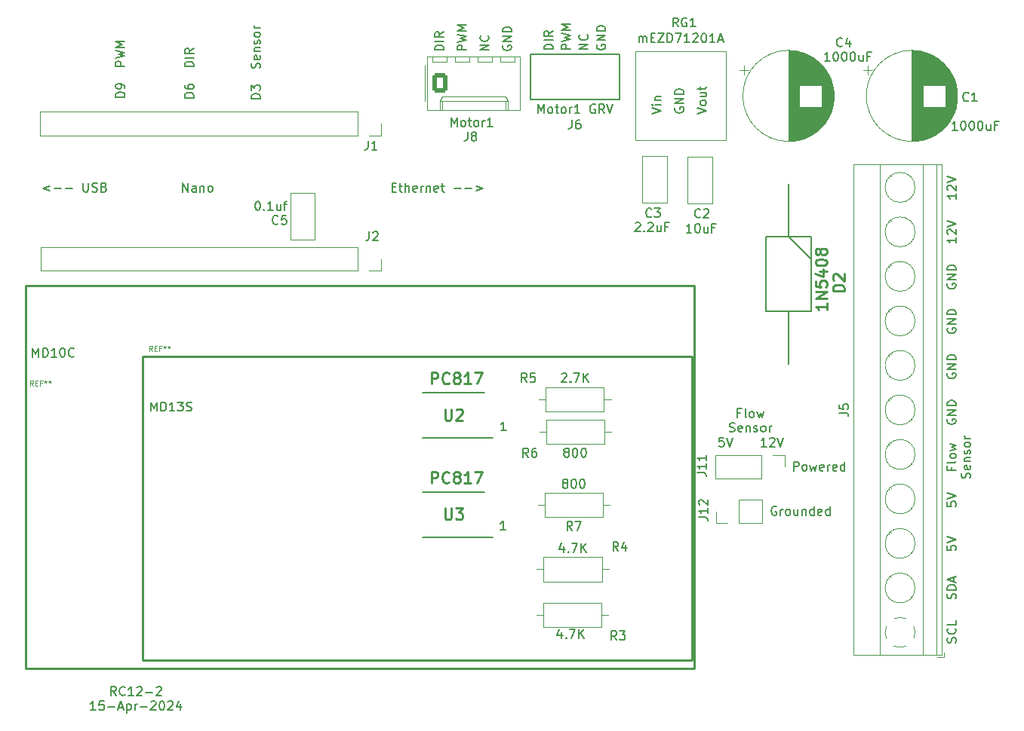
<source format=gbr>
%TF.GenerationSoftware,KiCad,Pcbnew,7.0.9*%
%TF.CreationDate,2024-05-18T15:30:10-06:00*%
%TF.ProjectId,RC12-2,52433132-2d32-42e6-9b69-6361645f7063,rev?*%
%TF.SameCoordinates,Original*%
%TF.FileFunction,Legend,Top*%
%TF.FilePolarity,Positive*%
%FSLAX46Y46*%
G04 Gerber Fmt 4.6, Leading zero omitted, Abs format (unit mm)*
G04 Created by KiCad (PCBNEW 7.0.9) date 2024-05-18 15:30:10*
%MOMM*%
%LPD*%
G01*
G04 APERTURE LIST*
G04 Aperture macros list*
%AMRoundRect*
0 Rectangle with rounded corners*
0 $1 Rounding radius*
0 $2 $3 $4 $5 $6 $7 $8 $9 X,Y pos of 4 corners*
0 Add a 4 corners polygon primitive as box body*
4,1,4,$2,$3,$4,$5,$6,$7,$8,$9,$2,$3,0*
0 Add four circle primitives for the rounded corners*
1,1,$1+$1,$2,$3*
1,1,$1+$1,$4,$5*
1,1,$1+$1,$6,$7*
1,1,$1+$1,$8,$9*
0 Add four rect primitives between the rounded corners*
20,1,$1+$1,$2,$3,$4,$5,0*
20,1,$1+$1,$4,$5,$6,$7,0*
20,1,$1+$1,$6,$7,$8,$9,0*
20,1,$1+$1,$8,$9,$2,$3,0*%
G04 Aperture macros list end*
%ADD10C,0.150000*%
%ADD11C,0.015000*%
%ADD12C,0.254000*%
%ADD13C,0.120000*%
%ADD14C,0.200000*%
%ADD15C,0.127000*%
%ADD16C,3.200000*%
%ADD17R,1.700000X1.700000*%
%ADD18O,1.700000X1.700000*%
%ADD19C,1.600000*%
%ADD20O,1.600000X1.600000*%
%ADD21R,2.600000X2.600000*%
%ADD22C,2.600000*%
%ADD23R,2.000000X2.000000*%
%ADD24C,2.000000*%
%ADD25R,1.200000X1.200000*%
%ADD26C,1.200000*%
%ADD27R,2.250000X2.250000*%
%ADD28C,2.250000*%
%ADD29R,1.308000X1.308000*%
%ADD30C,1.308000*%
%ADD31C,1.590000*%
%ADD32RoundRect,0.250000X-0.620000X-0.845000X0.620000X-0.845000X0.620000X0.845000X-0.620000X0.845000X0*%
%ADD33O,1.740000X2.190000*%
G04 APERTURE END LIST*
D10*
X43357143Y-41154819D02*
X43357143Y-40154819D01*
X43357143Y-40154819D02*
X43928571Y-41154819D01*
X43928571Y-41154819D02*
X43928571Y-40154819D01*
X44833333Y-41154819D02*
X44833333Y-40631009D01*
X44833333Y-40631009D02*
X44785714Y-40535771D01*
X44785714Y-40535771D02*
X44690476Y-40488152D01*
X44690476Y-40488152D02*
X44500000Y-40488152D01*
X44500000Y-40488152D02*
X44404762Y-40535771D01*
X44833333Y-41107200D02*
X44738095Y-41154819D01*
X44738095Y-41154819D02*
X44500000Y-41154819D01*
X44500000Y-41154819D02*
X44404762Y-41107200D01*
X44404762Y-41107200D02*
X44357143Y-41011961D01*
X44357143Y-41011961D02*
X44357143Y-40916723D01*
X44357143Y-40916723D02*
X44404762Y-40821485D01*
X44404762Y-40821485D02*
X44500000Y-40773866D01*
X44500000Y-40773866D02*
X44738095Y-40773866D01*
X44738095Y-40773866D02*
X44833333Y-40726247D01*
X45309524Y-40488152D02*
X45309524Y-41154819D01*
X45309524Y-40583390D02*
X45357143Y-40535771D01*
X45357143Y-40535771D02*
X45452381Y-40488152D01*
X45452381Y-40488152D02*
X45595238Y-40488152D01*
X45595238Y-40488152D02*
X45690476Y-40535771D01*
X45690476Y-40535771D02*
X45738095Y-40631009D01*
X45738095Y-40631009D02*
X45738095Y-41154819D01*
X46357143Y-41154819D02*
X46261905Y-41107200D01*
X46261905Y-41107200D02*
X46214286Y-41059580D01*
X46214286Y-41059580D02*
X46166667Y-40964342D01*
X46166667Y-40964342D02*
X46166667Y-40678628D01*
X46166667Y-40678628D02*
X46214286Y-40583390D01*
X46214286Y-40583390D02*
X46261905Y-40535771D01*
X46261905Y-40535771D02*
X46357143Y-40488152D01*
X46357143Y-40488152D02*
X46500000Y-40488152D01*
X46500000Y-40488152D02*
X46595238Y-40535771D01*
X46595238Y-40535771D02*
X46642857Y-40583390D01*
X46642857Y-40583390D02*
X46690476Y-40678628D01*
X46690476Y-40678628D02*
X46690476Y-40964342D01*
X46690476Y-40964342D02*
X46642857Y-41059580D01*
X46642857Y-41059580D02*
X46595238Y-41107200D01*
X46595238Y-41107200D02*
X46500000Y-41154819D01*
X46500000Y-41154819D02*
X46357143Y-41154819D01*
X75163152Y-25224999D02*
X74163152Y-25224999D01*
X74163152Y-25224999D02*
X74163152Y-24844047D01*
X74163152Y-24844047D02*
X74210771Y-24748809D01*
X74210771Y-24748809D02*
X74258390Y-24701190D01*
X74258390Y-24701190D02*
X74353628Y-24653571D01*
X74353628Y-24653571D02*
X74496485Y-24653571D01*
X74496485Y-24653571D02*
X74591723Y-24701190D01*
X74591723Y-24701190D02*
X74639342Y-24748809D01*
X74639342Y-24748809D02*
X74686961Y-24844047D01*
X74686961Y-24844047D02*
X74686961Y-25224999D01*
X74163152Y-24320237D02*
X75163152Y-24082142D01*
X75163152Y-24082142D02*
X74448866Y-23891666D01*
X74448866Y-23891666D02*
X75163152Y-23701190D01*
X75163152Y-23701190D02*
X74163152Y-23463095D01*
X75163152Y-23082142D02*
X74163152Y-23082142D01*
X74163152Y-23082142D02*
X74877437Y-22748809D01*
X74877437Y-22748809D02*
X74163152Y-22415476D01*
X74163152Y-22415476D02*
X75163152Y-22415476D01*
X129581009Y-72070238D02*
X129581009Y-72403571D01*
X130104819Y-72403571D02*
X129104819Y-72403571D01*
X129104819Y-72403571D02*
X129104819Y-71927381D01*
X130104819Y-71403571D02*
X130057200Y-71498809D01*
X130057200Y-71498809D02*
X129961961Y-71546428D01*
X129961961Y-71546428D02*
X129104819Y-71546428D01*
X130104819Y-70879761D02*
X130057200Y-70974999D01*
X130057200Y-70974999D02*
X130009580Y-71022618D01*
X130009580Y-71022618D02*
X129914342Y-71070237D01*
X129914342Y-71070237D02*
X129628628Y-71070237D01*
X129628628Y-71070237D02*
X129533390Y-71022618D01*
X129533390Y-71022618D02*
X129485771Y-70974999D01*
X129485771Y-70974999D02*
X129438152Y-70879761D01*
X129438152Y-70879761D02*
X129438152Y-70736904D01*
X129438152Y-70736904D02*
X129485771Y-70641666D01*
X129485771Y-70641666D02*
X129533390Y-70594047D01*
X129533390Y-70594047D02*
X129628628Y-70546428D01*
X129628628Y-70546428D02*
X129914342Y-70546428D01*
X129914342Y-70546428D02*
X130009580Y-70594047D01*
X130009580Y-70594047D02*
X130057200Y-70641666D01*
X130057200Y-70641666D02*
X130104819Y-70736904D01*
X130104819Y-70736904D02*
X130104819Y-70879761D01*
X129438152Y-70213094D02*
X130104819Y-70022618D01*
X130104819Y-70022618D02*
X129628628Y-69832142D01*
X129628628Y-69832142D02*
X130104819Y-69641666D01*
X130104819Y-69641666D02*
X129438152Y-69451190D01*
X131667200Y-73308333D02*
X131714819Y-73165476D01*
X131714819Y-73165476D02*
X131714819Y-72927381D01*
X131714819Y-72927381D02*
X131667200Y-72832143D01*
X131667200Y-72832143D02*
X131619580Y-72784524D01*
X131619580Y-72784524D02*
X131524342Y-72736905D01*
X131524342Y-72736905D02*
X131429104Y-72736905D01*
X131429104Y-72736905D02*
X131333866Y-72784524D01*
X131333866Y-72784524D02*
X131286247Y-72832143D01*
X131286247Y-72832143D02*
X131238628Y-72927381D01*
X131238628Y-72927381D02*
X131191009Y-73117857D01*
X131191009Y-73117857D02*
X131143390Y-73213095D01*
X131143390Y-73213095D02*
X131095771Y-73260714D01*
X131095771Y-73260714D02*
X131000533Y-73308333D01*
X131000533Y-73308333D02*
X130905295Y-73308333D01*
X130905295Y-73308333D02*
X130810057Y-73260714D01*
X130810057Y-73260714D02*
X130762438Y-73213095D01*
X130762438Y-73213095D02*
X130714819Y-73117857D01*
X130714819Y-73117857D02*
X130714819Y-72879762D01*
X130714819Y-72879762D02*
X130762438Y-72736905D01*
X131667200Y-71927381D02*
X131714819Y-72022619D01*
X131714819Y-72022619D02*
X131714819Y-72213095D01*
X131714819Y-72213095D02*
X131667200Y-72308333D01*
X131667200Y-72308333D02*
X131571961Y-72355952D01*
X131571961Y-72355952D02*
X131191009Y-72355952D01*
X131191009Y-72355952D02*
X131095771Y-72308333D01*
X131095771Y-72308333D02*
X131048152Y-72213095D01*
X131048152Y-72213095D02*
X131048152Y-72022619D01*
X131048152Y-72022619D02*
X131095771Y-71927381D01*
X131095771Y-71927381D02*
X131191009Y-71879762D01*
X131191009Y-71879762D02*
X131286247Y-71879762D01*
X131286247Y-71879762D02*
X131381485Y-72355952D01*
X131048152Y-71451190D02*
X131714819Y-71451190D01*
X131143390Y-71451190D02*
X131095771Y-71403571D01*
X131095771Y-71403571D02*
X131048152Y-71308333D01*
X131048152Y-71308333D02*
X131048152Y-71165476D01*
X131048152Y-71165476D02*
X131095771Y-71070238D01*
X131095771Y-71070238D02*
X131191009Y-71022619D01*
X131191009Y-71022619D02*
X131714819Y-71022619D01*
X131667200Y-70594047D02*
X131714819Y-70498809D01*
X131714819Y-70498809D02*
X131714819Y-70308333D01*
X131714819Y-70308333D02*
X131667200Y-70213095D01*
X131667200Y-70213095D02*
X131571961Y-70165476D01*
X131571961Y-70165476D02*
X131524342Y-70165476D01*
X131524342Y-70165476D02*
X131429104Y-70213095D01*
X131429104Y-70213095D02*
X131381485Y-70308333D01*
X131381485Y-70308333D02*
X131381485Y-70451190D01*
X131381485Y-70451190D02*
X131333866Y-70546428D01*
X131333866Y-70546428D02*
X131238628Y-70594047D01*
X131238628Y-70594047D02*
X131191009Y-70594047D01*
X131191009Y-70594047D02*
X131095771Y-70546428D01*
X131095771Y-70546428D02*
X131048152Y-70451190D01*
X131048152Y-70451190D02*
X131048152Y-70308333D01*
X131048152Y-70308333D02*
X131095771Y-70213095D01*
X131714819Y-69594047D02*
X131667200Y-69689285D01*
X131667200Y-69689285D02*
X131619580Y-69736904D01*
X131619580Y-69736904D02*
X131524342Y-69784523D01*
X131524342Y-69784523D02*
X131238628Y-69784523D01*
X131238628Y-69784523D02*
X131143390Y-69736904D01*
X131143390Y-69736904D02*
X131095771Y-69689285D01*
X131095771Y-69689285D02*
X131048152Y-69594047D01*
X131048152Y-69594047D02*
X131048152Y-69451190D01*
X131048152Y-69451190D02*
X131095771Y-69355952D01*
X131095771Y-69355952D02*
X131143390Y-69308333D01*
X131143390Y-69308333D02*
X131238628Y-69260714D01*
X131238628Y-69260714D02*
X131524342Y-69260714D01*
X131524342Y-69260714D02*
X131619580Y-69308333D01*
X131619580Y-69308333D02*
X131667200Y-69355952D01*
X131667200Y-69355952D02*
X131714819Y-69451190D01*
X131714819Y-69451190D02*
X131714819Y-69594047D01*
X131714819Y-68832142D02*
X131048152Y-68832142D01*
X131238628Y-68832142D02*
X131143390Y-68784523D01*
X131143390Y-68784523D02*
X131095771Y-68736904D01*
X131095771Y-68736904D02*
X131048152Y-68641666D01*
X131048152Y-68641666D02*
X131048152Y-68546428D01*
X79560588Y-79119819D02*
X78989160Y-79119819D01*
X79274874Y-79119819D02*
X79274874Y-78119819D01*
X79274874Y-78119819D02*
X79179636Y-78262676D01*
X79179636Y-78262676D02*
X79084398Y-78357914D01*
X79084398Y-78357914D02*
X78989160Y-78405533D01*
X130104819Y-41344047D02*
X130104819Y-41915475D01*
X130104819Y-41629761D02*
X129104819Y-41629761D01*
X129104819Y-41629761D02*
X129247676Y-41724999D01*
X129247676Y-41724999D02*
X129342914Y-41820237D01*
X129342914Y-41820237D02*
X129390533Y-41915475D01*
X129200057Y-40963094D02*
X129152438Y-40915475D01*
X129152438Y-40915475D02*
X129104819Y-40820237D01*
X129104819Y-40820237D02*
X129104819Y-40582142D01*
X129104819Y-40582142D02*
X129152438Y-40486904D01*
X129152438Y-40486904D02*
X129200057Y-40439285D01*
X129200057Y-40439285D02*
X129295295Y-40391666D01*
X129295295Y-40391666D02*
X129390533Y-40391666D01*
X129390533Y-40391666D02*
X129533390Y-40439285D01*
X129533390Y-40439285D02*
X130104819Y-41010713D01*
X130104819Y-41010713D02*
X130104819Y-40391666D01*
X129104819Y-40105951D02*
X130104819Y-39772618D01*
X130104819Y-39772618D02*
X129104819Y-39439285D01*
X130057200Y-91790475D02*
X130104819Y-91647618D01*
X130104819Y-91647618D02*
X130104819Y-91409523D01*
X130104819Y-91409523D02*
X130057200Y-91314285D01*
X130057200Y-91314285D02*
X130009580Y-91266666D01*
X130009580Y-91266666D02*
X129914342Y-91219047D01*
X129914342Y-91219047D02*
X129819104Y-91219047D01*
X129819104Y-91219047D02*
X129723866Y-91266666D01*
X129723866Y-91266666D02*
X129676247Y-91314285D01*
X129676247Y-91314285D02*
X129628628Y-91409523D01*
X129628628Y-91409523D02*
X129581009Y-91599999D01*
X129581009Y-91599999D02*
X129533390Y-91695237D01*
X129533390Y-91695237D02*
X129485771Y-91742856D01*
X129485771Y-91742856D02*
X129390533Y-91790475D01*
X129390533Y-91790475D02*
X129295295Y-91790475D01*
X129295295Y-91790475D02*
X129200057Y-91742856D01*
X129200057Y-91742856D02*
X129152438Y-91695237D01*
X129152438Y-91695237D02*
X129104819Y-91599999D01*
X129104819Y-91599999D02*
X129104819Y-91361904D01*
X129104819Y-91361904D02*
X129152438Y-91219047D01*
X130009580Y-90219047D02*
X130057200Y-90266666D01*
X130057200Y-90266666D02*
X130104819Y-90409523D01*
X130104819Y-90409523D02*
X130104819Y-90504761D01*
X130104819Y-90504761D02*
X130057200Y-90647618D01*
X130057200Y-90647618D02*
X129961961Y-90742856D01*
X129961961Y-90742856D02*
X129866723Y-90790475D01*
X129866723Y-90790475D02*
X129676247Y-90838094D01*
X129676247Y-90838094D02*
X129533390Y-90838094D01*
X129533390Y-90838094D02*
X129342914Y-90790475D01*
X129342914Y-90790475D02*
X129247676Y-90742856D01*
X129247676Y-90742856D02*
X129152438Y-90647618D01*
X129152438Y-90647618D02*
X129104819Y-90504761D01*
X129104819Y-90504761D02*
X129104819Y-90409523D01*
X129104819Y-90409523D02*
X129152438Y-90266666D01*
X129152438Y-90266666D02*
X129200057Y-90219047D01*
X130104819Y-89314285D02*
X130104819Y-89790475D01*
X130104819Y-89790475D02*
X129104819Y-89790475D01*
X77696485Y-25224999D02*
X76696485Y-25224999D01*
X76696485Y-25224999D02*
X77696485Y-24653571D01*
X77696485Y-24653571D02*
X76696485Y-24653571D01*
X77601246Y-23605952D02*
X77648866Y-23653571D01*
X77648866Y-23653571D02*
X77696485Y-23796428D01*
X77696485Y-23796428D02*
X77696485Y-23891666D01*
X77696485Y-23891666D02*
X77648866Y-24034523D01*
X77648866Y-24034523D02*
X77553627Y-24129761D01*
X77553627Y-24129761D02*
X77458389Y-24177380D01*
X77458389Y-24177380D02*
X77267913Y-24224999D01*
X77267913Y-24224999D02*
X77125056Y-24224999D01*
X77125056Y-24224999D02*
X76934580Y-24177380D01*
X76934580Y-24177380D02*
X76839342Y-24129761D01*
X76839342Y-24129761D02*
X76744104Y-24034523D01*
X76744104Y-24034523D02*
X76696485Y-23891666D01*
X76696485Y-23891666D02*
X76696485Y-23796428D01*
X76696485Y-23796428D02*
X76744104Y-23653571D01*
X76744104Y-23653571D02*
X76791723Y-23605952D01*
X36829819Y-30517856D02*
X35829819Y-30517856D01*
X35829819Y-30517856D02*
X35829819Y-30279761D01*
X35829819Y-30279761D02*
X35877438Y-30136904D01*
X35877438Y-30136904D02*
X35972676Y-30041666D01*
X35972676Y-30041666D02*
X36067914Y-29994047D01*
X36067914Y-29994047D02*
X36258390Y-29946428D01*
X36258390Y-29946428D02*
X36401247Y-29946428D01*
X36401247Y-29946428D02*
X36591723Y-29994047D01*
X36591723Y-29994047D02*
X36686961Y-30041666D01*
X36686961Y-30041666D02*
X36782200Y-30136904D01*
X36782200Y-30136904D02*
X36829819Y-30279761D01*
X36829819Y-30279761D02*
X36829819Y-30517856D01*
X36829819Y-29470237D02*
X36829819Y-29279761D01*
X36829819Y-29279761D02*
X36782200Y-29184523D01*
X36782200Y-29184523D02*
X36734580Y-29136904D01*
X36734580Y-29136904D02*
X36591723Y-29041666D01*
X36591723Y-29041666D02*
X36401247Y-28994047D01*
X36401247Y-28994047D02*
X36020295Y-28994047D01*
X36020295Y-28994047D02*
X35925057Y-29041666D01*
X35925057Y-29041666D02*
X35877438Y-29089285D01*
X35877438Y-29089285D02*
X35829819Y-29184523D01*
X35829819Y-29184523D02*
X35829819Y-29374999D01*
X35829819Y-29374999D02*
X35877438Y-29470237D01*
X35877438Y-29470237D02*
X35925057Y-29517856D01*
X35925057Y-29517856D02*
X36020295Y-29565475D01*
X36020295Y-29565475D02*
X36258390Y-29565475D01*
X36258390Y-29565475D02*
X36353628Y-29517856D01*
X36353628Y-29517856D02*
X36401247Y-29470237D01*
X36401247Y-29470237D02*
X36448866Y-29374999D01*
X36448866Y-29374999D02*
X36448866Y-29184523D01*
X36448866Y-29184523D02*
X36401247Y-29089285D01*
X36401247Y-29089285D02*
X36353628Y-29041666D01*
X36353628Y-29041666D02*
X36258390Y-28994047D01*
X36829819Y-27041665D02*
X35829819Y-27041665D01*
X35829819Y-27041665D02*
X35829819Y-26660713D01*
X35829819Y-26660713D02*
X35877438Y-26565475D01*
X35877438Y-26565475D02*
X35925057Y-26517856D01*
X35925057Y-26517856D02*
X36020295Y-26470237D01*
X36020295Y-26470237D02*
X36163152Y-26470237D01*
X36163152Y-26470237D02*
X36258390Y-26517856D01*
X36258390Y-26517856D02*
X36306009Y-26565475D01*
X36306009Y-26565475D02*
X36353628Y-26660713D01*
X36353628Y-26660713D02*
X36353628Y-27041665D01*
X35829819Y-26136903D02*
X36829819Y-25898808D01*
X36829819Y-25898808D02*
X36115533Y-25708332D01*
X36115533Y-25708332D02*
X36829819Y-25517856D01*
X36829819Y-25517856D02*
X35829819Y-25279761D01*
X36829819Y-24898808D02*
X35829819Y-24898808D01*
X35829819Y-24898808D02*
X36544104Y-24565475D01*
X36544104Y-24565475D02*
X35829819Y-24232142D01*
X35829819Y-24232142D02*
X36829819Y-24232142D01*
X89827438Y-24601190D02*
X89779819Y-24696428D01*
X89779819Y-24696428D02*
X89779819Y-24839285D01*
X89779819Y-24839285D02*
X89827438Y-24982142D01*
X89827438Y-24982142D02*
X89922676Y-25077380D01*
X89922676Y-25077380D02*
X90017914Y-25124999D01*
X90017914Y-25124999D02*
X90208390Y-25172618D01*
X90208390Y-25172618D02*
X90351247Y-25172618D01*
X90351247Y-25172618D02*
X90541723Y-25124999D01*
X90541723Y-25124999D02*
X90636961Y-25077380D01*
X90636961Y-25077380D02*
X90732200Y-24982142D01*
X90732200Y-24982142D02*
X90779819Y-24839285D01*
X90779819Y-24839285D02*
X90779819Y-24744047D01*
X90779819Y-24744047D02*
X90732200Y-24601190D01*
X90732200Y-24601190D02*
X90684580Y-24553571D01*
X90684580Y-24553571D02*
X90351247Y-24553571D01*
X90351247Y-24553571D02*
X90351247Y-24744047D01*
X90779819Y-24124999D02*
X89779819Y-24124999D01*
X89779819Y-24124999D02*
X90779819Y-23553571D01*
X90779819Y-23553571D02*
X89779819Y-23553571D01*
X90779819Y-23077380D02*
X89779819Y-23077380D01*
X89779819Y-23077380D02*
X89779819Y-22839285D01*
X89779819Y-22839285D02*
X89827438Y-22696428D01*
X89827438Y-22696428D02*
X89922676Y-22601190D01*
X89922676Y-22601190D02*
X90017914Y-22553571D01*
X90017914Y-22553571D02*
X90208390Y-22505952D01*
X90208390Y-22505952D02*
X90351247Y-22505952D01*
X90351247Y-22505952D02*
X90541723Y-22553571D01*
X90541723Y-22553571D02*
X90636961Y-22601190D01*
X90636961Y-22601190D02*
X90732200Y-22696428D01*
X90732200Y-22696428D02*
X90779819Y-22839285D01*
X90779819Y-22839285D02*
X90779819Y-23077380D01*
X130104819Y-46294047D02*
X130104819Y-46865475D01*
X130104819Y-46579761D02*
X129104819Y-46579761D01*
X129104819Y-46579761D02*
X129247676Y-46674999D01*
X129247676Y-46674999D02*
X129342914Y-46770237D01*
X129342914Y-46770237D02*
X129390533Y-46865475D01*
X129200057Y-45913094D02*
X129152438Y-45865475D01*
X129152438Y-45865475D02*
X129104819Y-45770237D01*
X129104819Y-45770237D02*
X129104819Y-45532142D01*
X129104819Y-45532142D02*
X129152438Y-45436904D01*
X129152438Y-45436904D02*
X129200057Y-45389285D01*
X129200057Y-45389285D02*
X129295295Y-45341666D01*
X129295295Y-45341666D02*
X129390533Y-45341666D01*
X129390533Y-45341666D02*
X129533390Y-45389285D01*
X129533390Y-45389285D02*
X130104819Y-45960713D01*
X130104819Y-45960713D02*
X130104819Y-45341666D01*
X129104819Y-45055951D02*
X130104819Y-44722618D01*
X130104819Y-44722618D02*
X129104819Y-44389285D01*
X105929761Y-65976009D02*
X105596428Y-65976009D01*
X105596428Y-66499819D02*
X105596428Y-65499819D01*
X105596428Y-65499819D02*
X106072618Y-65499819D01*
X106596428Y-66499819D02*
X106501190Y-66452200D01*
X106501190Y-66452200D02*
X106453571Y-66356961D01*
X106453571Y-66356961D02*
X106453571Y-65499819D01*
X107120238Y-66499819D02*
X107025000Y-66452200D01*
X107025000Y-66452200D02*
X106977381Y-66404580D01*
X106977381Y-66404580D02*
X106929762Y-66309342D01*
X106929762Y-66309342D02*
X106929762Y-66023628D01*
X106929762Y-66023628D02*
X106977381Y-65928390D01*
X106977381Y-65928390D02*
X107025000Y-65880771D01*
X107025000Y-65880771D02*
X107120238Y-65833152D01*
X107120238Y-65833152D02*
X107263095Y-65833152D01*
X107263095Y-65833152D02*
X107358333Y-65880771D01*
X107358333Y-65880771D02*
X107405952Y-65928390D01*
X107405952Y-65928390D02*
X107453571Y-66023628D01*
X107453571Y-66023628D02*
X107453571Y-66309342D01*
X107453571Y-66309342D02*
X107405952Y-66404580D01*
X107405952Y-66404580D02*
X107358333Y-66452200D01*
X107358333Y-66452200D02*
X107263095Y-66499819D01*
X107263095Y-66499819D02*
X107120238Y-66499819D01*
X107786905Y-65833152D02*
X107977381Y-66499819D01*
X107977381Y-66499819D02*
X108167857Y-66023628D01*
X108167857Y-66023628D02*
X108358333Y-66499819D01*
X108358333Y-66499819D02*
X108548809Y-65833152D01*
X104691666Y-68062200D02*
X104834523Y-68109819D01*
X104834523Y-68109819D02*
X105072618Y-68109819D01*
X105072618Y-68109819D02*
X105167856Y-68062200D01*
X105167856Y-68062200D02*
X105215475Y-68014580D01*
X105215475Y-68014580D02*
X105263094Y-67919342D01*
X105263094Y-67919342D02*
X105263094Y-67824104D01*
X105263094Y-67824104D02*
X105215475Y-67728866D01*
X105215475Y-67728866D02*
X105167856Y-67681247D01*
X105167856Y-67681247D02*
X105072618Y-67633628D01*
X105072618Y-67633628D02*
X104882142Y-67586009D01*
X104882142Y-67586009D02*
X104786904Y-67538390D01*
X104786904Y-67538390D02*
X104739285Y-67490771D01*
X104739285Y-67490771D02*
X104691666Y-67395533D01*
X104691666Y-67395533D02*
X104691666Y-67300295D01*
X104691666Y-67300295D02*
X104739285Y-67205057D01*
X104739285Y-67205057D02*
X104786904Y-67157438D01*
X104786904Y-67157438D02*
X104882142Y-67109819D01*
X104882142Y-67109819D02*
X105120237Y-67109819D01*
X105120237Y-67109819D02*
X105263094Y-67157438D01*
X106072618Y-68062200D02*
X105977380Y-68109819D01*
X105977380Y-68109819D02*
X105786904Y-68109819D01*
X105786904Y-68109819D02*
X105691666Y-68062200D01*
X105691666Y-68062200D02*
X105644047Y-67966961D01*
X105644047Y-67966961D02*
X105644047Y-67586009D01*
X105644047Y-67586009D02*
X105691666Y-67490771D01*
X105691666Y-67490771D02*
X105786904Y-67443152D01*
X105786904Y-67443152D02*
X105977380Y-67443152D01*
X105977380Y-67443152D02*
X106072618Y-67490771D01*
X106072618Y-67490771D02*
X106120237Y-67586009D01*
X106120237Y-67586009D02*
X106120237Y-67681247D01*
X106120237Y-67681247D02*
X105644047Y-67776485D01*
X106548809Y-67443152D02*
X106548809Y-68109819D01*
X106548809Y-67538390D02*
X106596428Y-67490771D01*
X106596428Y-67490771D02*
X106691666Y-67443152D01*
X106691666Y-67443152D02*
X106834523Y-67443152D01*
X106834523Y-67443152D02*
X106929761Y-67490771D01*
X106929761Y-67490771D02*
X106977380Y-67586009D01*
X106977380Y-67586009D02*
X106977380Y-68109819D01*
X107405952Y-68062200D02*
X107501190Y-68109819D01*
X107501190Y-68109819D02*
X107691666Y-68109819D01*
X107691666Y-68109819D02*
X107786904Y-68062200D01*
X107786904Y-68062200D02*
X107834523Y-67966961D01*
X107834523Y-67966961D02*
X107834523Y-67919342D01*
X107834523Y-67919342D02*
X107786904Y-67824104D01*
X107786904Y-67824104D02*
X107691666Y-67776485D01*
X107691666Y-67776485D02*
X107548809Y-67776485D01*
X107548809Y-67776485D02*
X107453571Y-67728866D01*
X107453571Y-67728866D02*
X107405952Y-67633628D01*
X107405952Y-67633628D02*
X107405952Y-67586009D01*
X107405952Y-67586009D02*
X107453571Y-67490771D01*
X107453571Y-67490771D02*
X107548809Y-67443152D01*
X107548809Y-67443152D02*
X107691666Y-67443152D01*
X107691666Y-67443152D02*
X107786904Y-67490771D01*
X108405952Y-68109819D02*
X108310714Y-68062200D01*
X108310714Y-68062200D02*
X108263095Y-68014580D01*
X108263095Y-68014580D02*
X108215476Y-67919342D01*
X108215476Y-67919342D02*
X108215476Y-67633628D01*
X108215476Y-67633628D02*
X108263095Y-67538390D01*
X108263095Y-67538390D02*
X108310714Y-67490771D01*
X108310714Y-67490771D02*
X108405952Y-67443152D01*
X108405952Y-67443152D02*
X108548809Y-67443152D01*
X108548809Y-67443152D02*
X108644047Y-67490771D01*
X108644047Y-67490771D02*
X108691666Y-67538390D01*
X108691666Y-67538390D02*
X108739285Y-67633628D01*
X108739285Y-67633628D02*
X108739285Y-67919342D01*
X108739285Y-67919342D02*
X108691666Y-68014580D01*
X108691666Y-68014580D02*
X108644047Y-68062200D01*
X108644047Y-68062200D02*
X108548809Y-68109819D01*
X108548809Y-68109819D02*
X108405952Y-68109819D01*
X109167857Y-68109819D02*
X109167857Y-67443152D01*
X109167857Y-67633628D02*
X109215476Y-67538390D01*
X109215476Y-67538390D02*
X109263095Y-67490771D01*
X109263095Y-67490771D02*
X109358333Y-67443152D01*
X109358333Y-67443152D02*
X109453571Y-67443152D01*
X86846485Y-25124999D02*
X85846485Y-25124999D01*
X85846485Y-25124999D02*
X85846485Y-24744047D01*
X85846485Y-24744047D02*
X85894104Y-24648809D01*
X85894104Y-24648809D02*
X85941723Y-24601190D01*
X85941723Y-24601190D02*
X86036961Y-24553571D01*
X86036961Y-24553571D02*
X86179818Y-24553571D01*
X86179818Y-24553571D02*
X86275056Y-24601190D01*
X86275056Y-24601190D02*
X86322675Y-24648809D01*
X86322675Y-24648809D02*
X86370294Y-24744047D01*
X86370294Y-24744047D02*
X86370294Y-25124999D01*
X85846485Y-24220237D02*
X86846485Y-23982142D01*
X86846485Y-23982142D02*
X86132199Y-23791666D01*
X86132199Y-23791666D02*
X86846485Y-23601190D01*
X86846485Y-23601190D02*
X85846485Y-23363095D01*
X86846485Y-22982142D02*
X85846485Y-22982142D01*
X85846485Y-22982142D02*
X86560770Y-22648809D01*
X86560770Y-22648809D02*
X85846485Y-22315476D01*
X85846485Y-22315476D02*
X86846485Y-22315476D01*
X129152438Y-61536904D02*
X129104819Y-61632142D01*
X129104819Y-61632142D02*
X129104819Y-61774999D01*
X129104819Y-61774999D02*
X129152438Y-61917856D01*
X129152438Y-61917856D02*
X129247676Y-62013094D01*
X129247676Y-62013094D02*
X129342914Y-62060713D01*
X129342914Y-62060713D02*
X129533390Y-62108332D01*
X129533390Y-62108332D02*
X129676247Y-62108332D01*
X129676247Y-62108332D02*
X129866723Y-62060713D01*
X129866723Y-62060713D02*
X129961961Y-62013094D01*
X129961961Y-62013094D02*
X130057200Y-61917856D01*
X130057200Y-61917856D02*
X130104819Y-61774999D01*
X130104819Y-61774999D02*
X130104819Y-61679761D01*
X130104819Y-61679761D02*
X130057200Y-61536904D01*
X130057200Y-61536904D02*
X130009580Y-61489285D01*
X130009580Y-61489285D02*
X129676247Y-61489285D01*
X129676247Y-61489285D02*
X129676247Y-61679761D01*
X130104819Y-61060713D02*
X129104819Y-61060713D01*
X129104819Y-61060713D02*
X130104819Y-60489285D01*
X130104819Y-60489285D02*
X129104819Y-60489285D01*
X130104819Y-60013094D02*
X129104819Y-60013094D01*
X129104819Y-60013094D02*
X129104819Y-59774999D01*
X129104819Y-59774999D02*
X129152438Y-59632142D01*
X129152438Y-59632142D02*
X129247676Y-59536904D01*
X129247676Y-59536904D02*
X129342914Y-59489285D01*
X129342914Y-59489285D02*
X129533390Y-59441666D01*
X129533390Y-59441666D02*
X129676247Y-59441666D01*
X129676247Y-59441666D02*
X129866723Y-59489285D01*
X129866723Y-59489285D02*
X129961961Y-59536904D01*
X129961961Y-59536904D02*
X130057200Y-59632142D01*
X130057200Y-59632142D02*
X130104819Y-59774999D01*
X130104819Y-59774999D02*
X130104819Y-60013094D01*
X44554819Y-30563094D02*
X43554819Y-30563094D01*
X43554819Y-30563094D02*
X43554819Y-30324999D01*
X43554819Y-30324999D02*
X43602438Y-30182142D01*
X43602438Y-30182142D02*
X43697676Y-30086904D01*
X43697676Y-30086904D02*
X43792914Y-30039285D01*
X43792914Y-30039285D02*
X43983390Y-29991666D01*
X43983390Y-29991666D02*
X44126247Y-29991666D01*
X44126247Y-29991666D02*
X44316723Y-30039285D01*
X44316723Y-30039285D02*
X44411961Y-30086904D01*
X44411961Y-30086904D02*
X44507200Y-30182142D01*
X44507200Y-30182142D02*
X44554819Y-30324999D01*
X44554819Y-30324999D02*
X44554819Y-30563094D01*
X43554819Y-29134523D02*
X43554819Y-29324999D01*
X43554819Y-29324999D02*
X43602438Y-29420237D01*
X43602438Y-29420237D02*
X43650057Y-29467856D01*
X43650057Y-29467856D02*
X43792914Y-29563094D01*
X43792914Y-29563094D02*
X43983390Y-29610713D01*
X43983390Y-29610713D02*
X44364342Y-29610713D01*
X44364342Y-29610713D02*
X44459580Y-29563094D01*
X44459580Y-29563094D02*
X44507200Y-29515475D01*
X44507200Y-29515475D02*
X44554819Y-29420237D01*
X44554819Y-29420237D02*
X44554819Y-29229761D01*
X44554819Y-29229761D02*
X44507200Y-29134523D01*
X44507200Y-29134523D02*
X44459580Y-29086904D01*
X44459580Y-29086904D02*
X44364342Y-29039285D01*
X44364342Y-29039285D02*
X44126247Y-29039285D01*
X44126247Y-29039285D02*
X44031009Y-29086904D01*
X44031009Y-29086904D02*
X43983390Y-29134523D01*
X43983390Y-29134523D02*
X43935771Y-29229761D01*
X43935771Y-29229761D02*
X43935771Y-29420237D01*
X43935771Y-29420237D02*
X43983390Y-29515475D01*
X43983390Y-29515475D02*
X44031009Y-29563094D01*
X44031009Y-29563094D02*
X44126247Y-29610713D01*
X44554819Y-27086903D02*
X43554819Y-27086903D01*
X43554819Y-27086903D02*
X43554819Y-26848808D01*
X43554819Y-26848808D02*
X43602438Y-26705951D01*
X43602438Y-26705951D02*
X43697676Y-26610713D01*
X43697676Y-26610713D02*
X43792914Y-26563094D01*
X43792914Y-26563094D02*
X43983390Y-26515475D01*
X43983390Y-26515475D02*
X44126247Y-26515475D01*
X44126247Y-26515475D02*
X44316723Y-26563094D01*
X44316723Y-26563094D02*
X44411961Y-26610713D01*
X44411961Y-26610713D02*
X44507200Y-26705951D01*
X44507200Y-26705951D02*
X44554819Y-26848808D01*
X44554819Y-26848808D02*
X44554819Y-27086903D01*
X44554819Y-26086903D02*
X43554819Y-26086903D01*
X44554819Y-25039285D02*
X44078628Y-25372618D01*
X44554819Y-25610713D02*
X43554819Y-25610713D01*
X43554819Y-25610713D02*
X43554819Y-25229761D01*
X43554819Y-25229761D02*
X43602438Y-25134523D01*
X43602438Y-25134523D02*
X43650057Y-25086904D01*
X43650057Y-25086904D02*
X43745295Y-25039285D01*
X43745295Y-25039285D02*
X43888152Y-25039285D01*
X43888152Y-25039285D02*
X43983390Y-25086904D01*
X43983390Y-25086904D02*
X44031009Y-25134523D01*
X44031009Y-25134523D02*
X44078628Y-25229761D01*
X44078628Y-25229761D02*
X44078628Y-25610713D01*
X104037969Y-68769819D02*
X103561779Y-68769819D01*
X103561779Y-68769819D02*
X103514160Y-69246009D01*
X103514160Y-69246009D02*
X103561779Y-69198390D01*
X103561779Y-69198390D02*
X103657017Y-69150771D01*
X103657017Y-69150771D02*
X103895112Y-69150771D01*
X103895112Y-69150771D02*
X103990350Y-69198390D01*
X103990350Y-69198390D02*
X104037969Y-69246009D01*
X104037969Y-69246009D02*
X104085588Y-69341247D01*
X104085588Y-69341247D02*
X104085588Y-69579342D01*
X104085588Y-69579342D02*
X104037969Y-69674580D01*
X104037969Y-69674580D02*
X103990350Y-69722200D01*
X103990350Y-69722200D02*
X103895112Y-69769819D01*
X103895112Y-69769819D02*
X103657017Y-69769819D01*
X103657017Y-69769819D02*
X103561779Y-69722200D01*
X103561779Y-69722200D02*
X103514160Y-69674580D01*
X104371303Y-68769819D02*
X104704636Y-69769819D01*
X104704636Y-69769819D02*
X105037969Y-68769819D01*
X129104819Y-80915476D02*
X129104819Y-81391666D01*
X129104819Y-81391666D02*
X129581009Y-81439285D01*
X129581009Y-81439285D02*
X129533390Y-81391666D01*
X129533390Y-81391666D02*
X129485771Y-81296428D01*
X129485771Y-81296428D02*
X129485771Y-81058333D01*
X129485771Y-81058333D02*
X129533390Y-80963095D01*
X129533390Y-80963095D02*
X129581009Y-80915476D01*
X129581009Y-80915476D02*
X129676247Y-80867857D01*
X129676247Y-80867857D02*
X129914342Y-80867857D01*
X129914342Y-80867857D02*
X130009580Y-80915476D01*
X130009580Y-80915476D02*
X130057200Y-80963095D01*
X130057200Y-80963095D02*
X130104819Y-81058333D01*
X130104819Y-81058333D02*
X130104819Y-81296428D01*
X130104819Y-81296428D02*
X130057200Y-81391666D01*
X130057200Y-81391666D02*
X130009580Y-81439285D01*
X129104819Y-80582142D02*
X130104819Y-80248809D01*
X130104819Y-80248809D02*
X129104819Y-79915476D01*
X130057200Y-86864285D02*
X130104819Y-86721428D01*
X130104819Y-86721428D02*
X130104819Y-86483333D01*
X130104819Y-86483333D02*
X130057200Y-86388095D01*
X130057200Y-86388095D02*
X130009580Y-86340476D01*
X130009580Y-86340476D02*
X129914342Y-86292857D01*
X129914342Y-86292857D02*
X129819104Y-86292857D01*
X129819104Y-86292857D02*
X129723866Y-86340476D01*
X129723866Y-86340476D02*
X129676247Y-86388095D01*
X129676247Y-86388095D02*
X129628628Y-86483333D01*
X129628628Y-86483333D02*
X129581009Y-86673809D01*
X129581009Y-86673809D02*
X129533390Y-86769047D01*
X129533390Y-86769047D02*
X129485771Y-86816666D01*
X129485771Y-86816666D02*
X129390533Y-86864285D01*
X129390533Y-86864285D02*
X129295295Y-86864285D01*
X129295295Y-86864285D02*
X129200057Y-86816666D01*
X129200057Y-86816666D02*
X129152438Y-86769047D01*
X129152438Y-86769047D02*
X129104819Y-86673809D01*
X129104819Y-86673809D02*
X129104819Y-86435714D01*
X129104819Y-86435714D02*
X129152438Y-86292857D01*
X130104819Y-85864285D02*
X129104819Y-85864285D01*
X129104819Y-85864285D02*
X129104819Y-85626190D01*
X129104819Y-85626190D02*
X129152438Y-85483333D01*
X129152438Y-85483333D02*
X129247676Y-85388095D01*
X129247676Y-85388095D02*
X129342914Y-85340476D01*
X129342914Y-85340476D02*
X129533390Y-85292857D01*
X129533390Y-85292857D02*
X129676247Y-85292857D01*
X129676247Y-85292857D02*
X129866723Y-85340476D01*
X129866723Y-85340476D02*
X129961961Y-85388095D01*
X129961961Y-85388095D02*
X130057200Y-85483333D01*
X130057200Y-85483333D02*
X130104819Y-85626190D01*
X130104819Y-85626190D02*
X130104819Y-85864285D01*
X129819104Y-84911904D02*
X129819104Y-84435714D01*
X130104819Y-85007142D02*
X129104819Y-84673809D01*
X129104819Y-84673809D02*
X130104819Y-84340476D01*
X66829761Y-40631009D02*
X67163094Y-40631009D01*
X67305951Y-41154819D02*
X66829761Y-41154819D01*
X66829761Y-41154819D02*
X66829761Y-40154819D01*
X66829761Y-40154819D02*
X67305951Y-40154819D01*
X67591666Y-40488152D02*
X67972618Y-40488152D01*
X67734523Y-40154819D02*
X67734523Y-41011961D01*
X67734523Y-41011961D02*
X67782142Y-41107200D01*
X67782142Y-41107200D02*
X67877380Y-41154819D01*
X67877380Y-41154819D02*
X67972618Y-41154819D01*
X68305952Y-41154819D02*
X68305952Y-40154819D01*
X68734523Y-41154819D02*
X68734523Y-40631009D01*
X68734523Y-40631009D02*
X68686904Y-40535771D01*
X68686904Y-40535771D02*
X68591666Y-40488152D01*
X68591666Y-40488152D02*
X68448809Y-40488152D01*
X68448809Y-40488152D02*
X68353571Y-40535771D01*
X68353571Y-40535771D02*
X68305952Y-40583390D01*
X69591666Y-41107200D02*
X69496428Y-41154819D01*
X69496428Y-41154819D02*
X69305952Y-41154819D01*
X69305952Y-41154819D02*
X69210714Y-41107200D01*
X69210714Y-41107200D02*
X69163095Y-41011961D01*
X69163095Y-41011961D02*
X69163095Y-40631009D01*
X69163095Y-40631009D02*
X69210714Y-40535771D01*
X69210714Y-40535771D02*
X69305952Y-40488152D01*
X69305952Y-40488152D02*
X69496428Y-40488152D01*
X69496428Y-40488152D02*
X69591666Y-40535771D01*
X69591666Y-40535771D02*
X69639285Y-40631009D01*
X69639285Y-40631009D02*
X69639285Y-40726247D01*
X69639285Y-40726247D02*
X69163095Y-40821485D01*
X70067857Y-41154819D02*
X70067857Y-40488152D01*
X70067857Y-40678628D02*
X70115476Y-40583390D01*
X70115476Y-40583390D02*
X70163095Y-40535771D01*
X70163095Y-40535771D02*
X70258333Y-40488152D01*
X70258333Y-40488152D02*
X70353571Y-40488152D01*
X70686905Y-40488152D02*
X70686905Y-41154819D01*
X70686905Y-40583390D02*
X70734524Y-40535771D01*
X70734524Y-40535771D02*
X70829762Y-40488152D01*
X70829762Y-40488152D02*
X70972619Y-40488152D01*
X70972619Y-40488152D02*
X71067857Y-40535771D01*
X71067857Y-40535771D02*
X71115476Y-40631009D01*
X71115476Y-40631009D02*
X71115476Y-41154819D01*
X71972619Y-41107200D02*
X71877381Y-41154819D01*
X71877381Y-41154819D02*
X71686905Y-41154819D01*
X71686905Y-41154819D02*
X71591667Y-41107200D01*
X71591667Y-41107200D02*
X71544048Y-41011961D01*
X71544048Y-41011961D02*
X71544048Y-40631009D01*
X71544048Y-40631009D02*
X71591667Y-40535771D01*
X71591667Y-40535771D02*
X71686905Y-40488152D01*
X71686905Y-40488152D02*
X71877381Y-40488152D01*
X71877381Y-40488152D02*
X71972619Y-40535771D01*
X71972619Y-40535771D02*
X72020238Y-40631009D01*
X72020238Y-40631009D02*
X72020238Y-40726247D01*
X72020238Y-40726247D02*
X71544048Y-40821485D01*
X72305953Y-40488152D02*
X72686905Y-40488152D01*
X72448810Y-40154819D02*
X72448810Y-41011961D01*
X72448810Y-41011961D02*
X72496429Y-41107200D01*
X72496429Y-41107200D02*
X72591667Y-41154819D01*
X72591667Y-41154819D02*
X72686905Y-41154819D01*
X73782144Y-40773866D02*
X74544049Y-40773866D01*
X75020239Y-40773866D02*
X75782144Y-40773866D01*
X76258334Y-40488152D02*
X77020239Y-40773866D01*
X77020239Y-40773866D02*
X76258334Y-41059580D01*
X52029819Y-30673809D02*
X51029819Y-30673809D01*
X51029819Y-30673809D02*
X51029819Y-30435714D01*
X51029819Y-30435714D02*
X51077438Y-30292857D01*
X51077438Y-30292857D02*
X51172676Y-30197619D01*
X51172676Y-30197619D02*
X51267914Y-30150000D01*
X51267914Y-30150000D02*
X51458390Y-30102381D01*
X51458390Y-30102381D02*
X51601247Y-30102381D01*
X51601247Y-30102381D02*
X51791723Y-30150000D01*
X51791723Y-30150000D02*
X51886961Y-30197619D01*
X51886961Y-30197619D02*
X51982200Y-30292857D01*
X51982200Y-30292857D02*
X52029819Y-30435714D01*
X52029819Y-30435714D02*
X52029819Y-30673809D01*
X51029819Y-29769047D02*
X51029819Y-29150000D01*
X51029819Y-29150000D02*
X51410771Y-29483333D01*
X51410771Y-29483333D02*
X51410771Y-29340476D01*
X51410771Y-29340476D02*
X51458390Y-29245238D01*
X51458390Y-29245238D02*
X51506009Y-29197619D01*
X51506009Y-29197619D02*
X51601247Y-29150000D01*
X51601247Y-29150000D02*
X51839342Y-29150000D01*
X51839342Y-29150000D02*
X51934580Y-29197619D01*
X51934580Y-29197619D02*
X51982200Y-29245238D01*
X51982200Y-29245238D02*
X52029819Y-29340476D01*
X52029819Y-29340476D02*
X52029819Y-29626190D01*
X52029819Y-29626190D02*
X51982200Y-29721428D01*
X51982200Y-29721428D02*
X51934580Y-29769047D01*
X51982200Y-27245237D02*
X52029819Y-27102380D01*
X52029819Y-27102380D02*
X52029819Y-26864285D01*
X52029819Y-26864285D02*
X51982200Y-26769047D01*
X51982200Y-26769047D02*
X51934580Y-26721428D01*
X51934580Y-26721428D02*
X51839342Y-26673809D01*
X51839342Y-26673809D02*
X51744104Y-26673809D01*
X51744104Y-26673809D02*
X51648866Y-26721428D01*
X51648866Y-26721428D02*
X51601247Y-26769047D01*
X51601247Y-26769047D02*
X51553628Y-26864285D01*
X51553628Y-26864285D02*
X51506009Y-27054761D01*
X51506009Y-27054761D02*
X51458390Y-27149999D01*
X51458390Y-27149999D02*
X51410771Y-27197618D01*
X51410771Y-27197618D02*
X51315533Y-27245237D01*
X51315533Y-27245237D02*
X51220295Y-27245237D01*
X51220295Y-27245237D02*
X51125057Y-27197618D01*
X51125057Y-27197618D02*
X51077438Y-27149999D01*
X51077438Y-27149999D02*
X51029819Y-27054761D01*
X51029819Y-27054761D02*
X51029819Y-26816666D01*
X51029819Y-26816666D02*
X51077438Y-26673809D01*
X51982200Y-25864285D02*
X52029819Y-25959523D01*
X52029819Y-25959523D02*
X52029819Y-26149999D01*
X52029819Y-26149999D02*
X51982200Y-26245237D01*
X51982200Y-26245237D02*
X51886961Y-26292856D01*
X51886961Y-26292856D02*
X51506009Y-26292856D01*
X51506009Y-26292856D02*
X51410771Y-26245237D01*
X51410771Y-26245237D02*
X51363152Y-26149999D01*
X51363152Y-26149999D02*
X51363152Y-25959523D01*
X51363152Y-25959523D02*
X51410771Y-25864285D01*
X51410771Y-25864285D02*
X51506009Y-25816666D01*
X51506009Y-25816666D02*
X51601247Y-25816666D01*
X51601247Y-25816666D02*
X51696485Y-26292856D01*
X51363152Y-25388094D02*
X52029819Y-25388094D01*
X51458390Y-25388094D02*
X51410771Y-25340475D01*
X51410771Y-25340475D02*
X51363152Y-25245237D01*
X51363152Y-25245237D02*
X51363152Y-25102380D01*
X51363152Y-25102380D02*
X51410771Y-25007142D01*
X51410771Y-25007142D02*
X51506009Y-24959523D01*
X51506009Y-24959523D02*
X52029819Y-24959523D01*
X51982200Y-24530951D02*
X52029819Y-24435713D01*
X52029819Y-24435713D02*
X52029819Y-24245237D01*
X52029819Y-24245237D02*
X51982200Y-24149999D01*
X51982200Y-24149999D02*
X51886961Y-24102380D01*
X51886961Y-24102380D02*
X51839342Y-24102380D01*
X51839342Y-24102380D02*
X51744104Y-24149999D01*
X51744104Y-24149999D02*
X51696485Y-24245237D01*
X51696485Y-24245237D02*
X51696485Y-24388094D01*
X51696485Y-24388094D02*
X51648866Y-24483332D01*
X51648866Y-24483332D02*
X51553628Y-24530951D01*
X51553628Y-24530951D02*
X51506009Y-24530951D01*
X51506009Y-24530951D02*
X51410771Y-24483332D01*
X51410771Y-24483332D02*
X51363152Y-24388094D01*
X51363152Y-24388094D02*
X51363152Y-24245237D01*
X51363152Y-24245237D02*
X51410771Y-24149999D01*
X52029819Y-23530951D02*
X51982200Y-23626189D01*
X51982200Y-23626189D02*
X51934580Y-23673808D01*
X51934580Y-23673808D02*
X51839342Y-23721427D01*
X51839342Y-23721427D02*
X51553628Y-23721427D01*
X51553628Y-23721427D02*
X51458390Y-23673808D01*
X51458390Y-23673808D02*
X51410771Y-23626189D01*
X51410771Y-23626189D02*
X51363152Y-23530951D01*
X51363152Y-23530951D02*
X51363152Y-23388094D01*
X51363152Y-23388094D02*
X51410771Y-23292856D01*
X51410771Y-23292856D02*
X51458390Y-23245237D01*
X51458390Y-23245237D02*
X51553628Y-23197618D01*
X51553628Y-23197618D02*
X51839342Y-23197618D01*
X51839342Y-23197618D02*
X51934580Y-23245237D01*
X51934580Y-23245237D02*
X51982200Y-23292856D01*
X51982200Y-23292856D02*
X52029819Y-23388094D01*
X52029819Y-23388094D02*
X52029819Y-23530951D01*
X52029819Y-22769046D02*
X51363152Y-22769046D01*
X51553628Y-22769046D02*
X51458390Y-22721427D01*
X51458390Y-22721427D02*
X51410771Y-22673808D01*
X51410771Y-22673808D02*
X51363152Y-22578570D01*
X51363152Y-22578570D02*
X51363152Y-22483332D01*
X129104819Y-75990476D02*
X129104819Y-76466666D01*
X129104819Y-76466666D02*
X129581009Y-76514285D01*
X129581009Y-76514285D02*
X129533390Y-76466666D01*
X129533390Y-76466666D02*
X129485771Y-76371428D01*
X129485771Y-76371428D02*
X129485771Y-76133333D01*
X129485771Y-76133333D02*
X129533390Y-76038095D01*
X129533390Y-76038095D02*
X129581009Y-75990476D01*
X129581009Y-75990476D02*
X129676247Y-75942857D01*
X129676247Y-75942857D02*
X129914342Y-75942857D01*
X129914342Y-75942857D02*
X130009580Y-75990476D01*
X130009580Y-75990476D02*
X130057200Y-76038095D01*
X130057200Y-76038095D02*
X130104819Y-76133333D01*
X130104819Y-76133333D02*
X130104819Y-76371428D01*
X130104819Y-76371428D02*
X130057200Y-76466666D01*
X130057200Y-76466666D02*
X130009580Y-76514285D01*
X129104819Y-75657142D02*
X130104819Y-75323809D01*
X130104819Y-75323809D02*
X129104819Y-74990476D01*
X79635588Y-67969819D02*
X79064160Y-67969819D01*
X79349874Y-67969819D02*
X79349874Y-66969819D01*
X79349874Y-66969819D02*
X79254636Y-67112676D01*
X79254636Y-67112676D02*
X79159398Y-67207914D01*
X79159398Y-67207914D02*
X79064160Y-67255533D01*
X35861904Y-97749819D02*
X35528571Y-97273628D01*
X35290476Y-97749819D02*
X35290476Y-96749819D01*
X35290476Y-96749819D02*
X35671428Y-96749819D01*
X35671428Y-96749819D02*
X35766666Y-96797438D01*
X35766666Y-96797438D02*
X35814285Y-96845057D01*
X35814285Y-96845057D02*
X35861904Y-96940295D01*
X35861904Y-96940295D02*
X35861904Y-97083152D01*
X35861904Y-97083152D02*
X35814285Y-97178390D01*
X35814285Y-97178390D02*
X35766666Y-97226009D01*
X35766666Y-97226009D02*
X35671428Y-97273628D01*
X35671428Y-97273628D02*
X35290476Y-97273628D01*
X36861904Y-97654580D02*
X36814285Y-97702200D01*
X36814285Y-97702200D02*
X36671428Y-97749819D01*
X36671428Y-97749819D02*
X36576190Y-97749819D01*
X36576190Y-97749819D02*
X36433333Y-97702200D01*
X36433333Y-97702200D02*
X36338095Y-97606961D01*
X36338095Y-97606961D02*
X36290476Y-97511723D01*
X36290476Y-97511723D02*
X36242857Y-97321247D01*
X36242857Y-97321247D02*
X36242857Y-97178390D01*
X36242857Y-97178390D02*
X36290476Y-96987914D01*
X36290476Y-96987914D02*
X36338095Y-96892676D01*
X36338095Y-96892676D02*
X36433333Y-96797438D01*
X36433333Y-96797438D02*
X36576190Y-96749819D01*
X36576190Y-96749819D02*
X36671428Y-96749819D01*
X36671428Y-96749819D02*
X36814285Y-96797438D01*
X36814285Y-96797438D02*
X36861904Y-96845057D01*
X37814285Y-97749819D02*
X37242857Y-97749819D01*
X37528571Y-97749819D02*
X37528571Y-96749819D01*
X37528571Y-96749819D02*
X37433333Y-96892676D01*
X37433333Y-96892676D02*
X37338095Y-96987914D01*
X37338095Y-96987914D02*
X37242857Y-97035533D01*
X38195238Y-96845057D02*
X38242857Y-96797438D01*
X38242857Y-96797438D02*
X38338095Y-96749819D01*
X38338095Y-96749819D02*
X38576190Y-96749819D01*
X38576190Y-96749819D02*
X38671428Y-96797438D01*
X38671428Y-96797438D02*
X38719047Y-96845057D01*
X38719047Y-96845057D02*
X38766666Y-96940295D01*
X38766666Y-96940295D02*
X38766666Y-97035533D01*
X38766666Y-97035533D02*
X38719047Y-97178390D01*
X38719047Y-97178390D02*
X38147619Y-97749819D01*
X38147619Y-97749819D02*
X38766666Y-97749819D01*
X39195238Y-97368866D02*
X39957143Y-97368866D01*
X40385714Y-96845057D02*
X40433333Y-96797438D01*
X40433333Y-96797438D02*
X40528571Y-96749819D01*
X40528571Y-96749819D02*
X40766666Y-96749819D01*
X40766666Y-96749819D02*
X40861904Y-96797438D01*
X40861904Y-96797438D02*
X40909523Y-96845057D01*
X40909523Y-96845057D02*
X40957142Y-96940295D01*
X40957142Y-96940295D02*
X40957142Y-97035533D01*
X40957142Y-97035533D02*
X40909523Y-97178390D01*
X40909523Y-97178390D02*
X40338095Y-97749819D01*
X40338095Y-97749819D02*
X40957142Y-97749819D01*
X33576190Y-99359819D02*
X33004762Y-99359819D01*
X33290476Y-99359819D02*
X33290476Y-98359819D01*
X33290476Y-98359819D02*
X33195238Y-98502676D01*
X33195238Y-98502676D02*
X33100000Y-98597914D01*
X33100000Y-98597914D02*
X33004762Y-98645533D01*
X34480952Y-98359819D02*
X34004762Y-98359819D01*
X34004762Y-98359819D02*
X33957143Y-98836009D01*
X33957143Y-98836009D02*
X34004762Y-98788390D01*
X34004762Y-98788390D02*
X34100000Y-98740771D01*
X34100000Y-98740771D02*
X34338095Y-98740771D01*
X34338095Y-98740771D02*
X34433333Y-98788390D01*
X34433333Y-98788390D02*
X34480952Y-98836009D01*
X34480952Y-98836009D02*
X34528571Y-98931247D01*
X34528571Y-98931247D02*
X34528571Y-99169342D01*
X34528571Y-99169342D02*
X34480952Y-99264580D01*
X34480952Y-99264580D02*
X34433333Y-99312200D01*
X34433333Y-99312200D02*
X34338095Y-99359819D01*
X34338095Y-99359819D02*
X34100000Y-99359819D01*
X34100000Y-99359819D02*
X34004762Y-99312200D01*
X34004762Y-99312200D02*
X33957143Y-99264580D01*
X34957143Y-98978866D02*
X35719048Y-98978866D01*
X36147619Y-99074104D02*
X36623809Y-99074104D01*
X36052381Y-99359819D02*
X36385714Y-98359819D01*
X36385714Y-98359819D02*
X36719047Y-99359819D01*
X37052381Y-98693152D02*
X37052381Y-99693152D01*
X37052381Y-98740771D02*
X37147619Y-98693152D01*
X37147619Y-98693152D02*
X37338095Y-98693152D01*
X37338095Y-98693152D02*
X37433333Y-98740771D01*
X37433333Y-98740771D02*
X37480952Y-98788390D01*
X37480952Y-98788390D02*
X37528571Y-98883628D01*
X37528571Y-98883628D02*
X37528571Y-99169342D01*
X37528571Y-99169342D02*
X37480952Y-99264580D01*
X37480952Y-99264580D02*
X37433333Y-99312200D01*
X37433333Y-99312200D02*
X37338095Y-99359819D01*
X37338095Y-99359819D02*
X37147619Y-99359819D01*
X37147619Y-99359819D02*
X37052381Y-99312200D01*
X37957143Y-99359819D02*
X37957143Y-98693152D01*
X37957143Y-98883628D02*
X38004762Y-98788390D01*
X38004762Y-98788390D02*
X38052381Y-98740771D01*
X38052381Y-98740771D02*
X38147619Y-98693152D01*
X38147619Y-98693152D02*
X38242857Y-98693152D01*
X38576191Y-98978866D02*
X39338096Y-98978866D01*
X39766667Y-98455057D02*
X39814286Y-98407438D01*
X39814286Y-98407438D02*
X39909524Y-98359819D01*
X39909524Y-98359819D02*
X40147619Y-98359819D01*
X40147619Y-98359819D02*
X40242857Y-98407438D01*
X40242857Y-98407438D02*
X40290476Y-98455057D01*
X40290476Y-98455057D02*
X40338095Y-98550295D01*
X40338095Y-98550295D02*
X40338095Y-98645533D01*
X40338095Y-98645533D02*
X40290476Y-98788390D01*
X40290476Y-98788390D02*
X39719048Y-99359819D01*
X39719048Y-99359819D02*
X40338095Y-99359819D01*
X40957143Y-98359819D02*
X41052381Y-98359819D01*
X41052381Y-98359819D02*
X41147619Y-98407438D01*
X41147619Y-98407438D02*
X41195238Y-98455057D01*
X41195238Y-98455057D02*
X41242857Y-98550295D01*
X41242857Y-98550295D02*
X41290476Y-98740771D01*
X41290476Y-98740771D02*
X41290476Y-98978866D01*
X41290476Y-98978866D02*
X41242857Y-99169342D01*
X41242857Y-99169342D02*
X41195238Y-99264580D01*
X41195238Y-99264580D02*
X41147619Y-99312200D01*
X41147619Y-99312200D02*
X41052381Y-99359819D01*
X41052381Y-99359819D02*
X40957143Y-99359819D01*
X40957143Y-99359819D02*
X40861905Y-99312200D01*
X40861905Y-99312200D02*
X40814286Y-99264580D01*
X40814286Y-99264580D02*
X40766667Y-99169342D01*
X40766667Y-99169342D02*
X40719048Y-98978866D01*
X40719048Y-98978866D02*
X40719048Y-98740771D01*
X40719048Y-98740771D02*
X40766667Y-98550295D01*
X40766667Y-98550295D02*
X40814286Y-98455057D01*
X40814286Y-98455057D02*
X40861905Y-98407438D01*
X40861905Y-98407438D02*
X40957143Y-98359819D01*
X41671429Y-98455057D02*
X41719048Y-98407438D01*
X41719048Y-98407438D02*
X41814286Y-98359819D01*
X41814286Y-98359819D02*
X42052381Y-98359819D01*
X42052381Y-98359819D02*
X42147619Y-98407438D01*
X42147619Y-98407438D02*
X42195238Y-98455057D01*
X42195238Y-98455057D02*
X42242857Y-98550295D01*
X42242857Y-98550295D02*
X42242857Y-98645533D01*
X42242857Y-98645533D02*
X42195238Y-98788390D01*
X42195238Y-98788390D02*
X41623810Y-99359819D01*
X41623810Y-99359819D02*
X42242857Y-99359819D01*
X43100000Y-98693152D02*
X43100000Y-99359819D01*
X42861905Y-98312200D02*
X42623810Y-99026485D01*
X42623810Y-99026485D02*
X43242857Y-99026485D01*
X129152438Y-66686904D02*
X129104819Y-66782142D01*
X129104819Y-66782142D02*
X129104819Y-66924999D01*
X129104819Y-66924999D02*
X129152438Y-67067856D01*
X129152438Y-67067856D02*
X129247676Y-67163094D01*
X129247676Y-67163094D02*
X129342914Y-67210713D01*
X129342914Y-67210713D02*
X129533390Y-67258332D01*
X129533390Y-67258332D02*
X129676247Y-67258332D01*
X129676247Y-67258332D02*
X129866723Y-67210713D01*
X129866723Y-67210713D02*
X129961961Y-67163094D01*
X129961961Y-67163094D02*
X130057200Y-67067856D01*
X130057200Y-67067856D02*
X130104819Y-66924999D01*
X130104819Y-66924999D02*
X130104819Y-66829761D01*
X130104819Y-66829761D02*
X130057200Y-66686904D01*
X130057200Y-66686904D02*
X130009580Y-66639285D01*
X130009580Y-66639285D02*
X129676247Y-66639285D01*
X129676247Y-66639285D02*
X129676247Y-66829761D01*
X130104819Y-66210713D02*
X129104819Y-66210713D01*
X129104819Y-66210713D02*
X130104819Y-65639285D01*
X130104819Y-65639285D02*
X129104819Y-65639285D01*
X130104819Y-65163094D02*
X129104819Y-65163094D01*
X129104819Y-65163094D02*
X129104819Y-64924999D01*
X129104819Y-64924999D02*
X129152438Y-64782142D01*
X129152438Y-64782142D02*
X129247676Y-64686904D01*
X129247676Y-64686904D02*
X129342914Y-64639285D01*
X129342914Y-64639285D02*
X129533390Y-64591666D01*
X129533390Y-64591666D02*
X129676247Y-64591666D01*
X129676247Y-64591666D02*
X129866723Y-64639285D01*
X129866723Y-64639285D02*
X129961961Y-64686904D01*
X129961961Y-64686904D02*
X130057200Y-64782142D01*
X130057200Y-64782142D02*
X130104819Y-64924999D01*
X130104819Y-64924999D02*
X130104819Y-65163094D01*
X84879819Y-25124999D02*
X83879819Y-25124999D01*
X83879819Y-25124999D02*
X83879819Y-24886904D01*
X83879819Y-24886904D02*
X83927438Y-24744047D01*
X83927438Y-24744047D02*
X84022676Y-24648809D01*
X84022676Y-24648809D02*
X84117914Y-24601190D01*
X84117914Y-24601190D02*
X84308390Y-24553571D01*
X84308390Y-24553571D02*
X84451247Y-24553571D01*
X84451247Y-24553571D02*
X84641723Y-24601190D01*
X84641723Y-24601190D02*
X84736961Y-24648809D01*
X84736961Y-24648809D02*
X84832200Y-24744047D01*
X84832200Y-24744047D02*
X84879819Y-24886904D01*
X84879819Y-24886904D02*
X84879819Y-25124999D01*
X84879819Y-24124999D02*
X83879819Y-24124999D01*
X84879819Y-23077381D02*
X84403628Y-23410714D01*
X84879819Y-23648809D02*
X83879819Y-23648809D01*
X83879819Y-23648809D02*
X83879819Y-23267857D01*
X83879819Y-23267857D02*
X83927438Y-23172619D01*
X83927438Y-23172619D02*
X83975057Y-23125000D01*
X83975057Y-23125000D02*
X84070295Y-23077381D01*
X84070295Y-23077381D02*
X84213152Y-23077381D01*
X84213152Y-23077381D02*
X84308390Y-23125000D01*
X84308390Y-23125000D02*
X84356009Y-23172619D01*
X84356009Y-23172619D02*
X84403628Y-23267857D01*
X84403628Y-23267857D02*
X84403628Y-23648809D01*
X28461905Y-40488152D02*
X27700000Y-40773866D01*
X27700000Y-40773866D02*
X28461905Y-41059580D01*
X28938095Y-40773866D02*
X29700000Y-40773866D01*
X30176190Y-40773866D02*
X30938095Y-40773866D01*
X32176190Y-40154819D02*
X32176190Y-40964342D01*
X32176190Y-40964342D02*
X32223809Y-41059580D01*
X32223809Y-41059580D02*
X32271428Y-41107200D01*
X32271428Y-41107200D02*
X32366666Y-41154819D01*
X32366666Y-41154819D02*
X32557142Y-41154819D01*
X32557142Y-41154819D02*
X32652380Y-41107200D01*
X32652380Y-41107200D02*
X32699999Y-41059580D01*
X32699999Y-41059580D02*
X32747618Y-40964342D01*
X32747618Y-40964342D02*
X32747618Y-40154819D01*
X33176190Y-41107200D02*
X33319047Y-41154819D01*
X33319047Y-41154819D02*
X33557142Y-41154819D01*
X33557142Y-41154819D02*
X33652380Y-41107200D01*
X33652380Y-41107200D02*
X33699999Y-41059580D01*
X33699999Y-41059580D02*
X33747618Y-40964342D01*
X33747618Y-40964342D02*
X33747618Y-40869104D01*
X33747618Y-40869104D02*
X33699999Y-40773866D01*
X33699999Y-40773866D02*
X33652380Y-40726247D01*
X33652380Y-40726247D02*
X33557142Y-40678628D01*
X33557142Y-40678628D02*
X33366666Y-40631009D01*
X33366666Y-40631009D02*
X33271428Y-40583390D01*
X33271428Y-40583390D02*
X33223809Y-40535771D01*
X33223809Y-40535771D02*
X33176190Y-40440533D01*
X33176190Y-40440533D02*
X33176190Y-40345295D01*
X33176190Y-40345295D02*
X33223809Y-40250057D01*
X33223809Y-40250057D02*
X33271428Y-40202438D01*
X33271428Y-40202438D02*
X33366666Y-40154819D01*
X33366666Y-40154819D02*
X33604761Y-40154819D01*
X33604761Y-40154819D02*
X33747618Y-40202438D01*
X34509523Y-40631009D02*
X34652380Y-40678628D01*
X34652380Y-40678628D02*
X34699999Y-40726247D01*
X34699999Y-40726247D02*
X34747618Y-40821485D01*
X34747618Y-40821485D02*
X34747618Y-40964342D01*
X34747618Y-40964342D02*
X34699999Y-41059580D01*
X34699999Y-41059580D02*
X34652380Y-41107200D01*
X34652380Y-41107200D02*
X34557142Y-41154819D01*
X34557142Y-41154819D02*
X34176190Y-41154819D01*
X34176190Y-41154819D02*
X34176190Y-40154819D01*
X34176190Y-40154819D02*
X34509523Y-40154819D01*
X34509523Y-40154819D02*
X34604761Y-40202438D01*
X34604761Y-40202438D02*
X34652380Y-40250057D01*
X34652380Y-40250057D02*
X34699999Y-40345295D01*
X34699999Y-40345295D02*
X34699999Y-40440533D01*
X34699999Y-40440533D02*
X34652380Y-40535771D01*
X34652380Y-40535771D02*
X34604761Y-40583390D01*
X34604761Y-40583390D02*
X34509523Y-40631009D01*
X34509523Y-40631009D02*
X34176190Y-40631009D01*
X108835588Y-69769819D02*
X108264160Y-69769819D01*
X108549874Y-69769819D02*
X108549874Y-68769819D01*
X108549874Y-68769819D02*
X108454636Y-68912676D01*
X108454636Y-68912676D02*
X108359398Y-69007914D01*
X108359398Y-69007914D02*
X108264160Y-69055533D01*
X109216541Y-68865057D02*
X109264160Y-68817438D01*
X109264160Y-68817438D02*
X109359398Y-68769819D01*
X109359398Y-68769819D02*
X109597493Y-68769819D01*
X109597493Y-68769819D02*
X109692731Y-68817438D01*
X109692731Y-68817438D02*
X109740350Y-68865057D01*
X109740350Y-68865057D02*
X109787969Y-68960295D01*
X109787969Y-68960295D02*
X109787969Y-69055533D01*
X109787969Y-69055533D02*
X109740350Y-69198390D01*
X109740350Y-69198390D02*
X109168922Y-69769819D01*
X109168922Y-69769819D02*
X109787969Y-69769819D01*
X110073684Y-68769819D02*
X110407017Y-69769819D01*
X110407017Y-69769819D02*
X110740350Y-68769819D01*
X79277438Y-24701190D02*
X79229819Y-24796428D01*
X79229819Y-24796428D02*
X79229819Y-24939285D01*
X79229819Y-24939285D02*
X79277438Y-25082142D01*
X79277438Y-25082142D02*
X79372676Y-25177380D01*
X79372676Y-25177380D02*
X79467914Y-25224999D01*
X79467914Y-25224999D02*
X79658390Y-25272618D01*
X79658390Y-25272618D02*
X79801247Y-25272618D01*
X79801247Y-25272618D02*
X79991723Y-25224999D01*
X79991723Y-25224999D02*
X80086961Y-25177380D01*
X80086961Y-25177380D02*
X80182200Y-25082142D01*
X80182200Y-25082142D02*
X80229819Y-24939285D01*
X80229819Y-24939285D02*
X80229819Y-24844047D01*
X80229819Y-24844047D02*
X80182200Y-24701190D01*
X80182200Y-24701190D02*
X80134580Y-24653571D01*
X80134580Y-24653571D02*
X79801247Y-24653571D01*
X79801247Y-24653571D02*
X79801247Y-24844047D01*
X80229819Y-24224999D02*
X79229819Y-24224999D01*
X79229819Y-24224999D02*
X80229819Y-23653571D01*
X80229819Y-23653571D02*
X79229819Y-23653571D01*
X80229819Y-23177380D02*
X79229819Y-23177380D01*
X79229819Y-23177380D02*
X79229819Y-22939285D01*
X79229819Y-22939285D02*
X79277438Y-22796428D01*
X79277438Y-22796428D02*
X79372676Y-22701190D01*
X79372676Y-22701190D02*
X79467914Y-22653571D01*
X79467914Y-22653571D02*
X79658390Y-22605952D01*
X79658390Y-22605952D02*
X79801247Y-22605952D01*
X79801247Y-22605952D02*
X79991723Y-22653571D01*
X79991723Y-22653571D02*
X80086961Y-22701190D01*
X80086961Y-22701190D02*
X80182200Y-22796428D01*
X80182200Y-22796428D02*
X80229819Y-22939285D01*
X80229819Y-22939285D02*
X80229819Y-23177380D01*
X72629819Y-25224999D02*
X71629819Y-25224999D01*
X71629819Y-25224999D02*
X71629819Y-24986904D01*
X71629819Y-24986904D02*
X71677438Y-24844047D01*
X71677438Y-24844047D02*
X71772676Y-24748809D01*
X71772676Y-24748809D02*
X71867914Y-24701190D01*
X71867914Y-24701190D02*
X72058390Y-24653571D01*
X72058390Y-24653571D02*
X72201247Y-24653571D01*
X72201247Y-24653571D02*
X72391723Y-24701190D01*
X72391723Y-24701190D02*
X72486961Y-24748809D01*
X72486961Y-24748809D02*
X72582200Y-24844047D01*
X72582200Y-24844047D02*
X72629819Y-24986904D01*
X72629819Y-24986904D02*
X72629819Y-25224999D01*
X72629819Y-24224999D02*
X71629819Y-24224999D01*
X72629819Y-23177381D02*
X72153628Y-23510714D01*
X72629819Y-23748809D02*
X71629819Y-23748809D01*
X71629819Y-23748809D02*
X71629819Y-23367857D01*
X71629819Y-23367857D02*
X71677438Y-23272619D01*
X71677438Y-23272619D02*
X71725057Y-23225000D01*
X71725057Y-23225000D02*
X71820295Y-23177381D01*
X71820295Y-23177381D02*
X71963152Y-23177381D01*
X71963152Y-23177381D02*
X72058390Y-23225000D01*
X72058390Y-23225000D02*
X72106009Y-23272619D01*
X72106009Y-23272619D02*
X72153628Y-23367857D01*
X72153628Y-23367857D02*
X72153628Y-23748809D01*
X88813151Y-25124999D02*
X87813151Y-25124999D01*
X87813151Y-25124999D02*
X88813151Y-24553571D01*
X88813151Y-24553571D02*
X87813151Y-24553571D01*
X88717912Y-23505952D02*
X88765532Y-23553571D01*
X88765532Y-23553571D02*
X88813151Y-23696428D01*
X88813151Y-23696428D02*
X88813151Y-23791666D01*
X88813151Y-23791666D02*
X88765532Y-23934523D01*
X88765532Y-23934523D02*
X88670293Y-24029761D01*
X88670293Y-24029761D02*
X88575055Y-24077380D01*
X88575055Y-24077380D02*
X88384579Y-24124999D01*
X88384579Y-24124999D02*
X88241722Y-24124999D01*
X88241722Y-24124999D02*
X88051246Y-24077380D01*
X88051246Y-24077380D02*
X87956008Y-24029761D01*
X87956008Y-24029761D02*
X87860770Y-23934523D01*
X87860770Y-23934523D02*
X87813151Y-23791666D01*
X87813151Y-23791666D02*
X87813151Y-23696428D01*
X87813151Y-23696428D02*
X87860770Y-23553571D01*
X87860770Y-23553571D02*
X87908389Y-23505952D01*
X129152438Y-56461904D02*
X129104819Y-56557142D01*
X129104819Y-56557142D02*
X129104819Y-56699999D01*
X129104819Y-56699999D02*
X129152438Y-56842856D01*
X129152438Y-56842856D02*
X129247676Y-56938094D01*
X129247676Y-56938094D02*
X129342914Y-56985713D01*
X129342914Y-56985713D02*
X129533390Y-57033332D01*
X129533390Y-57033332D02*
X129676247Y-57033332D01*
X129676247Y-57033332D02*
X129866723Y-56985713D01*
X129866723Y-56985713D02*
X129961961Y-56938094D01*
X129961961Y-56938094D02*
X130057200Y-56842856D01*
X130057200Y-56842856D02*
X130104819Y-56699999D01*
X130104819Y-56699999D02*
X130104819Y-56604761D01*
X130104819Y-56604761D02*
X130057200Y-56461904D01*
X130057200Y-56461904D02*
X130009580Y-56414285D01*
X130009580Y-56414285D02*
X129676247Y-56414285D01*
X129676247Y-56414285D02*
X129676247Y-56604761D01*
X130104819Y-55985713D02*
X129104819Y-55985713D01*
X129104819Y-55985713D02*
X130104819Y-55414285D01*
X130104819Y-55414285D02*
X129104819Y-55414285D01*
X130104819Y-54938094D02*
X129104819Y-54938094D01*
X129104819Y-54938094D02*
X129104819Y-54699999D01*
X129104819Y-54699999D02*
X129152438Y-54557142D01*
X129152438Y-54557142D02*
X129247676Y-54461904D01*
X129247676Y-54461904D02*
X129342914Y-54414285D01*
X129342914Y-54414285D02*
X129533390Y-54366666D01*
X129533390Y-54366666D02*
X129676247Y-54366666D01*
X129676247Y-54366666D02*
X129866723Y-54414285D01*
X129866723Y-54414285D02*
X129961961Y-54461904D01*
X129961961Y-54461904D02*
X130057200Y-54557142D01*
X130057200Y-54557142D02*
X130104819Y-54699999D01*
X130104819Y-54699999D02*
X130104819Y-54938094D01*
X129152438Y-51461904D02*
X129104819Y-51557142D01*
X129104819Y-51557142D02*
X129104819Y-51699999D01*
X129104819Y-51699999D02*
X129152438Y-51842856D01*
X129152438Y-51842856D02*
X129247676Y-51938094D01*
X129247676Y-51938094D02*
X129342914Y-51985713D01*
X129342914Y-51985713D02*
X129533390Y-52033332D01*
X129533390Y-52033332D02*
X129676247Y-52033332D01*
X129676247Y-52033332D02*
X129866723Y-51985713D01*
X129866723Y-51985713D02*
X129961961Y-51938094D01*
X129961961Y-51938094D02*
X130057200Y-51842856D01*
X130057200Y-51842856D02*
X130104819Y-51699999D01*
X130104819Y-51699999D02*
X130104819Y-51604761D01*
X130104819Y-51604761D02*
X130057200Y-51461904D01*
X130057200Y-51461904D02*
X130009580Y-51414285D01*
X130009580Y-51414285D02*
X129676247Y-51414285D01*
X129676247Y-51414285D02*
X129676247Y-51604761D01*
X130104819Y-50985713D02*
X129104819Y-50985713D01*
X129104819Y-50985713D02*
X130104819Y-50414285D01*
X130104819Y-50414285D02*
X129104819Y-50414285D01*
X130104819Y-49938094D02*
X129104819Y-49938094D01*
X129104819Y-49938094D02*
X129104819Y-49699999D01*
X129104819Y-49699999D02*
X129152438Y-49557142D01*
X129152438Y-49557142D02*
X129247676Y-49461904D01*
X129247676Y-49461904D02*
X129342914Y-49414285D01*
X129342914Y-49414285D02*
X129533390Y-49366666D01*
X129533390Y-49366666D02*
X129676247Y-49366666D01*
X129676247Y-49366666D02*
X129866723Y-49414285D01*
X129866723Y-49414285D02*
X129961961Y-49461904D01*
X129961961Y-49461904D02*
X130057200Y-49557142D01*
X130057200Y-49557142D02*
X130104819Y-49699999D01*
X130104819Y-49699999D02*
X130104819Y-49938094D01*
X64241666Y-45629819D02*
X64241666Y-46344104D01*
X64241666Y-46344104D02*
X64194047Y-46486961D01*
X64194047Y-46486961D02*
X64098809Y-46582200D01*
X64098809Y-46582200D02*
X63955952Y-46629819D01*
X63955952Y-46629819D02*
X63860714Y-46629819D01*
X64670238Y-45725057D02*
X64717857Y-45677438D01*
X64717857Y-45677438D02*
X64813095Y-45629819D01*
X64813095Y-45629819D02*
X65051190Y-45629819D01*
X65051190Y-45629819D02*
X65146428Y-45677438D01*
X65146428Y-45677438D02*
X65194047Y-45725057D01*
X65194047Y-45725057D02*
X65241666Y-45820295D01*
X65241666Y-45820295D02*
X65241666Y-45915533D01*
X65241666Y-45915533D02*
X65194047Y-46058390D01*
X65194047Y-46058390D02*
X64622619Y-46629819D01*
X64622619Y-46629819D02*
X65241666Y-46629819D01*
X95933333Y-43909580D02*
X95885714Y-43957200D01*
X95885714Y-43957200D02*
X95742857Y-44004819D01*
X95742857Y-44004819D02*
X95647619Y-44004819D01*
X95647619Y-44004819D02*
X95504762Y-43957200D01*
X95504762Y-43957200D02*
X95409524Y-43861961D01*
X95409524Y-43861961D02*
X95361905Y-43766723D01*
X95361905Y-43766723D02*
X95314286Y-43576247D01*
X95314286Y-43576247D02*
X95314286Y-43433390D01*
X95314286Y-43433390D02*
X95361905Y-43242914D01*
X95361905Y-43242914D02*
X95409524Y-43147676D01*
X95409524Y-43147676D02*
X95504762Y-43052438D01*
X95504762Y-43052438D02*
X95647619Y-43004819D01*
X95647619Y-43004819D02*
X95742857Y-43004819D01*
X95742857Y-43004819D02*
X95885714Y-43052438D01*
X95885714Y-43052438D02*
X95933333Y-43100057D01*
X96266667Y-43004819D02*
X96885714Y-43004819D01*
X96885714Y-43004819D02*
X96552381Y-43385771D01*
X96552381Y-43385771D02*
X96695238Y-43385771D01*
X96695238Y-43385771D02*
X96790476Y-43433390D01*
X96790476Y-43433390D02*
X96838095Y-43481009D01*
X96838095Y-43481009D02*
X96885714Y-43576247D01*
X96885714Y-43576247D02*
X96885714Y-43814342D01*
X96885714Y-43814342D02*
X96838095Y-43909580D01*
X96838095Y-43909580D02*
X96790476Y-43957200D01*
X96790476Y-43957200D02*
X96695238Y-44004819D01*
X96695238Y-44004819D02*
X96409524Y-44004819D01*
X96409524Y-44004819D02*
X96314286Y-43957200D01*
X96314286Y-43957200D02*
X96266667Y-43909580D01*
X94119048Y-44700057D02*
X94166667Y-44652438D01*
X94166667Y-44652438D02*
X94261905Y-44604819D01*
X94261905Y-44604819D02*
X94500000Y-44604819D01*
X94500000Y-44604819D02*
X94595238Y-44652438D01*
X94595238Y-44652438D02*
X94642857Y-44700057D01*
X94642857Y-44700057D02*
X94690476Y-44795295D01*
X94690476Y-44795295D02*
X94690476Y-44890533D01*
X94690476Y-44890533D02*
X94642857Y-45033390D01*
X94642857Y-45033390D02*
X94071429Y-45604819D01*
X94071429Y-45604819D02*
X94690476Y-45604819D01*
X95119048Y-45509580D02*
X95166667Y-45557200D01*
X95166667Y-45557200D02*
X95119048Y-45604819D01*
X95119048Y-45604819D02*
X95071429Y-45557200D01*
X95071429Y-45557200D02*
X95119048Y-45509580D01*
X95119048Y-45509580D02*
X95119048Y-45604819D01*
X95547619Y-44700057D02*
X95595238Y-44652438D01*
X95595238Y-44652438D02*
X95690476Y-44604819D01*
X95690476Y-44604819D02*
X95928571Y-44604819D01*
X95928571Y-44604819D02*
X96023809Y-44652438D01*
X96023809Y-44652438D02*
X96071428Y-44700057D01*
X96071428Y-44700057D02*
X96119047Y-44795295D01*
X96119047Y-44795295D02*
X96119047Y-44890533D01*
X96119047Y-44890533D02*
X96071428Y-45033390D01*
X96071428Y-45033390D02*
X95500000Y-45604819D01*
X95500000Y-45604819D02*
X96119047Y-45604819D01*
X96976190Y-44938152D02*
X96976190Y-45604819D01*
X96547619Y-44938152D02*
X96547619Y-45461961D01*
X96547619Y-45461961D02*
X96595238Y-45557200D01*
X96595238Y-45557200D02*
X96690476Y-45604819D01*
X96690476Y-45604819D02*
X96833333Y-45604819D01*
X96833333Y-45604819D02*
X96928571Y-45557200D01*
X96928571Y-45557200D02*
X96976190Y-45509580D01*
X97785714Y-45081009D02*
X97452381Y-45081009D01*
X97452381Y-45604819D02*
X97452381Y-44604819D01*
X97452381Y-44604819D02*
X97928571Y-44604819D01*
X92203333Y-81479819D02*
X91870000Y-81003628D01*
X91631905Y-81479819D02*
X91631905Y-80479819D01*
X91631905Y-80479819D02*
X92012857Y-80479819D01*
X92012857Y-80479819D02*
X92108095Y-80527438D01*
X92108095Y-80527438D02*
X92155714Y-80575057D01*
X92155714Y-80575057D02*
X92203333Y-80670295D01*
X92203333Y-80670295D02*
X92203333Y-80813152D01*
X92203333Y-80813152D02*
X92155714Y-80908390D01*
X92155714Y-80908390D02*
X92108095Y-80956009D01*
X92108095Y-80956009D02*
X92012857Y-81003628D01*
X92012857Y-81003628D02*
X91631905Y-81003628D01*
X93060476Y-80813152D02*
X93060476Y-81479819D01*
X92822381Y-80432200D02*
X92584286Y-81146485D01*
X92584286Y-81146485D02*
X93203333Y-81146485D01*
X86076190Y-80968152D02*
X86076190Y-81634819D01*
X85838095Y-80587200D02*
X85600000Y-81301485D01*
X85600000Y-81301485D02*
X86219047Y-81301485D01*
X86600000Y-81539580D02*
X86647619Y-81587200D01*
X86647619Y-81587200D02*
X86600000Y-81634819D01*
X86600000Y-81634819D02*
X86552381Y-81587200D01*
X86552381Y-81587200D02*
X86600000Y-81539580D01*
X86600000Y-81539580D02*
X86600000Y-81634819D01*
X86980952Y-80634819D02*
X87647618Y-80634819D01*
X87647618Y-80634819D02*
X87219047Y-81634819D01*
X88028571Y-81634819D02*
X88028571Y-80634819D01*
X88599999Y-81634819D02*
X88171428Y-81063390D01*
X88599999Y-80634819D02*
X88028571Y-81206247D01*
X92028333Y-91499819D02*
X91695000Y-91023628D01*
X91456905Y-91499819D02*
X91456905Y-90499819D01*
X91456905Y-90499819D02*
X91837857Y-90499819D01*
X91837857Y-90499819D02*
X91933095Y-90547438D01*
X91933095Y-90547438D02*
X91980714Y-90595057D01*
X91980714Y-90595057D02*
X92028333Y-90690295D01*
X92028333Y-90690295D02*
X92028333Y-90833152D01*
X92028333Y-90833152D02*
X91980714Y-90928390D01*
X91980714Y-90928390D02*
X91933095Y-90976009D01*
X91933095Y-90976009D02*
X91837857Y-91023628D01*
X91837857Y-91023628D02*
X91456905Y-91023628D01*
X92361667Y-90499819D02*
X92980714Y-90499819D01*
X92980714Y-90499819D02*
X92647381Y-90880771D01*
X92647381Y-90880771D02*
X92790238Y-90880771D01*
X92790238Y-90880771D02*
X92885476Y-90928390D01*
X92885476Y-90928390D02*
X92933095Y-90976009D01*
X92933095Y-90976009D02*
X92980714Y-91071247D01*
X92980714Y-91071247D02*
X92980714Y-91309342D01*
X92980714Y-91309342D02*
X92933095Y-91404580D01*
X92933095Y-91404580D02*
X92885476Y-91452200D01*
X92885476Y-91452200D02*
X92790238Y-91499819D01*
X92790238Y-91499819D02*
X92504524Y-91499819D01*
X92504524Y-91499819D02*
X92409286Y-91452200D01*
X92409286Y-91452200D02*
X92361667Y-91404580D01*
X85821190Y-90663152D02*
X85821190Y-91329819D01*
X85583095Y-90282200D02*
X85345000Y-90996485D01*
X85345000Y-90996485D02*
X85964047Y-90996485D01*
X86345000Y-91234580D02*
X86392619Y-91282200D01*
X86392619Y-91282200D02*
X86345000Y-91329819D01*
X86345000Y-91329819D02*
X86297381Y-91282200D01*
X86297381Y-91282200D02*
X86345000Y-91234580D01*
X86345000Y-91234580D02*
X86345000Y-91329819D01*
X86725952Y-90329819D02*
X87392618Y-90329819D01*
X87392618Y-90329819D02*
X86964047Y-91329819D01*
X87773571Y-91329819D02*
X87773571Y-90329819D01*
X88344999Y-91329819D02*
X87916428Y-90758390D01*
X88344999Y-90329819D02*
X87773571Y-90901247D01*
X64116666Y-35429819D02*
X64116666Y-36144104D01*
X64116666Y-36144104D02*
X64069047Y-36286961D01*
X64069047Y-36286961D02*
X63973809Y-36382200D01*
X63973809Y-36382200D02*
X63830952Y-36429819D01*
X63830952Y-36429819D02*
X63735714Y-36429819D01*
X65116666Y-36429819D02*
X64545238Y-36429819D01*
X64830952Y-36429819D02*
X64830952Y-35429819D01*
X64830952Y-35429819D02*
X64735714Y-35572676D01*
X64735714Y-35572676D02*
X64640476Y-35667914D01*
X64640476Y-35667914D02*
X64545238Y-35715533D01*
D11*
X26550000Y-62926791D02*
X26350000Y-62641077D01*
X26207143Y-62926791D02*
X26207143Y-62326791D01*
X26207143Y-62326791D02*
X26435714Y-62326791D01*
X26435714Y-62326791D02*
X26492857Y-62355362D01*
X26492857Y-62355362D02*
X26521428Y-62383934D01*
X26521428Y-62383934D02*
X26550000Y-62441077D01*
X26550000Y-62441077D02*
X26550000Y-62526791D01*
X26550000Y-62526791D02*
X26521428Y-62583934D01*
X26521428Y-62583934D02*
X26492857Y-62612505D01*
X26492857Y-62612505D02*
X26435714Y-62641077D01*
X26435714Y-62641077D02*
X26207143Y-62641077D01*
X26807143Y-62612505D02*
X27007143Y-62612505D01*
X27092857Y-62926791D02*
X26807143Y-62926791D01*
X26807143Y-62926791D02*
X26807143Y-62326791D01*
X26807143Y-62326791D02*
X27092857Y-62326791D01*
X27550000Y-62612505D02*
X27350000Y-62612505D01*
X27350000Y-62926791D02*
X27350000Y-62326791D01*
X27350000Y-62326791D02*
X27635714Y-62326791D01*
X27950000Y-62326791D02*
X27950000Y-62469648D01*
X27807143Y-62412505D02*
X27950000Y-62469648D01*
X27950000Y-62469648D02*
X28092857Y-62412505D01*
X27864286Y-62583934D02*
X27950000Y-62469648D01*
X27950000Y-62469648D02*
X28035714Y-62583934D01*
X28407143Y-62326791D02*
X28407143Y-62469648D01*
X28264286Y-62412505D02*
X28407143Y-62469648D01*
X28407143Y-62469648D02*
X28550000Y-62412505D01*
X28321429Y-62583934D02*
X28407143Y-62469648D01*
X28407143Y-62469648D02*
X28492857Y-62583934D01*
D10*
X26514286Y-59704819D02*
X26514286Y-58704819D01*
X26514286Y-58704819D02*
X26847619Y-59419104D01*
X26847619Y-59419104D02*
X27180952Y-58704819D01*
X27180952Y-58704819D02*
X27180952Y-59704819D01*
X27657143Y-59704819D02*
X27657143Y-58704819D01*
X27657143Y-58704819D02*
X27895238Y-58704819D01*
X27895238Y-58704819D02*
X28038095Y-58752438D01*
X28038095Y-58752438D02*
X28133333Y-58847676D01*
X28133333Y-58847676D02*
X28180952Y-58942914D01*
X28180952Y-58942914D02*
X28228571Y-59133390D01*
X28228571Y-59133390D02*
X28228571Y-59276247D01*
X28228571Y-59276247D02*
X28180952Y-59466723D01*
X28180952Y-59466723D02*
X28133333Y-59561961D01*
X28133333Y-59561961D02*
X28038095Y-59657200D01*
X28038095Y-59657200D02*
X27895238Y-59704819D01*
X27895238Y-59704819D02*
X27657143Y-59704819D01*
X29180952Y-59704819D02*
X28609524Y-59704819D01*
X28895238Y-59704819D02*
X28895238Y-58704819D01*
X28895238Y-58704819D02*
X28800000Y-58847676D01*
X28800000Y-58847676D02*
X28704762Y-58942914D01*
X28704762Y-58942914D02*
X28609524Y-58990533D01*
X29800000Y-58704819D02*
X29895238Y-58704819D01*
X29895238Y-58704819D02*
X29990476Y-58752438D01*
X29990476Y-58752438D02*
X30038095Y-58800057D01*
X30038095Y-58800057D02*
X30085714Y-58895295D01*
X30085714Y-58895295D02*
X30133333Y-59085771D01*
X30133333Y-59085771D02*
X30133333Y-59323866D01*
X30133333Y-59323866D02*
X30085714Y-59514342D01*
X30085714Y-59514342D02*
X30038095Y-59609580D01*
X30038095Y-59609580D02*
X29990476Y-59657200D01*
X29990476Y-59657200D02*
X29895238Y-59704819D01*
X29895238Y-59704819D02*
X29800000Y-59704819D01*
X29800000Y-59704819D02*
X29704762Y-59657200D01*
X29704762Y-59657200D02*
X29657143Y-59609580D01*
X29657143Y-59609580D02*
X29609524Y-59514342D01*
X29609524Y-59514342D02*
X29561905Y-59323866D01*
X29561905Y-59323866D02*
X29561905Y-59085771D01*
X29561905Y-59085771D02*
X29609524Y-58895295D01*
X29609524Y-58895295D02*
X29657143Y-58800057D01*
X29657143Y-58800057D02*
X29704762Y-58752438D01*
X29704762Y-58752438D02*
X29800000Y-58704819D01*
X31133333Y-59609580D02*
X31085714Y-59657200D01*
X31085714Y-59657200D02*
X30942857Y-59704819D01*
X30942857Y-59704819D02*
X30847619Y-59704819D01*
X30847619Y-59704819D02*
X30704762Y-59657200D01*
X30704762Y-59657200D02*
X30609524Y-59561961D01*
X30609524Y-59561961D02*
X30561905Y-59466723D01*
X30561905Y-59466723D02*
X30514286Y-59276247D01*
X30514286Y-59276247D02*
X30514286Y-59133390D01*
X30514286Y-59133390D02*
X30561905Y-58942914D01*
X30561905Y-58942914D02*
X30609524Y-58847676D01*
X30609524Y-58847676D02*
X30704762Y-58752438D01*
X30704762Y-58752438D02*
X30847619Y-58704819D01*
X30847619Y-58704819D02*
X30942857Y-58704819D01*
X30942857Y-58704819D02*
X31085714Y-58752438D01*
X31085714Y-58752438D02*
X31133333Y-58800057D01*
X117019819Y-65983333D02*
X117734104Y-65983333D01*
X117734104Y-65983333D02*
X117876961Y-66030952D01*
X117876961Y-66030952D02*
X117972200Y-66126190D01*
X117972200Y-66126190D02*
X118019819Y-66269047D01*
X118019819Y-66269047D02*
X118019819Y-66364285D01*
X117019819Y-65030952D02*
X117019819Y-65507142D01*
X117019819Y-65507142D02*
X117496009Y-65554761D01*
X117496009Y-65554761D02*
X117448390Y-65507142D01*
X117448390Y-65507142D02*
X117400771Y-65411904D01*
X117400771Y-65411904D02*
X117400771Y-65173809D01*
X117400771Y-65173809D02*
X117448390Y-65078571D01*
X117448390Y-65078571D02*
X117496009Y-65030952D01*
X117496009Y-65030952D02*
X117591247Y-64983333D01*
X117591247Y-64983333D02*
X117829342Y-64983333D01*
X117829342Y-64983333D02*
X117924580Y-65030952D01*
X117924580Y-65030952D02*
X117972200Y-65078571D01*
X117972200Y-65078571D02*
X118019819Y-65173809D01*
X118019819Y-65173809D02*
X118019819Y-65411904D01*
X118019819Y-65411904D02*
X117972200Y-65507142D01*
X117972200Y-65507142D02*
X117924580Y-65554761D01*
X117326010Y-24754580D02*
X117278391Y-24802200D01*
X117278391Y-24802200D02*
X117135534Y-24849819D01*
X117135534Y-24849819D02*
X117040296Y-24849819D01*
X117040296Y-24849819D02*
X116897439Y-24802200D01*
X116897439Y-24802200D02*
X116802201Y-24706961D01*
X116802201Y-24706961D02*
X116754582Y-24611723D01*
X116754582Y-24611723D02*
X116706963Y-24421247D01*
X116706963Y-24421247D02*
X116706963Y-24278390D01*
X116706963Y-24278390D02*
X116754582Y-24087914D01*
X116754582Y-24087914D02*
X116802201Y-23992676D01*
X116802201Y-23992676D02*
X116897439Y-23897438D01*
X116897439Y-23897438D02*
X117040296Y-23849819D01*
X117040296Y-23849819D02*
X117135534Y-23849819D01*
X117135534Y-23849819D02*
X117278391Y-23897438D01*
X117278391Y-23897438D02*
X117326010Y-23945057D01*
X118183153Y-24183152D02*
X118183153Y-24849819D01*
X117945058Y-23802200D02*
X117706963Y-24516485D01*
X117706963Y-24516485D02*
X118326010Y-24516485D01*
X115943867Y-26449819D02*
X115372439Y-26449819D01*
X115658153Y-26449819D02*
X115658153Y-25449819D01*
X115658153Y-25449819D02*
X115562915Y-25592676D01*
X115562915Y-25592676D02*
X115467677Y-25687914D01*
X115467677Y-25687914D02*
X115372439Y-25735533D01*
X116562915Y-25449819D02*
X116658153Y-25449819D01*
X116658153Y-25449819D02*
X116753391Y-25497438D01*
X116753391Y-25497438D02*
X116801010Y-25545057D01*
X116801010Y-25545057D02*
X116848629Y-25640295D01*
X116848629Y-25640295D02*
X116896248Y-25830771D01*
X116896248Y-25830771D02*
X116896248Y-26068866D01*
X116896248Y-26068866D02*
X116848629Y-26259342D01*
X116848629Y-26259342D02*
X116801010Y-26354580D01*
X116801010Y-26354580D02*
X116753391Y-26402200D01*
X116753391Y-26402200D02*
X116658153Y-26449819D01*
X116658153Y-26449819D02*
X116562915Y-26449819D01*
X116562915Y-26449819D02*
X116467677Y-26402200D01*
X116467677Y-26402200D02*
X116420058Y-26354580D01*
X116420058Y-26354580D02*
X116372439Y-26259342D01*
X116372439Y-26259342D02*
X116324820Y-26068866D01*
X116324820Y-26068866D02*
X116324820Y-25830771D01*
X116324820Y-25830771D02*
X116372439Y-25640295D01*
X116372439Y-25640295D02*
X116420058Y-25545057D01*
X116420058Y-25545057D02*
X116467677Y-25497438D01*
X116467677Y-25497438D02*
X116562915Y-25449819D01*
X117515296Y-25449819D02*
X117610534Y-25449819D01*
X117610534Y-25449819D02*
X117705772Y-25497438D01*
X117705772Y-25497438D02*
X117753391Y-25545057D01*
X117753391Y-25545057D02*
X117801010Y-25640295D01*
X117801010Y-25640295D02*
X117848629Y-25830771D01*
X117848629Y-25830771D02*
X117848629Y-26068866D01*
X117848629Y-26068866D02*
X117801010Y-26259342D01*
X117801010Y-26259342D02*
X117753391Y-26354580D01*
X117753391Y-26354580D02*
X117705772Y-26402200D01*
X117705772Y-26402200D02*
X117610534Y-26449819D01*
X117610534Y-26449819D02*
X117515296Y-26449819D01*
X117515296Y-26449819D02*
X117420058Y-26402200D01*
X117420058Y-26402200D02*
X117372439Y-26354580D01*
X117372439Y-26354580D02*
X117324820Y-26259342D01*
X117324820Y-26259342D02*
X117277201Y-26068866D01*
X117277201Y-26068866D02*
X117277201Y-25830771D01*
X117277201Y-25830771D02*
X117324820Y-25640295D01*
X117324820Y-25640295D02*
X117372439Y-25545057D01*
X117372439Y-25545057D02*
X117420058Y-25497438D01*
X117420058Y-25497438D02*
X117515296Y-25449819D01*
X118467677Y-25449819D02*
X118562915Y-25449819D01*
X118562915Y-25449819D02*
X118658153Y-25497438D01*
X118658153Y-25497438D02*
X118705772Y-25545057D01*
X118705772Y-25545057D02*
X118753391Y-25640295D01*
X118753391Y-25640295D02*
X118801010Y-25830771D01*
X118801010Y-25830771D02*
X118801010Y-26068866D01*
X118801010Y-26068866D02*
X118753391Y-26259342D01*
X118753391Y-26259342D02*
X118705772Y-26354580D01*
X118705772Y-26354580D02*
X118658153Y-26402200D01*
X118658153Y-26402200D02*
X118562915Y-26449819D01*
X118562915Y-26449819D02*
X118467677Y-26449819D01*
X118467677Y-26449819D02*
X118372439Y-26402200D01*
X118372439Y-26402200D02*
X118324820Y-26354580D01*
X118324820Y-26354580D02*
X118277201Y-26259342D01*
X118277201Y-26259342D02*
X118229582Y-26068866D01*
X118229582Y-26068866D02*
X118229582Y-25830771D01*
X118229582Y-25830771D02*
X118277201Y-25640295D01*
X118277201Y-25640295D02*
X118324820Y-25545057D01*
X118324820Y-25545057D02*
X118372439Y-25497438D01*
X118372439Y-25497438D02*
X118467677Y-25449819D01*
X119658153Y-25783152D02*
X119658153Y-26449819D01*
X119229582Y-25783152D02*
X119229582Y-26306961D01*
X119229582Y-26306961D02*
X119277201Y-26402200D01*
X119277201Y-26402200D02*
X119372439Y-26449819D01*
X119372439Y-26449819D02*
X119515296Y-26449819D01*
X119515296Y-26449819D02*
X119610534Y-26402200D01*
X119610534Y-26402200D02*
X119658153Y-26354580D01*
X120467677Y-25926009D02*
X120134344Y-25926009D01*
X120134344Y-26449819D02*
X120134344Y-25449819D01*
X120134344Y-25449819D02*
X120610534Y-25449819D01*
D12*
X72757380Y-65549318D02*
X72757380Y-66577413D01*
X72757380Y-66577413D02*
X72817857Y-66698365D01*
X72817857Y-66698365D02*
X72878333Y-66758842D01*
X72878333Y-66758842D02*
X72999285Y-66819318D01*
X72999285Y-66819318D02*
X73241190Y-66819318D01*
X73241190Y-66819318D02*
X73362142Y-66758842D01*
X73362142Y-66758842D02*
X73422619Y-66698365D01*
X73422619Y-66698365D02*
X73483095Y-66577413D01*
X73483095Y-66577413D02*
X73483095Y-65549318D01*
X74027380Y-65670270D02*
X74087856Y-65609794D01*
X74087856Y-65609794D02*
X74208809Y-65549318D01*
X74208809Y-65549318D02*
X74511190Y-65549318D01*
X74511190Y-65549318D02*
X74632142Y-65609794D01*
X74632142Y-65609794D02*
X74692618Y-65670270D01*
X74692618Y-65670270D02*
X74753095Y-65791222D01*
X74753095Y-65791222D02*
X74753095Y-65912175D01*
X74753095Y-65912175D02*
X74692618Y-66093603D01*
X74692618Y-66093603D02*
X73966904Y-66819318D01*
X73966904Y-66819318D02*
X74753095Y-66819318D01*
X71243094Y-62719318D02*
X71243094Y-61449318D01*
X71243094Y-61449318D02*
X71726904Y-61449318D01*
X71726904Y-61449318D02*
X71847856Y-61509794D01*
X71847856Y-61509794D02*
X71908333Y-61570270D01*
X71908333Y-61570270D02*
X71968809Y-61691222D01*
X71968809Y-61691222D02*
X71968809Y-61872651D01*
X71968809Y-61872651D02*
X71908333Y-61993603D01*
X71908333Y-61993603D02*
X71847856Y-62054080D01*
X71847856Y-62054080D02*
X71726904Y-62114556D01*
X71726904Y-62114556D02*
X71243094Y-62114556D01*
X73238809Y-62598365D02*
X73178333Y-62658842D01*
X73178333Y-62658842D02*
X72996904Y-62719318D01*
X72996904Y-62719318D02*
X72875952Y-62719318D01*
X72875952Y-62719318D02*
X72694523Y-62658842D01*
X72694523Y-62658842D02*
X72573571Y-62537889D01*
X72573571Y-62537889D02*
X72513094Y-62416937D01*
X72513094Y-62416937D02*
X72452618Y-62175032D01*
X72452618Y-62175032D02*
X72452618Y-61993603D01*
X72452618Y-61993603D02*
X72513094Y-61751699D01*
X72513094Y-61751699D02*
X72573571Y-61630746D01*
X72573571Y-61630746D02*
X72694523Y-61509794D01*
X72694523Y-61509794D02*
X72875952Y-61449318D01*
X72875952Y-61449318D02*
X72996904Y-61449318D01*
X72996904Y-61449318D02*
X73178333Y-61509794D01*
X73178333Y-61509794D02*
X73238809Y-61570270D01*
X73964523Y-61993603D02*
X73843571Y-61933127D01*
X73843571Y-61933127D02*
X73783094Y-61872651D01*
X73783094Y-61872651D02*
X73722618Y-61751699D01*
X73722618Y-61751699D02*
X73722618Y-61691222D01*
X73722618Y-61691222D02*
X73783094Y-61570270D01*
X73783094Y-61570270D02*
X73843571Y-61509794D01*
X73843571Y-61509794D02*
X73964523Y-61449318D01*
X73964523Y-61449318D02*
X74206428Y-61449318D01*
X74206428Y-61449318D02*
X74327380Y-61509794D01*
X74327380Y-61509794D02*
X74387856Y-61570270D01*
X74387856Y-61570270D02*
X74448333Y-61691222D01*
X74448333Y-61691222D02*
X74448333Y-61751699D01*
X74448333Y-61751699D02*
X74387856Y-61872651D01*
X74387856Y-61872651D02*
X74327380Y-61933127D01*
X74327380Y-61933127D02*
X74206428Y-61993603D01*
X74206428Y-61993603D02*
X73964523Y-61993603D01*
X73964523Y-61993603D02*
X73843571Y-62054080D01*
X73843571Y-62054080D02*
X73783094Y-62114556D01*
X73783094Y-62114556D02*
X73722618Y-62235508D01*
X73722618Y-62235508D02*
X73722618Y-62477413D01*
X73722618Y-62477413D02*
X73783094Y-62598365D01*
X73783094Y-62598365D02*
X73843571Y-62658842D01*
X73843571Y-62658842D02*
X73964523Y-62719318D01*
X73964523Y-62719318D02*
X74206428Y-62719318D01*
X74206428Y-62719318D02*
X74327380Y-62658842D01*
X74327380Y-62658842D02*
X74387856Y-62598365D01*
X74387856Y-62598365D02*
X74448333Y-62477413D01*
X74448333Y-62477413D02*
X74448333Y-62235508D01*
X74448333Y-62235508D02*
X74387856Y-62114556D01*
X74387856Y-62114556D02*
X74327380Y-62054080D01*
X74327380Y-62054080D02*
X74206428Y-61993603D01*
X75657857Y-62719318D02*
X74932142Y-62719318D01*
X75294999Y-62719318D02*
X75294999Y-61449318D01*
X75294999Y-61449318D02*
X75174047Y-61630746D01*
X75174047Y-61630746D02*
X75053095Y-61751699D01*
X75053095Y-61751699D02*
X74932142Y-61812175D01*
X76081190Y-61449318D02*
X76927857Y-61449318D01*
X76927857Y-61449318D02*
X76383571Y-62719318D01*
D10*
X82118333Y-70954819D02*
X81785000Y-70478628D01*
X81546905Y-70954819D02*
X81546905Y-69954819D01*
X81546905Y-69954819D02*
X81927857Y-69954819D01*
X81927857Y-69954819D02*
X82023095Y-70002438D01*
X82023095Y-70002438D02*
X82070714Y-70050057D01*
X82070714Y-70050057D02*
X82118333Y-70145295D01*
X82118333Y-70145295D02*
X82118333Y-70288152D01*
X82118333Y-70288152D02*
X82070714Y-70383390D01*
X82070714Y-70383390D02*
X82023095Y-70431009D01*
X82023095Y-70431009D02*
X81927857Y-70478628D01*
X81927857Y-70478628D02*
X81546905Y-70478628D01*
X82975476Y-69954819D02*
X82785000Y-69954819D01*
X82785000Y-69954819D02*
X82689762Y-70002438D01*
X82689762Y-70002438D02*
X82642143Y-70050057D01*
X82642143Y-70050057D02*
X82546905Y-70192914D01*
X82546905Y-70192914D02*
X82499286Y-70383390D01*
X82499286Y-70383390D02*
X82499286Y-70764342D01*
X82499286Y-70764342D02*
X82546905Y-70859580D01*
X82546905Y-70859580D02*
X82594524Y-70907200D01*
X82594524Y-70907200D02*
X82689762Y-70954819D01*
X82689762Y-70954819D02*
X82880238Y-70954819D01*
X82880238Y-70954819D02*
X82975476Y-70907200D01*
X82975476Y-70907200D02*
X83023095Y-70859580D01*
X83023095Y-70859580D02*
X83070714Y-70764342D01*
X83070714Y-70764342D02*
X83070714Y-70526247D01*
X83070714Y-70526247D02*
X83023095Y-70431009D01*
X83023095Y-70431009D02*
X82975476Y-70383390D01*
X82975476Y-70383390D02*
X82880238Y-70335771D01*
X82880238Y-70335771D02*
X82689762Y-70335771D01*
X82689762Y-70335771D02*
X82594524Y-70383390D01*
X82594524Y-70383390D02*
X82546905Y-70431009D01*
X82546905Y-70431009D02*
X82499286Y-70526247D01*
X86312381Y-70383390D02*
X86217143Y-70335771D01*
X86217143Y-70335771D02*
X86169524Y-70288152D01*
X86169524Y-70288152D02*
X86121905Y-70192914D01*
X86121905Y-70192914D02*
X86121905Y-70145295D01*
X86121905Y-70145295D02*
X86169524Y-70050057D01*
X86169524Y-70050057D02*
X86217143Y-70002438D01*
X86217143Y-70002438D02*
X86312381Y-69954819D01*
X86312381Y-69954819D02*
X86502857Y-69954819D01*
X86502857Y-69954819D02*
X86598095Y-70002438D01*
X86598095Y-70002438D02*
X86645714Y-70050057D01*
X86645714Y-70050057D02*
X86693333Y-70145295D01*
X86693333Y-70145295D02*
X86693333Y-70192914D01*
X86693333Y-70192914D02*
X86645714Y-70288152D01*
X86645714Y-70288152D02*
X86598095Y-70335771D01*
X86598095Y-70335771D02*
X86502857Y-70383390D01*
X86502857Y-70383390D02*
X86312381Y-70383390D01*
X86312381Y-70383390D02*
X86217143Y-70431009D01*
X86217143Y-70431009D02*
X86169524Y-70478628D01*
X86169524Y-70478628D02*
X86121905Y-70573866D01*
X86121905Y-70573866D02*
X86121905Y-70764342D01*
X86121905Y-70764342D02*
X86169524Y-70859580D01*
X86169524Y-70859580D02*
X86217143Y-70907200D01*
X86217143Y-70907200D02*
X86312381Y-70954819D01*
X86312381Y-70954819D02*
X86502857Y-70954819D01*
X86502857Y-70954819D02*
X86598095Y-70907200D01*
X86598095Y-70907200D02*
X86645714Y-70859580D01*
X86645714Y-70859580D02*
X86693333Y-70764342D01*
X86693333Y-70764342D02*
X86693333Y-70573866D01*
X86693333Y-70573866D02*
X86645714Y-70478628D01*
X86645714Y-70478628D02*
X86598095Y-70431009D01*
X86598095Y-70431009D02*
X86502857Y-70383390D01*
X87312381Y-69954819D02*
X87407619Y-69954819D01*
X87407619Y-69954819D02*
X87502857Y-70002438D01*
X87502857Y-70002438D02*
X87550476Y-70050057D01*
X87550476Y-70050057D02*
X87598095Y-70145295D01*
X87598095Y-70145295D02*
X87645714Y-70335771D01*
X87645714Y-70335771D02*
X87645714Y-70573866D01*
X87645714Y-70573866D02*
X87598095Y-70764342D01*
X87598095Y-70764342D02*
X87550476Y-70859580D01*
X87550476Y-70859580D02*
X87502857Y-70907200D01*
X87502857Y-70907200D02*
X87407619Y-70954819D01*
X87407619Y-70954819D02*
X87312381Y-70954819D01*
X87312381Y-70954819D02*
X87217143Y-70907200D01*
X87217143Y-70907200D02*
X87169524Y-70859580D01*
X87169524Y-70859580D02*
X87121905Y-70764342D01*
X87121905Y-70764342D02*
X87074286Y-70573866D01*
X87074286Y-70573866D02*
X87074286Y-70335771D01*
X87074286Y-70335771D02*
X87121905Y-70145295D01*
X87121905Y-70145295D02*
X87169524Y-70050057D01*
X87169524Y-70050057D02*
X87217143Y-70002438D01*
X87217143Y-70002438D02*
X87312381Y-69954819D01*
X88264762Y-69954819D02*
X88360000Y-69954819D01*
X88360000Y-69954819D02*
X88455238Y-70002438D01*
X88455238Y-70002438D02*
X88502857Y-70050057D01*
X88502857Y-70050057D02*
X88550476Y-70145295D01*
X88550476Y-70145295D02*
X88598095Y-70335771D01*
X88598095Y-70335771D02*
X88598095Y-70573866D01*
X88598095Y-70573866D02*
X88550476Y-70764342D01*
X88550476Y-70764342D02*
X88502857Y-70859580D01*
X88502857Y-70859580D02*
X88455238Y-70907200D01*
X88455238Y-70907200D02*
X88360000Y-70954819D01*
X88360000Y-70954819D02*
X88264762Y-70954819D01*
X88264762Y-70954819D02*
X88169524Y-70907200D01*
X88169524Y-70907200D02*
X88121905Y-70859580D01*
X88121905Y-70859580D02*
X88074286Y-70764342D01*
X88074286Y-70764342D02*
X88026667Y-70573866D01*
X88026667Y-70573866D02*
X88026667Y-70335771D01*
X88026667Y-70335771D02*
X88074286Y-70145295D01*
X88074286Y-70145295D02*
X88121905Y-70050057D01*
X88121905Y-70050057D02*
X88169524Y-70002438D01*
X88169524Y-70002438D02*
X88264762Y-69954819D01*
D12*
X117549318Y-52287381D02*
X116279318Y-52287381D01*
X116279318Y-52287381D02*
X116279318Y-51985000D01*
X116279318Y-51985000D02*
X116339794Y-51803571D01*
X116339794Y-51803571D02*
X116460746Y-51682619D01*
X116460746Y-51682619D02*
X116581699Y-51622142D01*
X116581699Y-51622142D02*
X116823603Y-51561666D01*
X116823603Y-51561666D02*
X117005032Y-51561666D01*
X117005032Y-51561666D02*
X117246937Y-51622142D01*
X117246937Y-51622142D02*
X117367889Y-51682619D01*
X117367889Y-51682619D02*
X117488842Y-51803571D01*
X117488842Y-51803571D02*
X117549318Y-51985000D01*
X117549318Y-51985000D02*
X117549318Y-52287381D01*
X116400270Y-51077857D02*
X116339794Y-51017381D01*
X116339794Y-51017381D02*
X116279318Y-50896428D01*
X116279318Y-50896428D02*
X116279318Y-50594047D01*
X116279318Y-50594047D02*
X116339794Y-50473095D01*
X116339794Y-50473095D02*
X116400270Y-50412619D01*
X116400270Y-50412619D02*
X116521222Y-50352142D01*
X116521222Y-50352142D02*
X116642175Y-50352142D01*
X116642175Y-50352142D02*
X116823603Y-50412619D01*
X116823603Y-50412619D02*
X117549318Y-51138333D01*
X117549318Y-51138333D02*
X117549318Y-50352142D01*
X115599318Y-53671428D02*
X115599318Y-54397143D01*
X115599318Y-54034286D02*
X114329318Y-54034286D01*
X114329318Y-54034286D02*
X114510746Y-54155238D01*
X114510746Y-54155238D02*
X114631699Y-54276190D01*
X114631699Y-54276190D02*
X114692175Y-54397143D01*
X115599318Y-53127143D02*
X114329318Y-53127143D01*
X114329318Y-53127143D02*
X115599318Y-52401428D01*
X115599318Y-52401428D02*
X114329318Y-52401428D01*
X114329318Y-51191905D02*
X114329318Y-51796667D01*
X114329318Y-51796667D02*
X114934080Y-51857143D01*
X114934080Y-51857143D02*
X114873603Y-51796667D01*
X114873603Y-51796667D02*
X114813127Y-51675714D01*
X114813127Y-51675714D02*
X114813127Y-51373333D01*
X114813127Y-51373333D02*
X114873603Y-51252381D01*
X114873603Y-51252381D02*
X114934080Y-51191905D01*
X114934080Y-51191905D02*
X115055032Y-51131428D01*
X115055032Y-51131428D02*
X115357413Y-51131428D01*
X115357413Y-51131428D02*
X115478365Y-51191905D01*
X115478365Y-51191905D02*
X115538842Y-51252381D01*
X115538842Y-51252381D02*
X115599318Y-51373333D01*
X115599318Y-51373333D02*
X115599318Y-51675714D01*
X115599318Y-51675714D02*
X115538842Y-51796667D01*
X115538842Y-51796667D02*
X115478365Y-51857143D01*
X114752651Y-50042857D02*
X115599318Y-50042857D01*
X114268842Y-50345238D02*
X115175984Y-50647619D01*
X115175984Y-50647619D02*
X115175984Y-49861428D01*
X114329318Y-49135714D02*
X114329318Y-49014761D01*
X114329318Y-49014761D02*
X114389794Y-48893809D01*
X114389794Y-48893809D02*
X114450270Y-48833333D01*
X114450270Y-48833333D02*
X114571222Y-48772857D01*
X114571222Y-48772857D02*
X114813127Y-48712380D01*
X114813127Y-48712380D02*
X115115508Y-48712380D01*
X115115508Y-48712380D02*
X115357413Y-48772857D01*
X115357413Y-48772857D02*
X115478365Y-48833333D01*
X115478365Y-48833333D02*
X115538842Y-48893809D01*
X115538842Y-48893809D02*
X115599318Y-49014761D01*
X115599318Y-49014761D02*
X115599318Y-49135714D01*
X115599318Y-49135714D02*
X115538842Y-49256666D01*
X115538842Y-49256666D02*
X115478365Y-49317142D01*
X115478365Y-49317142D02*
X115357413Y-49377619D01*
X115357413Y-49377619D02*
X115115508Y-49438095D01*
X115115508Y-49438095D02*
X114813127Y-49438095D01*
X114813127Y-49438095D02*
X114571222Y-49377619D01*
X114571222Y-49377619D02*
X114450270Y-49317142D01*
X114450270Y-49317142D02*
X114389794Y-49256666D01*
X114389794Y-49256666D02*
X114329318Y-49135714D01*
X114873603Y-47986666D02*
X114813127Y-48107618D01*
X114813127Y-48107618D02*
X114752651Y-48168095D01*
X114752651Y-48168095D02*
X114631699Y-48228571D01*
X114631699Y-48228571D02*
X114571222Y-48228571D01*
X114571222Y-48228571D02*
X114450270Y-48168095D01*
X114450270Y-48168095D02*
X114389794Y-48107618D01*
X114389794Y-48107618D02*
X114329318Y-47986666D01*
X114329318Y-47986666D02*
X114329318Y-47744761D01*
X114329318Y-47744761D02*
X114389794Y-47623809D01*
X114389794Y-47623809D02*
X114450270Y-47563333D01*
X114450270Y-47563333D02*
X114571222Y-47502856D01*
X114571222Y-47502856D02*
X114631699Y-47502856D01*
X114631699Y-47502856D02*
X114752651Y-47563333D01*
X114752651Y-47563333D02*
X114813127Y-47623809D01*
X114813127Y-47623809D02*
X114873603Y-47744761D01*
X114873603Y-47744761D02*
X114873603Y-47986666D01*
X114873603Y-47986666D02*
X114934080Y-48107618D01*
X114934080Y-48107618D02*
X114994556Y-48168095D01*
X114994556Y-48168095D02*
X115115508Y-48228571D01*
X115115508Y-48228571D02*
X115357413Y-48228571D01*
X115357413Y-48228571D02*
X115478365Y-48168095D01*
X115478365Y-48168095D02*
X115538842Y-48107618D01*
X115538842Y-48107618D02*
X115599318Y-47986666D01*
X115599318Y-47986666D02*
X115599318Y-47744761D01*
X115599318Y-47744761D02*
X115538842Y-47623809D01*
X115538842Y-47623809D02*
X115478365Y-47563333D01*
X115478365Y-47563333D02*
X115357413Y-47502856D01*
X115357413Y-47502856D02*
X115115508Y-47502856D01*
X115115508Y-47502856D02*
X114994556Y-47563333D01*
X114994556Y-47563333D02*
X114934080Y-47623809D01*
X114934080Y-47623809D02*
X114873603Y-47744761D01*
D10*
X131508333Y-30884580D02*
X131460714Y-30932200D01*
X131460714Y-30932200D02*
X131317857Y-30979819D01*
X131317857Y-30979819D02*
X131222619Y-30979819D01*
X131222619Y-30979819D02*
X131079762Y-30932200D01*
X131079762Y-30932200D02*
X130984524Y-30836961D01*
X130984524Y-30836961D02*
X130936905Y-30741723D01*
X130936905Y-30741723D02*
X130889286Y-30551247D01*
X130889286Y-30551247D02*
X130889286Y-30408390D01*
X130889286Y-30408390D02*
X130936905Y-30217914D01*
X130936905Y-30217914D02*
X130984524Y-30122676D01*
X130984524Y-30122676D02*
X131079762Y-30027438D01*
X131079762Y-30027438D02*
X131222619Y-29979819D01*
X131222619Y-29979819D02*
X131317857Y-29979819D01*
X131317857Y-29979819D02*
X131460714Y-30027438D01*
X131460714Y-30027438D02*
X131508333Y-30075057D01*
X132460714Y-30979819D02*
X131889286Y-30979819D01*
X132175000Y-30979819D02*
X132175000Y-29979819D01*
X132175000Y-29979819D02*
X132079762Y-30122676D01*
X132079762Y-30122676D02*
X131984524Y-30217914D01*
X131984524Y-30217914D02*
X131889286Y-30265533D01*
X130251190Y-34204819D02*
X129679762Y-34204819D01*
X129965476Y-34204819D02*
X129965476Y-33204819D01*
X129965476Y-33204819D02*
X129870238Y-33347676D01*
X129870238Y-33347676D02*
X129775000Y-33442914D01*
X129775000Y-33442914D02*
X129679762Y-33490533D01*
X130870238Y-33204819D02*
X130965476Y-33204819D01*
X130965476Y-33204819D02*
X131060714Y-33252438D01*
X131060714Y-33252438D02*
X131108333Y-33300057D01*
X131108333Y-33300057D02*
X131155952Y-33395295D01*
X131155952Y-33395295D02*
X131203571Y-33585771D01*
X131203571Y-33585771D02*
X131203571Y-33823866D01*
X131203571Y-33823866D02*
X131155952Y-34014342D01*
X131155952Y-34014342D02*
X131108333Y-34109580D01*
X131108333Y-34109580D02*
X131060714Y-34157200D01*
X131060714Y-34157200D02*
X130965476Y-34204819D01*
X130965476Y-34204819D02*
X130870238Y-34204819D01*
X130870238Y-34204819D02*
X130775000Y-34157200D01*
X130775000Y-34157200D02*
X130727381Y-34109580D01*
X130727381Y-34109580D02*
X130679762Y-34014342D01*
X130679762Y-34014342D02*
X130632143Y-33823866D01*
X130632143Y-33823866D02*
X130632143Y-33585771D01*
X130632143Y-33585771D02*
X130679762Y-33395295D01*
X130679762Y-33395295D02*
X130727381Y-33300057D01*
X130727381Y-33300057D02*
X130775000Y-33252438D01*
X130775000Y-33252438D02*
X130870238Y-33204819D01*
X131822619Y-33204819D02*
X131917857Y-33204819D01*
X131917857Y-33204819D02*
X132013095Y-33252438D01*
X132013095Y-33252438D02*
X132060714Y-33300057D01*
X132060714Y-33300057D02*
X132108333Y-33395295D01*
X132108333Y-33395295D02*
X132155952Y-33585771D01*
X132155952Y-33585771D02*
X132155952Y-33823866D01*
X132155952Y-33823866D02*
X132108333Y-34014342D01*
X132108333Y-34014342D02*
X132060714Y-34109580D01*
X132060714Y-34109580D02*
X132013095Y-34157200D01*
X132013095Y-34157200D02*
X131917857Y-34204819D01*
X131917857Y-34204819D02*
X131822619Y-34204819D01*
X131822619Y-34204819D02*
X131727381Y-34157200D01*
X131727381Y-34157200D02*
X131679762Y-34109580D01*
X131679762Y-34109580D02*
X131632143Y-34014342D01*
X131632143Y-34014342D02*
X131584524Y-33823866D01*
X131584524Y-33823866D02*
X131584524Y-33585771D01*
X131584524Y-33585771D02*
X131632143Y-33395295D01*
X131632143Y-33395295D02*
X131679762Y-33300057D01*
X131679762Y-33300057D02*
X131727381Y-33252438D01*
X131727381Y-33252438D02*
X131822619Y-33204819D01*
X132775000Y-33204819D02*
X132870238Y-33204819D01*
X132870238Y-33204819D02*
X132965476Y-33252438D01*
X132965476Y-33252438D02*
X133013095Y-33300057D01*
X133013095Y-33300057D02*
X133060714Y-33395295D01*
X133060714Y-33395295D02*
X133108333Y-33585771D01*
X133108333Y-33585771D02*
X133108333Y-33823866D01*
X133108333Y-33823866D02*
X133060714Y-34014342D01*
X133060714Y-34014342D02*
X133013095Y-34109580D01*
X133013095Y-34109580D02*
X132965476Y-34157200D01*
X132965476Y-34157200D02*
X132870238Y-34204819D01*
X132870238Y-34204819D02*
X132775000Y-34204819D01*
X132775000Y-34204819D02*
X132679762Y-34157200D01*
X132679762Y-34157200D02*
X132632143Y-34109580D01*
X132632143Y-34109580D02*
X132584524Y-34014342D01*
X132584524Y-34014342D02*
X132536905Y-33823866D01*
X132536905Y-33823866D02*
X132536905Y-33585771D01*
X132536905Y-33585771D02*
X132584524Y-33395295D01*
X132584524Y-33395295D02*
X132632143Y-33300057D01*
X132632143Y-33300057D02*
X132679762Y-33252438D01*
X132679762Y-33252438D02*
X132775000Y-33204819D01*
X133965476Y-33538152D02*
X133965476Y-34204819D01*
X133536905Y-33538152D02*
X133536905Y-34061961D01*
X133536905Y-34061961D02*
X133584524Y-34157200D01*
X133584524Y-34157200D02*
X133679762Y-34204819D01*
X133679762Y-34204819D02*
X133822619Y-34204819D01*
X133822619Y-34204819D02*
X133917857Y-34157200D01*
X133917857Y-34157200D02*
X133965476Y-34109580D01*
X134775000Y-33681009D02*
X134441667Y-33681009D01*
X134441667Y-34204819D02*
X134441667Y-33204819D01*
X134441667Y-33204819D02*
X134917857Y-33204819D01*
X101239819Y-77684523D02*
X101954104Y-77684523D01*
X101954104Y-77684523D02*
X102096961Y-77732142D01*
X102096961Y-77732142D02*
X102192200Y-77827380D01*
X102192200Y-77827380D02*
X102239819Y-77970237D01*
X102239819Y-77970237D02*
X102239819Y-78065475D01*
X102239819Y-76684523D02*
X102239819Y-77255951D01*
X102239819Y-76970237D02*
X101239819Y-76970237D01*
X101239819Y-76970237D02*
X101382676Y-77065475D01*
X101382676Y-77065475D02*
X101477914Y-77160713D01*
X101477914Y-77160713D02*
X101525533Y-77255951D01*
X101335057Y-76303570D02*
X101287438Y-76255951D01*
X101287438Y-76255951D02*
X101239819Y-76160713D01*
X101239819Y-76160713D02*
X101239819Y-75922618D01*
X101239819Y-75922618D02*
X101287438Y-75827380D01*
X101287438Y-75827380D02*
X101335057Y-75779761D01*
X101335057Y-75779761D02*
X101430295Y-75732142D01*
X101430295Y-75732142D02*
X101525533Y-75732142D01*
X101525533Y-75732142D02*
X101668390Y-75779761D01*
X101668390Y-75779761D02*
X102239819Y-76351189D01*
X102239819Y-76351189D02*
X102239819Y-75732142D01*
X109936904Y-76527438D02*
X109841666Y-76479819D01*
X109841666Y-76479819D02*
X109698809Y-76479819D01*
X109698809Y-76479819D02*
X109555952Y-76527438D01*
X109555952Y-76527438D02*
X109460714Y-76622676D01*
X109460714Y-76622676D02*
X109413095Y-76717914D01*
X109413095Y-76717914D02*
X109365476Y-76908390D01*
X109365476Y-76908390D02*
X109365476Y-77051247D01*
X109365476Y-77051247D02*
X109413095Y-77241723D01*
X109413095Y-77241723D02*
X109460714Y-77336961D01*
X109460714Y-77336961D02*
X109555952Y-77432200D01*
X109555952Y-77432200D02*
X109698809Y-77479819D01*
X109698809Y-77479819D02*
X109794047Y-77479819D01*
X109794047Y-77479819D02*
X109936904Y-77432200D01*
X109936904Y-77432200D02*
X109984523Y-77384580D01*
X109984523Y-77384580D02*
X109984523Y-77051247D01*
X109984523Y-77051247D02*
X109794047Y-77051247D01*
X110413095Y-77479819D02*
X110413095Y-76813152D01*
X110413095Y-77003628D02*
X110460714Y-76908390D01*
X110460714Y-76908390D02*
X110508333Y-76860771D01*
X110508333Y-76860771D02*
X110603571Y-76813152D01*
X110603571Y-76813152D02*
X110698809Y-76813152D01*
X111175000Y-77479819D02*
X111079762Y-77432200D01*
X111079762Y-77432200D02*
X111032143Y-77384580D01*
X111032143Y-77384580D02*
X110984524Y-77289342D01*
X110984524Y-77289342D02*
X110984524Y-77003628D01*
X110984524Y-77003628D02*
X111032143Y-76908390D01*
X111032143Y-76908390D02*
X111079762Y-76860771D01*
X111079762Y-76860771D02*
X111175000Y-76813152D01*
X111175000Y-76813152D02*
X111317857Y-76813152D01*
X111317857Y-76813152D02*
X111413095Y-76860771D01*
X111413095Y-76860771D02*
X111460714Y-76908390D01*
X111460714Y-76908390D02*
X111508333Y-77003628D01*
X111508333Y-77003628D02*
X111508333Y-77289342D01*
X111508333Y-77289342D02*
X111460714Y-77384580D01*
X111460714Y-77384580D02*
X111413095Y-77432200D01*
X111413095Y-77432200D02*
X111317857Y-77479819D01*
X111317857Y-77479819D02*
X111175000Y-77479819D01*
X112365476Y-76813152D02*
X112365476Y-77479819D01*
X111936905Y-76813152D02*
X111936905Y-77336961D01*
X111936905Y-77336961D02*
X111984524Y-77432200D01*
X111984524Y-77432200D02*
X112079762Y-77479819D01*
X112079762Y-77479819D02*
X112222619Y-77479819D01*
X112222619Y-77479819D02*
X112317857Y-77432200D01*
X112317857Y-77432200D02*
X112365476Y-77384580D01*
X112841667Y-76813152D02*
X112841667Y-77479819D01*
X112841667Y-76908390D02*
X112889286Y-76860771D01*
X112889286Y-76860771D02*
X112984524Y-76813152D01*
X112984524Y-76813152D02*
X113127381Y-76813152D01*
X113127381Y-76813152D02*
X113222619Y-76860771D01*
X113222619Y-76860771D02*
X113270238Y-76956009D01*
X113270238Y-76956009D02*
X113270238Y-77479819D01*
X114175000Y-77479819D02*
X114175000Y-76479819D01*
X114175000Y-77432200D02*
X114079762Y-77479819D01*
X114079762Y-77479819D02*
X113889286Y-77479819D01*
X113889286Y-77479819D02*
X113794048Y-77432200D01*
X113794048Y-77432200D02*
X113746429Y-77384580D01*
X113746429Y-77384580D02*
X113698810Y-77289342D01*
X113698810Y-77289342D02*
X113698810Y-77003628D01*
X113698810Y-77003628D02*
X113746429Y-76908390D01*
X113746429Y-76908390D02*
X113794048Y-76860771D01*
X113794048Y-76860771D02*
X113889286Y-76813152D01*
X113889286Y-76813152D02*
X114079762Y-76813152D01*
X114079762Y-76813152D02*
X114175000Y-76860771D01*
X115032143Y-77432200D02*
X114936905Y-77479819D01*
X114936905Y-77479819D02*
X114746429Y-77479819D01*
X114746429Y-77479819D02*
X114651191Y-77432200D01*
X114651191Y-77432200D02*
X114603572Y-77336961D01*
X114603572Y-77336961D02*
X114603572Y-76956009D01*
X114603572Y-76956009D02*
X114651191Y-76860771D01*
X114651191Y-76860771D02*
X114746429Y-76813152D01*
X114746429Y-76813152D02*
X114936905Y-76813152D01*
X114936905Y-76813152D02*
X115032143Y-76860771D01*
X115032143Y-76860771D02*
X115079762Y-76956009D01*
X115079762Y-76956009D02*
X115079762Y-77051247D01*
X115079762Y-77051247D02*
X114603572Y-77146485D01*
X115936905Y-77479819D02*
X115936905Y-76479819D01*
X115936905Y-77432200D02*
X115841667Y-77479819D01*
X115841667Y-77479819D02*
X115651191Y-77479819D01*
X115651191Y-77479819D02*
X115555953Y-77432200D01*
X115555953Y-77432200D02*
X115508334Y-77384580D01*
X115508334Y-77384580D02*
X115460715Y-77289342D01*
X115460715Y-77289342D02*
X115460715Y-77003628D01*
X115460715Y-77003628D02*
X115508334Y-76908390D01*
X115508334Y-76908390D02*
X115555953Y-76860771D01*
X115555953Y-76860771D02*
X115651191Y-76813152D01*
X115651191Y-76813152D02*
X115841667Y-76813152D01*
X115841667Y-76813152D02*
X115936905Y-76860771D01*
X101408333Y-43959580D02*
X101360714Y-44007200D01*
X101360714Y-44007200D02*
X101217857Y-44054819D01*
X101217857Y-44054819D02*
X101122619Y-44054819D01*
X101122619Y-44054819D02*
X100979762Y-44007200D01*
X100979762Y-44007200D02*
X100884524Y-43911961D01*
X100884524Y-43911961D02*
X100836905Y-43816723D01*
X100836905Y-43816723D02*
X100789286Y-43626247D01*
X100789286Y-43626247D02*
X100789286Y-43483390D01*
X100789286Y-43483390D02*
X100836905Y-43292914D01*
X100836905Y-43292914D02*
X100884524Y-43197676D01*
X100884524Y-43197676D02*
X100979762Y-43102438D01*
X100979762Y-43102438D02*
X101122619Y-43054819D01*
X101122619Y-43054819D02*
X101217857Y-43054819D01*
X101217857Y-43054819D02*
X101360714Y-43102438D01*
X101360714Y-43102438D02*
X101408333Y-43150057D01*
X101789286Y-43150057D02*
X101836905Y-43102438D01*
X101836905Y-43102438D02*
X101932143Y-43054819D01*
X101932143Y-43054819D02*
X102170238Y-43054819D01*
X102170238Y-43054819D02*
X102265476Y-43102438D01*
X102265476Y-43102438D02*
X102313095Y-43150057D01*
X102313095Y-43150057D02*
X102360714Y-43245295D01*
X102360714Y-43245295D02*
X102360714Y-43340533D01*
X102360714Y-43340533D02*
X102313095Y-43483390D01*
X102313095Y-43483390D02*
X101741667Y-44054819D01*
X101741667Y-44054819D02*
X102360714Y-44054819D01*
X100428571Y-45729819D02*
X99857143Y-45729819D01*
X100142857Y-45729819D02*
X100142857Y-44729819D01*
X100142857Y-44729819D02*
X100047619Y-44872676D01*
X100047619Y-44872676D02*
X99952381Y-44967914D01*
X99952381Y-44967914D02*
X99857143Y-45015533D01*
X101047619Y-44729819D02*
X101142857Y-44729819D01*
X101142857Y-44729819D02*
X101238095Y-44777438D01*
X101238095Y-44777438D02*
X101285714Y-44825057D01*
X101285714Y-44825057D02*
X101333333Y-44920295D01*
X101333333Y-44920295D02*
X101380952Y-45110771D01*
X101380952Y-45110771D02*
X101380952Y-45348866D01*
X101380952Y-45348866D02*
X101333333Y-45539342D01*
X101333333Y-45539342D02*
X101285714Y-45634580D01*
X101285714Y-45634580D02*
X101238095Y-45682200D01*
X101238095Y-45682200D02*
X101142857Y-45729819D01*
X101142857Y-45729819D02*
X101047619Y-45729819D01*
X101047619Y-45729819D02*
X100952381Y-45682200D01*
X100952381Y-45682200D02*
X100904762Y-45634580D01*
X100904762Y-45634580D02*
X100857143Y-45539342D01*
X100857143Y-45539342D02*
X100809524Y-45348866D01*
X100809524Y-45348866D02*
X100809524Y-45110771D01*
X100809524Y-45110771D02*
X100857143Y-44920295D01*
X100857143Y-44920295D02*
X100904762Y-44825057D01*
X100904762Y-44825057D02*
X100952381Y-44777438D01*
X100952381Y-44777438D02*
X101047619Y-44729819D01*
X102238095Y-45063152D02*
X102238095Y-45729819D01*
X101809524Y-45063152D02*
X101809524Y-45586961D01*
X101809524Y-45586961D02*
X101857143Y-45682200D01*
X101857143Y-45682200D02*
X101952381Y-45729819D01*
X101952381Y-45729819D02*
X102095238Y-45729819D01*
X102095238Y-45729819D02*
X102190476Y-45682200D01*
X102190476Y-45682200D02*
X102238095Y-45634580D01*
X103047619Y-45206009D02*
X102714286Y-45206009D01*
X102714286Y-45729819D02*
X102714286Y-44729819D01*
X102714286Y-44729819D02*
X103190476Y-44729819D01*
X54033333Y-44709580D02*
X53985714Y-44757200D01*
X53985714Y-44757200D02*
X53842857Y-44804819D01*
X53842857Y-44804819D02*
X53747619Y-44804819D01*
X53747619Y-44804819D02*
X53604762Y-44757200D01*
X53604762Y-44757200D02*
X53509524Y-44661961D01*
X53509524Y-44661961D02*
X53461905Y-44566723D01*
X53461905Y-44566723D02*
X53414286Y-44376247D01*
X53414286Y-44376247D02*
X53414286Y-44233390D01*
X53414286Y-44233390D02*
X53461905Y-44042914D01*
X53461905Y-44042914D02*
X53509524Y-43947676D01*
X53509524Y-43947676D02*
X53604762Y-43852438D01*
X53604762Y-43852438D02*
X53747619Y-43804819D01*
X53747619Y-43804819D02*
X53842857Y-43804819D01*
X53842857Y-43804819D02*
X53985714Y-43852438D01*
X53985714Y-43852438D02*
X54033333Y-43900057D01*
X54938095Y-43804819D02*
X54461905Y-43804819D01*
X54461905Y-43804819D02*
X54414286Y-44281009D01*
X54414286Y-44281009D02*
X54461905Y-44233390D01*
X54461905Y-44233390D02*
X54557143Y-44185771D01*
X54557143Y-44185771D02*
X54795238Y-44185771D01*
X54795238Y-44185771D02*
X54890476Y-44233390D01*
X54890476Y-44233390D02*
X54938095Y-44281009D01*
X54938095Y-44281009D02*
X54985714Y-44376247D01*
X54985714Y-44376247D02*
X54985714Y-44614342D01*
X54985714Y-44614342D02*
X54938095Y-44709580D01*
X54938095Y-44709580D02*
X54890476Y-44757200D01*
X54890476Y-44757200D02*
X54795238Y-44804819D01*
X54795238Y-44804819D02*
X54557143Y-44804819D01*
X54557143Y-44804819D02*
X54461905Y-44757200D01*
X54461905Y-44757200D02*
X54414286Y-44709580D01*
X51700000Y-42204819D02*
X51795238Y-42204819D01*
X51795238Y-42204819D02*
X51890476Y-42252438D01*
X51890476Y-42252438D02*
X51938095Y-42300057D01*
X51938095Y-42300057D02*
X51985714Y-42395295D01*
X51985714Y-42395295D02*
X52033333Y-42585771D01*
X52033333Y-42585771D02*
X52033333Y-42823866D01*
X52033333Y-42823866D02*
X51985714Y-43014342D01*
X51985714Y-43014342D02*
X51938095Y-43109580D01*
X51938095Y-43109580D02*
X51890476Y-43157200D01*
X51890476Y-43157200D02*
X51795238Y-43204819D01*
X51795238Y-43204819D02*
X51700000Y-43204819D01*
X51700000Y-43204819D02*
X51604762Y-43157200D01*
X51604762Y-43157200D02*
X51557143Y-43109580D01*
X51557143Y-43109580D02*
X51509524Y-43014342D01*
X51509524Y-43014342D02*
X51461905Y-42823866D01*
X51461905Y-42823866D02*
X51461905Y-42585771D01*
X51461905Y-42585771D02*
X51509524Y-42395295D01*
X51509524Y-42395295D02*
X51557143Y-42300057D01*
X51557143Y-42300057D02*
X51604762Y-42252438D01*
X51604762Y-42252438D02*
X51700000Y-42204819D01*
X52461905Y-43109580D02*
X52509524Y-43157200D01*
X52509524Y-43157200D02*
X52461905Y-43204819D01*
X52461905Y-43204819D02*
X52414286Y-43157200D01*
X52414286Y-43157200D02*
X52461905Y-43109580D01*
X52461905Y-43109580D02*
X52461905Y-43204819D01*
X53461904Y-43204819D02*
X52890476Y-43204819D01*
X53176190Y-43204819D02*
X53176190Y-42204819D01*
X53176190Y-42204819D02*
X53080952Y-42347676D01*
X53080952Y-42347676D02*
X52985714Y-42442914D01*
X52985714Y-42442914D02*
X52890476Y-42490533D01*
X54319047Y-42538152D02*
X54319047Y-43204819D01*
X53890476Y-42538152D02*
X53890476Y-43061961D01*
X53890476Y-43061961D02*
X53938095Y-43157200D01*
X53938095Y-43157200D02*
X54033333Y-43204819D01*
X54033333Y-43204819D02*
X54176190Y-43204819D01*
X54176190Y-43204819D02*
X54271428Y-43157200D01*
X54271428Y-43157200D02*
X54319047Y-43109580D01*
X54652381Y-42538152D02*
X55033333Y-42538152D01*
X54795238Y-43204819D02*
X54795238Y-42347676D01*
X54795238Y-42347676D02*
X54842857Y-42252438D01*
X54842857Y-42252438D02*
X54938095Y-42204819D01*
X54938095Y-42204819D02*
X55033333Y-42204819D01*
X86991666Y-33079819D02*
X86991666Y-33794104D01*
X86991666Y-33794104D02*
X86944047Y-33936961D01*
X86944047Y-33936961D02*
X86848809Y-34032200D01*
X86848809Y-34032200D02*
X86705952Y-34079819D01*
X86705952Y-34079819D02*
X86610714Y-34079819D01*
X87896428Y-33079819D02*
X87705952Y-33079819D01*
X87705952Y-33079819D02*
X87610714Y-33127438D01*
X87610714Y-33127438D02*
X87563095Y-33175057D01*
X87563095Y-33175057D02*
X87467857Y-33317914D01*
X87467857Y-33317914D02*
X87420238Y-33508390D01*
X87420238Y-33508390D02*
X87420238Y-33889342D01*
X87420238Y-33889342D02*
X87467857Y-33984580D01*
X87467857Y-33984580D02*
X87515476Y-34032200D01*
X87515476Y-34032200D02*
X87610714Y-34079819D01*
X87610714Y-34079819D02*
X87801190Y-34079819D01*
X87801190Y-34079819D02*
X87896428Y-34032200D01*
X87896428Y-34032200D02*
X87944047Y-33984580D01*
X87944047Y-33984580D02*
X87991666Y-33889342D01*
X87991666Y-33889342D02*
X87991666Y-33651247D01*
X87991666Y-33651247D02*
X87944047Y-33556009D01*
X87944047Y-33556009D02*
X87896428Y-33508390D01*
X87896428Y-33508390D02*
X87801190Y-33460771D01*
X87801190Y-33460771D02*
X87610714Y-33460771D01*
X87610714Y-33460771D02*
X87515476Y-33508390D01*
X87515476Y-33508390D02*
X87467857Y-33556009D01*
X87467857Y-33556009D02*
X87420238Y-33651247D01*
X83231352Y-32318419D02*
X83231352Y-31318419D01*
X83231352Y-31318419D02*
X83564685Y-32032704D01*
X83564685Y-32032704D02*
X83898018Y-31318419D01*
X83898018Y-31318419D02*
X83898018Y-32318419D01*
X84517066Y-32318419D02*
X84421828Y-32270800D01*
X84421828Y-32270800D02*
X84374209Y-32223180D01*
X84374209Y-32223180D02*
X84326590Y-32127942D01*
X84326590Y-32127942D02*
X84326590Y-31842228D01*
X84326590Y-31842228D02*
X84374209Y-31746990D01*
X84374209Y-31746990D02*
X84421828Y-31699371D01*
X84421828Y-31699371D02*
X84517066Y-31651752D01*
X84517066Y-31651752D02*
X84659923Y-31651752D01*
X84659923Y-31651752D02*
X84755161Y-31699371D01*
X84755161Y-31699371D02*
X84802780Y-31746990D01*
X84802780Y-31746990D02*
X84850399Y-31842228D01*
X84850399Y-31842228D02*
X84850399Y-32127942D01*
X84850399Y-32127942D02*
X84802780Y-32223180D01*
X84802780Y-32223180D02*
X84755161Y-32270800D01*
X84755161Y-32270800D02*
X84659923Y-32318419D01*
X84659923Y-32318419D02*
X84517066Y-32318419D01*
X85136114Y-31651752D02*
X85517066Y-31651752D01*
X85278971Y-31318419D02*
X85278971Y-32175561D01*
X85278971Y-32175561D02*
X85326590Y-32270800D01*
X85326590Y-32270800D02*
X85421828Y-32318419D01*
X85421828Y-32318419D02*
X85517066Y-32318419D01*
X85993257Y-32318419D02*
X85898019Y-32270800D01*
X85898019Y-32270800D02*
X85850400Y-32223180D01*
X85850400Y-32223180D02*
X85802781Y-32127942D01*
X85802781Y-32127942D02*
X85802781Y-31842228D01*
X85802781Y-31842228D02*
X85850400Y-31746990D01*
X85850400Y-31746990D02*
X85898019Y-31699371D01*
X85898019Y-31699371D02*
X85993257Y-31651752D01*
X85993257Y-31651752D02*
X86136114Y-31651752D01*
X86136114Y-31651752D02*
X86231352Y-31699371D01*
X86231352Y-31699371D02*
X86278971Y-31746990D01*
X86278971Y-31746990D02*
X86326590Y-31842228D01*
X86326590Y-31842228D02*
X86326590Y-32127942D01*
X86326590Y-32127942D02*
X86278971Y-32223180D01*
X86278971Y-32223180D02*
X86231352Y-32270800D01*
X86231352Y-32270800D02*
X86136114Y-32318419D01*
X86136114Y-32318419D02*
X85993257Y-32318419D01*
X86755162Y-32318419D02*
X86755162Y-31651752D01*
X86755162Y-31842228D02*
X86802781Y-31746990D01*
X86802781Y-31746990D02*
X86850400Y-31699371D01*
X86850400Y-31699371D02*
X86945638Y-31651752D01*
X86945638Y-31651752D02*
X87040876Y-31651752D01*
X87898019Y-32318419D02*
X87326591Y-32318419D01*
X87612305Y-32318419D02*
X87612305Y-31318419D01*
X87612305Y-31318419D02*
X87517067Y-31461276D01*
X87517067Y-31461276D02*
X87421829Y-31556514D01*
X87421829Y-31556514D02*
X87326591Y-31604133D01*
X89612305Y-31366038D02*
X89517067Y-31318419D01*
X89517067Y-31318419D02*
X89374210Y-31318419D01*
X89374210Y-31318419D02*
X89231353Y-31366038D01*
X89231353Y-31366038D02*
X89136115Y-31461276D01*
X89136115Y-31461276D02*
X89088496Y-31556514D01*
X89088496Y-31556514D02*
X89040877Y-31746990D01*
X89040877Y-31746990D02*
X89040877Y-31889847D01*
X89040877Y-31889847D02*
X89088496Y-32080323D01*
X89088496Y-32080323D02*
X89136115Y-32175561D01*
X89136115Y-32175561D02*
X89231353Y-32270800D01*
X89231353Y-32270800D02*
X89374210Y-32318419D01*
X89374210Y-32318419D02*
X89469448Y-32318419D01*
X89469448Y-32318419D02*
X89612305Y-32270800D01*
X89612305Y-32270800D02*
X89659924Y-32223180D01*
X89659924Y-32223180D02*
X89659924Y-31889847D01*
X89659924Y-31889847D02*
X89469448Y-31889847D01*
X90659924Y-32318419D02*
X90326591Y-31842228D01*
X90088496Y-32318419D02*
X90088496Y-31318419D01*
X90088496Y-31318419D02*
X90469448Y-31318419D01*
X90469448Y-31318419D02*
X90564686Y-31366038D01*
X90564686Y-31366038D02*
X90612305Y-31413657D01*
X90612305Y-31413657D02*
X90659924Y-31508895D01*
X90659924Y-31508895D02*
X90659924Y-31651752D01*
X90659924Y-31651752D02*
X90612305Y-31746990D01*
X90612305Y-31746990D02*
X90564686Y-31794609D01*
X90564686Y-31794609D02*
X90469448Y-31842228D01*
X90469448Y-31842228D02*
X90088496Y-31842228D01*
X90945639Y-31318419D02*
X91278972Y-32318419D01*
X91278972Y-32318419D02*
X91612305Y-31318419D01*
X87038333Y-79174819D02*
X86705000Y-78698628D01*
X86466905Y-79174819D02*
X86466905Y-78174819D01*
X86466905Y-78174819D02*
X86847857Y-78174819D01*
X86847857Y-78174819D02*
X86943095Y-78222438D01*
X86943095Y-78222438D02*
X86990714Y-78270057D01*
X86990714Y-78270057D02*
X87038333Y-78365295D01*
X87038333Y-78365295D02*
X87038333Y-78508152D01*
X87038333Y-78508152D02*
X86990714Y-78603390D01*
X86990714Y-78603390D02*
X86943095Y-78651009D01*
X86943095Y-78651009D02*
X86847857Y-78698628D01*
X86847857Y-78698628D02*
X86466905Y-78698628D01*
X87371667Y-78174819D02*
X88038333Y-78174819D01*
X88038333Y-78174819D02*
X87609762Y-79174819D01*
X86157381Y-73863390D02*
X86062143Y-73815771D01*
X86062143Y-73815771D02*
X86014524Y-73768152D01*
X86014524Y-73768152D02*
X85966905Y-73672914D01*
X85966905Y-73672914D02*
X85966905Y-73625295D01*
X85966905Y-73625295D02*
X86014524Y-73530057D01*
X86014524Y-73530057D02*
X86062143Y-73482438D01*
X86062143Y-73482438D02*
X86157381Y-73434819D01*
X86157381Y-73434819D02*
X86347857Y-73434819D01*
X86347857Y-73434819D02*
X86443095Y-73482438D01*
X86443095Y-73482438D02*
X86490714Y-73530057D01*
X86490714Y-73530057D02*
X86538333Y-73625295D01*
X86538333Y-73625295D02*
X86538333Y-73672914D01*
X86538333Y-73672914D02*
X86490714Y-73768152D01*
X86490714Y-73768152D02*
X86443095Y-73815771D01*
X86443095Y-73815771D02*
X86347857Y-73863390D01*
X86347857Y-73863390D02*
X86157381Y-73863390D01*
X86157381Y-73863390D02*
X86062143Y-73911009D01*
X86062143Y-73911009D02*
X86014524Y-73958628D01*
X86014524Y-73958628D02*
X85966905Y-74053866D01*
X85966905Y-74053866D02*
X85966905Y-74244342D01*
X85966905Y-74244342D02*
X86014524Y-74339580D01*
X86014524Y-74339580D02*
X86062143Y-74387200D01*
X86062143Y-74387200D02*
X86157381Y-74434819D01*
X86157381Y-74434819D02*
X86347857Y-74434819D01*
X86347857Y-74434819D02*
X86443095Y-74387200D01*
X86443095Y-74387200D02*
X86490714Y-74339580D01*
X86490714Y-74339580D02*
X86538333Y-74244342D01*
X86538333Y-74244342D02*
X86538333Y-74053866D01*
X86538333Y-74053866D02*
X86490714Y-73958628D01*
X86490714Y-73958628D02*
X86443095Y-73911009D01*
X86443095Y-73911009D02*
X86347857Y-73863390D01*
X87157381Y-73434819D02*
X87252619Y-73434819D01*
X87252619Y-73434819D02*
X87347857Y-73482438D01*
X87347857Y-73482438D02*
X87395476Y-73530057D01*
X87395476Y-73530057D02*
X87443095Y-73625295D01*
X87443095Y-73625295D02*
X87490714Y-73815771D01*
X87490714Y-73815771D02*
X87490714Y-74053866D01*
X87490714Y-74053866D02*
X87443095Y-74244342D01*
X87443095Y-74244342D02*
X87395476Y-74339580D01*
X87395476Y-74339580D02*
X87347857Y-74387200D01*
X87347857Y-74387200D02*
X87252619Y-74434819D01*
X87252619Y-74434819D02*
X87157381Y-74434819D01*
X87157381Y-74434819D02*
X87062143Y-74387200D01*
X87062143Y-74387200D02*
X87014524Y-74339580D01*
X87014524Y-74339580D02*
X86966905Y-74244342D01*
X86966905Y-74244342D02*
X86919286Y-74053866D01*
X86919286Y-74053866D02*
X86919286Y-73815771D01*
X86919286Y-73815771D02*
X86966905Y-73625295D01*
X86966905Y-73625295D02*
X87014524Y-73530057D01*
X87014524Y-73530057D02*
X87062143Y-73482438D01*
X87062143Y-73482438D02*
X87157381Y-73434819D01*
X88109762Y-73434819D02*
X88205000Y-73434819D01*
X88205000Y-73434819D02*
X88300238Y-73482438D01*
X88300238Y-73482438D02*
X88347857Y-73530057D01*
X88347857Y-73530057D02*
X88395476Y-73625295D01*
X88395476Y-73625295D02*
X88443095Y-73815771D01*
X88443095Y-73815771D02*
X88443095Y-74053866D01*
X88443095Y-74053866D02*
X88395476Y-74244342D01*
X88395476Y-74244342D02*
X88347857Y-74339580D01*
X88347857Y-74339580D02*
X88300238Y-74387200D01*
X88300238Y-74387200D02*
X88205000Y-74434819D01*
X88205000Y-74434819D02*
X88109762Y-74434819D01*
X88109762Y-74434819D02*
X88014524Y-74387200D01*
X88014524Y-74387200D02*
X87966905Y-74339580D01*
X87966905Y-74339580D02*
X87919286Y-74244342D01*
X87919286Y-74244342D02*
X87871667Y-74053866D01*
X87871667Y-74053866D02*
X87871667Y-73815771D01*
X87871667Y-73815771D02*
X87919286Y-73625295D01*
X87919286Y-73625295D02*
X87966905Y-73530057D01*
X87966905Y-73530057D02*
X88014524Y-73482438D01*
X88014524Y-73482438D02*
X88109762Y-73434819D01*
X101074819Y-72709523D02*
X101789104Y-72709523D01*
X101789104Y-72709523D02*
X101931961Y-72757142D01*
X101931961Y-72757142D02*
X102027200Y-72852380D01*
X102027200Y-72852380D02*
X102074819Y-72995237D01*
X102074819Y-72995237D02*
X102074819Y-73090475D01*
X102074819Y-71709523D02*
X102074819Y-72280951D01*
X102074819Y-71995237D02*
X101074819Y-71995237D01*
X101074819Y-71995237D02*
X101217676Y-72090475D01*
X101217676Y-72090475D02*
X101312914Y-72185713D01*
X101312914Y-72185713D02*
X101360533Y-72280951D01*
X102074819Y-70757142D02*
X102074819Y-71328570D01*
X102074819Y-71042856D02*
X101074819Y-71042856D01*
X101074819Y-71042856D02*
X101217676Y-71138094D01*
X101217676Y-71138094D02*
X101312914Y-71233332D01*
X101312914Y-71233332D02*
X101360533Y-71328570D01*
X111892857Y-72479819D02*
X111892857Y-71479819D01*
X111892857Y-71479819D02*
X112273809Y-71479819D01*
X112273809Y-71479819D02*
X112369047Y-71527438D01*
X112369047Y-71527438D02*
X112416666Y-71575057D01*
X112416666Y-71575057D02*
X112464285Y-71670295D01*
X112464285Y-71670295D02*
X112464285Y-71813152D01*
X112464285Y-71813152D02*
X112416666Y-71908390D01*
X112416666Y-71908390D02*
X112369047Y-71956009D01*
X112369047Y-71956009D02*
X112273809Y-72003628D01*
X112273809Y-72003628D02*
X111892857Y-72003628D01*
X113035714Y-72479819D02*
X112940476Y-72432200D01*
X112940476Y-72432200D02*
X112892857Y-72384580D01*
X112892857Y-72384580D02*
X112845238Y-72289342D01*
X112845238Y-72289342D02*
X112845238Y-72003628D01*
X112845238Y-72003628D02*
X112892857Y-71908390D01*
X112892857Y-71908390D02*
X112940476Y-71860771D01*
X112940476Y-71860771D02*
X113035714Y-71813152D01*
X113035714Y-71813152D02*
X113178571Y-71813152D01*
X113178571Y-71813152D02*
X113273809Y-71860771D01*
X113273809Y-71860771D02*
X113321428Y-71908390D01*
X113321428Y-71908390D02*
X113369047Y-72003628D01*
X113369047Y-72003628D02*
X113369047Y-72289342D01*
X113369047Y-72289342D02*
X113321428Y-72384580D01*
X113321428Y-72384580D02*
X113273809Y-72432200D01*
X113273809Y-72432200D02*
X113178571Y-72479819D01*
X113178571Y-72479819D02*
X113035714Y-72479819D01*
X113702381Y-71813152D02*
X113892857Y-72479819D01*
X113892857Y-72479819D02*
X114083333Y-72003628D01*
X114083333Y-72003628D02*
X114273809Y-72479819D01*
X114273809Y-72479819D02*
X114464285Y-71813152D01*
X115226190Y-72432200D02*
X115130952Y-72479819D01*
X115130952Y-72479819D02*
X114940476Y-72479819D01*
X114940476Y-72479819D02*
X114845238Y-72432200D01*
X114845238Y-72432200D02*
X114797619Y-72336961D01*
X114797619Y-72336961D02*
X114797619Y-71956009D01*
X114797619Y-71956009D02*
X114845238Y-71860771D01*
X114845238Y-71860771D02*
X114940476Y-71813152D01*
X114940476Y-71813152D02*
X115130952Y-71813152D01*
X115130952Y-71813152D02*
X115226190Y-71860771D01*
X115226190Y-71860771D02*
X115273809Y-71956009D01*
X115273809Y-71956009D02*
X115273809Y-72051247D01*
X115273809Y-72051247D02*
X114797619Y-72146485D01*
X115702381Y-72479819D02*
X115702381Y-71813152D01*
X115702381Y-72003628D02*
X115750000Y-71908390D01*
X115750000Y-71908390D02*
X115797619Y-71860771D01*
X115797619Y-71860771D02*
X115892857Y-71813152D01*
X115892857Y-71813152D02*
X115988095Y-71813152D01*
X116702381Y-72432200D02*
X116607143Y-72479819D01*
X116607143Y-72479819D02*
X116416667Y-72479819D01*
X116416667Y-72479819D02*
X116321429Y-72432200D01*
X116321429Y-72432200D02*
X116273810Y-72336961D01*
X116273810Y-72336961D02*
X116273810Y-71956009D01*
X116273810Y-71956009D02*
X116321429Y-71860771D01*
X116321429Y-71860771D02*
X116416667Y-71813152D01*
X116416667Y-71813152D02*
X116607143Y-71813152D01*
X116607143Y-71813152D02*
X116702381Y-71860771D01*
X116702381Y-71860771D02*
X116750000Y-71956009D01*
X116750000Y-71956009D02*
X116750000Y-72051247D01*
X116750000Y-72051247D02*
X116273810Y-72146485D01*
X117607143Y-72479819D02*
X117607143Y-71479819D01*
X117607143Y-72432200D02*
X117511905Y-72479819D01*
X117511905Y-72479819D02*
X117321429Y-72479819D01*
X117321429Y-72479819D02*
X117226191Y-72432200D01*
X117226191Y-72432200D02*
X117178572Y-72384580D01*
X117178572Y-72384580D02*
X117130953Y-72289342D01*
X117130953Y-72289342D02*
X117130953Y-72003628D01*
X117130953Y-72003628D02*
X117178572Y-71908390D01*
X117178572Y-71908390D02*
X117226191Y-71860771D01*
X117226191Y-71860771D02*
X117321429Y-71813152D01*
X117321429Y-71813152D02*
X117511905Y-71813152D01*
X117511905Y-71813152D02*
X117607143Y-71860771D01*
X98914733Y-22599419D02*
X98581400Y-22123228D01*
X98343305Y-22599419D02*
X98343305Y-21599419D01*
X98343305Y-21599419D02*
X98724257Y-21599419D01*
X98724257Y-21599419D02*
X98819495Y-21647038D01*
X98819495Y-21647038D02*
X98867114Y-21694657D01*
X98867114Y-21694657D02*
X98914733Y-21789895D01*
X98914733Y-21789895D02*
X98914733Y-21932752D01*
X98914733Y-21932752D02*
X98867114Y-22027990D01*
X98867114Y-22027990D02*
X98819495Y-22075609D01*
X98819495Y-22075609D02*
X98724257Y-22123228D01*
X98724257Y-22123228D02*
X98343305Y-22123228D01*
X99867114Y-21647038D02*
X99771876Y-21599419D01*
X99771876Y-21599419D02*
X99629019Y-21599419D01*
X99629019Y-21599419D02*
X99486162Y-21647038D01*
X99486162Y-21647038D02*
X99390924Y-21742276D01*
X99390924Y-21742276D02*
X99343305Y-21837514D01*
X99343305Y-21837514D02*
X99295686Y-22027990D01*
X99295686Y-22027990D02*
X99295686Y-22170847D01*
X99295686Y-22170847D02*
X99343305Y-22361323D01*
X99343305Y-22361323D02*
X99390924Y-22456561D01*
X99390924Y-22456561D02*
X99486162Y-22551800D01*
X99486162Y-22551800D02*
X99629019Y-22599419D01*
X99629019Y-22599419D02*
X99724257Y-22599419D01*
X99724257Y-22599419D02*
X99867114Y-22551800D01*
X99867114Y-22551800D02*
X99914733Y-22504180D01*
X99914733Y-22504180D02*
X99914733Y-22170847D01*
X99914733Y-22170847D02*
X99724257Y-22170847D01*
X100867114Y-22599419D02*
X100295686Y-22599419D01*
X100581400Y-22599419D02*
X100581400Y-21599419D01*
X100581400Y-21599419D02*
X100486162Y-21742276D01*
X100486162Y-21742276D02*
X100390924Y-21837514D01*
X100390924Y-21837514D02*
X100295686Y-21885133D01*
X94533733Y-24352019D02*
X94533733Y-23685352D01*
X94533733Y-23780590D02*
X94581352Y-23732971D01*
X94581352Y-23732971D02*
X94676590Y-23685352D01*
X94676590Y-23685352D02*
X94819447Y-23685352D01*
X94819447Y-23685352D02*
X94914685Y-23732971D01*
X94914685Y-23732971D02*
X94962304Y-23828209D01*
X94962304Y-23828209D02*
X94962304Y-24352019D01*
X94962304Y-23828209D02*
X95009923Y-23732971D01*
X95009923Y-23732971D02*
X95105161Y-23685352D01*
X95105161Y-23685352D02*
X95248018Y-23685352D01*
X95248018Y-23685352D02*
X95343257Y-23732971D01*
X95343257Y-23732971D02*
X95390876Y-23828209D01*
X95390876Y-23828209D02*
X95390876Y-24352019D01*
X95867066Y-23828209D02*
X96200399Y-23828209D01*
X96343256Y-24352019D02*
X95867066Y-24352019D01*
X95867066Y-24352019D02*
X95867066Y-23352019D01*
X95867066Y-23352019D02*
X96343256Y-23352019D01*
X96676590Y-23352019D02*
X97343256Y-23352019D01*
X97343256Y-23352019D02*
X96676590Y-24352019D01*
X96676590Y-24352019D02*
X97343256Y-24352019D01*
X97724209Y-24352019D02*
X97724209Y-23352019D01*
X97724209Y-23352019D02*
X97962304Y-23352019D01*
X97962304Y-23352019D02*
X98105161Y-23399638D01*
X98105161Y-23399638D02*
X98200399Y-23494876D01*
X98200399Y-23494876D02*
X98248018Y-23590114D01*
X98248018Y-23590114D02*
X98295637Y-23780590D01*
X98295637Y-23780590D02*
X98295637Y-23923447D01*
X98295637Y-23923447D02*
X98248018Y-24113923D01*
X98248018Y-24113923D02*
X98200399Y-24209161D01*
X98200399Y-24209161D02*
X98105161Y-24304400D01*
X98105161Y-24304400D02*
X97962304Y-24352019D01*
X97962304Y-24352019D02*
X97724209Y-24352019D01*
X98628971Y-23352019D02*
X99295637Y-23352019D01*
X99295637Y-23352019D02*
X98867066Y-24352019D01*
X100200399Y-24352019D02*
X99628971Y-24352019D01*
X99914685Y-24352019D02*
X99914685Y-23352019D01*
X99914685Y-23352019D02*
X99819447Y-23494876D01*
X99819447Y-23494876D02*
X99724209Y-23590114D01*
X99724209Y-23590114D02*
X99628971Y-23637733D01*
X100581352Y-23447257D02*
X100628971Y-23399638D01*
X100628971Y-23399638D02*
X100724209Y-23352019D01*
X100724209Y-23352019D02*
X100962304Y-23352019D01*
X100962304Y-23352019D02*
X101057542Y-23399638D01*
X101057542Y-23399638D02*
X101105161Y-23447257D01*
X101105161Y-23447257D02*
X101152780Y-23542495D01*
X101152780Y-23542495D02*
X101152780Y-23637733D01*
X101152780Y-23637733D02*
X101105161Y-23780590D01*
X101105161Y-23780590D02*
X100533733Y-24352019D01*
X100533733Y-24352019D02*
X101152780Y-24352019D01*
X101771828Y-23352019D02*
X101867066Y-23352019D01*
X101867066Y-23352019D02*
X101962304Y-23399638D01*
X101962304Y-23399638D02*
X102009923Y-23447257D01*
X102009923Y-23447257D02*
X102057542Y-23542495D01*
X102057542Y-23542495D02*
X102105161Y-23732971D01*
X102105161Y-23732971D02*
X102105161Y-23971066D01*
X102105161Y-23971066D02*
X102057542Y-24161542D01*
X102057542Y-24161542D02*
X102009923Y-24256780D01*
X102009923Y-24256780D02*
X101962304Y-24304400D01*
X101962304Y-24304400D02*
X101867066Y-24352019D01*
X101867066Y-24352019D02*
X101771828Y-24352019D01*
X101771828Y-24352019D02*
X101676590Y-24304400D01*
X101676590Y-24304400D02*
X101628971Y-24256780D01*
X101628971Y-24256780D02*
X101581352Y-24161542D01*
X101581352Y-24161542D02*
X101533733Y-23971066D01*
X101533733Y-23971066D02*
X101533733Y-23732971D01*
X101533733Y-23732971D02*
X101581352Y-23542495D01*
X101581352Y-23542495D02*
X101628971Y-23447257D01*
X101628971Y-23447257D02*
X101676590Y-23399638D01*
X101676590Y-23399638D02*
X101771828Y-23352019D01*
X103057542Y-24352019D02*
X102486114Y-24352019D01*
X102771828Y-24352019D02*
X102771828Y-23352019D01*
X102771828Y-23352019D02*
X102676590Y-23494876D01*
X102676590Y-23494876D02*
X102581352Y-23590114D01*
X102581352Y-23590114D02*
X102486114Y-23637733D01*
X103438495Y-24066304D02*
X103914685Y-24066304D01*
X103343257Y-24352019D02*
X103676590Y-23352019D01*
X103676590Y-23352019D02*
X104009923Y-24352019D01*
X98601238Y-31702142D02*
X98553619Y-31797380D01*
X98553619Y-31797380D02*
X98553619Y-31940237D01*
X98553619Y-31940237D02*
X98601238Y-32083094D01*
X98601238Y-32083094D02*
X98696476Y-32178332D01*
X98696476Y-32178332D02*
X98791714Y-32225951D01*
X98791714Y-32225951D02*
X98982190Y-32273570D01*
X98982190Y-32273570D02*
X99125047Y-32273570D01*
X99125047Y-32273570D02*
X99315523Y-32225951D01*
X99315523Y-32225951D02*
X99410761Y-32178332D01*
X99410761Y-32178332D02*
X99506000Y-32083094D01*
X99506000Y-32083094D02*
X99553619Y-31940237D01*
X99553619Y-31940237D02*
X99553619Y-31844999D01*
X99553619Y-31844999D02*
X99506000Y-31702142D01*
X99506000Y-31702142D02*
X99458380Y-31654523D01*
X99458380Y-31654523D02*
X99125047Y-31654523D01*
X99125047Y-31654523D02*
X99125047Y-31844999D01*
X99553619Y-31225951D02*
X98553619Y-31225951D01*
X98553619Y-31225951D02*
X99553619Y-30654523D01*
X99553619Y-30654523D02*
X98553619Y-30654523D01*
X99553619Y-30178332D02*
X98553619Y-30178332D01*
X98553619Y-30178332D02*
X98553619Y-29940237D01*
X98553619Y-29940237D02*
X98601238Y-29797380D01*
X98601238Y-29797380D02*
X98696476Y-29702142D01*
X98696476Y-29702142D02*
X98791714Y-29654523D01*
X98791714Y-29654523D02*
X98982190Y-29606904D01*
X98982190Y-29606904D02*
X99125047Y-29606904D01*
X99125047Y-29606904D02*
X99315523Y-29654523D01*
X99315523Y-29654523D02*
X99410761Y-29702142D01*
X99410761Y-29702142D02*
X99506000Y-29797380D01*
X99506000Y-29797380D02*
X99553619Y-29940237D01*
X99553619Y-29940237D02*
X99553619Y-30178332D01*
X95988219Y-32368808D02*
X96988219Y-32035475D01*
X96988219Y-32035475D02*
X95988219Y-31702142D01*
X96988219Y-31368808D02*
X96321552Y-31368808D01*
X95988219Y-31368808D02*
X96035838Y-31416427D01*
X96035838Y-31416427D02*
X96083457Y-31368808D01*
X96083457Y-31368808D02*
X96035838Y-31321189D01*
X96035838Y-31321189D02*
X95988219Y-31368808D01*
X95988219Y-31368808D02*
X96083457Y-31368808D01*
X96321552Y-30892618D02*
X96988219Y-30892618D01*
X96416790Y-30892618D02*
X96369171Y-30844999D01*
X96369171Y-30844999D02*
X96321552Y-30749761D01*
X96321552Y-30749761D02*
X96321552Y-30606904D01*
X96321552Y-30606904D02*
X96369171Y-30511666D01*
X96369171Y-30511666D02*
X96464409Y-30464047D01*
X96464409Y-30464047D02*
X96988219Y-30464047D01*
X101068219Y-32368809D02*
X102068219Y-32035476D01*
X102068219Y-32035476D02*
X101068219Y-31702143D01*
X102068219Y-31225952D02*
X102020600Y-31321190D01*
X102020600Y-31321190D02*
X101972980Y-31368809D01*
X101972980Y-31368809D02*
X101877742Y-31416428D01*
X101877742Y-31416428D02*
X101592028Y-31416428D01*
X101592028Y-31416428D02*
X101496790Y-31368809D01*
X101496790Y-31368809D02*
X101449171Y-31321190D01*
X101449171Y-31321190D02*
X101401552Y-31225952D01*
X101401552Y-31225952D02*
X101401552Y-31083095D01*
X101401552Y-31083095D02*
X101449171Y-30987857D01*
X101449171Y-30987857D02*
X101496790Y-30940238D01*
X101496790Y-30940238D02*
X101592028Y-30892619D01*
X101592028Y-30892619D02*
X101877742Y-30892619D01*
X101877742Y-30892619D02*
X101972980Y-30940238D01*
X101972980Y-30940238D02*
X102020600Y-30987857D01*
X102020600Y-30987857D02*
X102068219Y-31083095D01*
X102068219Y-31083095D02*
X102068219Y-31225952D01*
X101401552Y-30035476D02*
X102068219Y-30035476D01*
X101401552Y-30464047D02*
X101925361Y-30464047D01*
X101925361Y-30464047D02*
X102020600Y-30416428D01*
X102020600Y-30416428D02*
X102068219Y-30321190D01*
X102068219Y-30321190D02*
X102068219Y-30178333D01*
X102068219Y-30178333D02*
X102020600Y-30083095D01*
X102020600Y-30083095D02*
X101972980Y-30035476D01*
X101401552Y-29702142D02*
X101401552Y-29321190D01*
X101068219Y-29559285D02*
X101925361Y-29559285D01*
X101925361Y-29559285D02*
X102020600Y-29511666D01*
X102020600Y-29511666D02*
X102068219Y-29416428D01*
X102068219Y-29416428D02*
X102068219Y-29321190D01*
D11*
X39926500Y-59023291D02*
X39726500Y-58737577D01*
X39583643Y-59023291D02*
X39583643Y-58423291D01*
X39583643Y-58423291D02*
X39812214Y-58423291D01*
X39812214Y-58423291D02*
X39869357Y-58451862D01*
X39869357Y-58451862D02*
X39897928Y-58480434D01*
X39897928Y-58480434D02*
X39926500Y-58537577D01*
X39926500Y-58537577D02*
X39926500Y-58623291D01*
X39926500Y-58623291D02*
X39897928Y-58680434D01*
X39897928Y-58680434D02*
X39869357Y-58709005D01*
X39869357Y-58709005D02*
X39812214Y-58737577D01*
X39812214Y-58737577D02*
X39583643Y-58737577D01*
X40183643Y-58709005D02*
X40383643Y-58709005D01*
X40469357Y-59023291D02*
X40183643Y-59023291D01*
X40183643Y-59023291D02*
X40183643Y-58423291D01*
X40183643Y-58423291D02*
X40469357Y-58423291D01*
X40926500Y-58709005D02*
X40726500Y-58709005D01*
X40726500Y-59023291D02*
X40726500Y-58423291D01*
X40726500Y-58423291D02*
X41012214Y-58423291D01*
X41326500Y-58423291D02*
X41326500Y-58566148D01*
X41183643Y-58509005D02*
X41326500Y-58566148D01*
X41326500Y-58566148D02*
X41469357Y-58509005D01*
X41240786Y-58680434D02*
X41326500Y-58566148D01*
X41326500Y-58566148D02*
X41412214Y-58680434D01*
X41783643Y-58423291D02*
X41783643Y-58566148D01*
X41640786Y-58509005D02*
X41783643Y-58566148D01*
X41783643Y-58566148D02*
X41926500Y-58509005D01*
X41697929Y-58680434D02*
X41783643Y-58566148D01*
X41783643Y-58566148D02*
X41869357Y-58680434D01*
D10*
X39759995Y-65779919D02*
X39759995Y-64779919D01*
X39759995Y-64779919D02*
X40093328Y-65494204D01*
X40093328Y-65494204D02*
X40426661Y-64779919D01*
X40426661Y-64779919D02*
X40426661Y-65779919D01*
X40902852Y-65779919D02*
X40902852Y-64779919D01*
X40902852Y-64779919D02*
X41140947Y-64779919D01*
X41140947Y-64779919D02*
X41283804Y-64827538D01*
X41283804Y-64827538D02*
X41379042Y-64922776D01*
X41379042Y-64922776D02*
X41426661Y-65018014D01*
X41426661Y-65018014D02*
X41474280Y-65208490D01*
X41474280Y-65208490D02*
X41474280Y-65351347D01*
X41474280Y-65351347D02*
X41426661Y-65541823D01*
X41426661Y-65541823D02*
X41379042Y-65637061D01*
X41379042Y-65637061D02*
X41283804Y-65732300D01*
X41283804Y-65732300D02*
X41140947Y-65779919D01*
X41140947Y-65779919D02*
X40902852Y-65779919D01*
X42426661Y-65779919D02*
X41855233Y-65779919D01*
X42140947Y-65779919D02*
X42140947Y-64779919D01*
X42140947Y-64779919D02*
X42045709Y-64922776D01*
X42045709Y-64922776D02*
X41950471Y-65018014D01*
X41950471Y-65018014D02*
X41855233Y-65065633D01*
X42759995Y-64779919D02*
X43379042Y-64779919D01*
X43379042Y-64779919D02*
X43045709Y-65160871D01*
X43045709Y-65160871D02*
X43188566Y-65160871D01*
X43188566Y-65160871D02*
X43283804Y-65208490D01*
X43283804Y-65208490D02*
X43331423Y-65256109D01*
X43331423Y-65256109D02*
X43379042Y-65351347D01*
X43379042Y-65351347D02*
X43379042Y-65589442D01*
X43379042Y-65589442D02*
X43331423Y-65684680D01*
X43331423Y-65684680D02*
X43283804Y-65732300D01*
X43283804Y-65732300D02*
X43188566Y-65779919D01*
X43188566Y-65779919D02*
X42902852Y-65779919D01*
X42902852Y-65779919D02*
X42807614Y-65732300D01*
X42807614Y-65732300D02*
X42759995Y-65684680D01*
X43759995Y-65732300D02*
X43902852Y-65779919D01*
X43902852Y-65779919D02*
X44140947Y-65779919D01*
X44140947Y-65779919D02*
X44236185Y-65732300D01*
X44236185Y-65732300D02*
X44283804Y-65684680D01*
X44283804Y-65684680D02*
X44331423Y-65589442D01*
X44331423Y-65589442D02*
X44331423Y-65494204D01*
X44331423Y-65494204D02*
X44283804Y-65398966D01*
X44283804Y-65398966D02*
X44236185Y-65351347D01*
X44236185Y-65351347D02*
X44140947Y-65303728D01*
X44140947Y-65303728D02*
X43950471Y-65256109D01*
X43950471Y-65256109D02*
X43855233Y-65208490D01*
X43855233Y-65208490D02*
X43807614Y-65160871D01*
X43807614Y-65160871D02*
X43759995Y-65065633D01*
X43759995Y-65065633D02*
X43759995Y-64970395D01*
X43759995Y-64970395D02*
X43807614Y-64875157D01*
X43807614Y-64875157D02*
X43855233Y-64827538D01*
X43855233Y-64827538D02*
X43950471Y-64779919D01*
X43950471Y-64779919D02*
X44188566Y-64779919D01*
X44188566Y-64779919D02*
X44331423Y-64827538D01*
D12*
X72757380Y-76704318D02*
X72757380Y-77732413D01*
X72757380Y-77732413D02*
X72817857Y-77853365D01*
X72817857Y-77853365D02*
X72878333Y-77913842D01*
X72878333Y-77913842D02*
X72999285Y-77974318D01*
X72999285Y-77974318D02*
X73241190Y-77974318D01*
X73241190Y-77974318D02*
X73362142Y-77913842D01*
X73362142Y-77913842D02*
X73422619Y-77853365D01*
X73422619Y-77853365D02*
X73483095Y-77732413D01*
X73483095Y-77732413D02*
X73483095Y-76704318D01*
X73966904Y-76704318D02*
X74753095Y-76704318D01*
X74753095Y-76704318D02*
X74329761Y-77188127D01*
X74329761Y-77188127D02*
X74511190Y-77188127D01*
X74511190Y-77188127D02*
X74632142Y-77248603D01*
X74632142Y-77248603D02*
X74692618Y-77309080D01*
X74692618Y-77309080D02*
X74753095Y-77430032D01*
X74753095Y-77430032D02*
X74753095Y-77732413D01*
X74753095Y-77732413D02*
X74692618Y-77853365D01*
X74692618Y-77853365D02*
X74632142Y-77913842D01*
X74632142Y-77913842D02*
X74511190Y-77974318D01*
X74511190Y-77974318D02*
X74148333Y-77974318D01*
X74148333Y-77974318D02*
X74027380Y-77913842D01*
X74027380Y-77913842D02*
X73966904Y-77853365D01*
X71243094Y-73874318D02*
X71243094Y-72604318D01*
X71243094Y-72604318D02*
X71726904Y-72604318D01*
X71726904Y-72604318D02*
X71847856Y-72664794D01*
X71847856Y-72664794D02*
X71908333Y-72725270D01*
X71908333Y-72725270D02*
X71968809Y-72846222D01*
X71968809Y-72846222D02*
X71968809Y-73027651D01*
X71968809Y-73027651D02*
X71908333Y-73148603D01*
X71908333Y-73148603D02*
X71847856Y-73209080D01*
X71847856Y-73209080D02*
X71726904Y-73269556D01*
X71726904Y-73269556D02*
X71243094Y-73269556D01*
X73238809Y-73753365D02*
X73178333Y-73813842D01*
X73178333Y-73813842D02*
X72996904Y-73874318D01*
X72996904Y-73874318D02*
X72875952Y-73874318D01*
X72875952Y-73874318D02*
X72694523Y-73813842D01*
X72694523Y-73813842D02*
X72573571Y-73692889D01*
X72573571Y-73692889D02*
X72513094Y-73571937D01*
X72513094Y-73571937D02*
X72452618Y-73330032D01*
X72452618Y-73330032D02*
X72452618Y-73148603D01*
X72452618Y-73148603D02*
X72513094Y-72906699D01*
X72513094Y-72906699D02*
X72573571Y-72785746D01*
X72573571Y-72785746D02*
X72694523Y-72664794D01*
X72694523Y-72664794D02*
X72875952Y-72604318D01*
X72875952Y-72604318D02*
X72996904Y-72604318D01*
X72996904Y-72604318D02*
X73178333Y-72664794D01*
X73178333Y-72664794D02*
X73238809Y-72725270D01*
X73964523Y-73148603D02*
X73843571Y-73088127D01*
X73843571Y-73088127D02*
X73783094Y-73027651D01*
X73783094Y-73027651D02*
X73722618Y-72906699D01*
X73722618Y-72906699D02*
X73722618Y-72846222D01*
X73722618Y-72846222D02*
X73783094Y-72725270D01*
X73783094Y-72725270D02*
X73843571Y-72664794D01*
X73843571Y-72664794D02*
X73964523Y-72604318D01*
X73964523Y-72604318D02*
X74206428Y-72604318D01*
X74206428Y-72604318D02*
X74327380Y-72664794D01*
X74327380Y-72664794D02*
X74387856Y-72725270D01*
X74387856Y-72725270D02*
X74448333Y-72846222D01*
X74448333Y-72846222D02*
X74448333Y-72906699D01*
X74448333Y-72906699D02*
X74387856Y-73027651D01*
X74387856Y-73027651D02*
X74327380Y-73088127D01*
X74327380Y-73088127D02*
X74206428Y-73148603D01*
X74206428Y-73148603D02*
X73964523Y-73148603D01*
X73964523Y-73148603D02*
X73843571Y-73209080D01*
X73843571Y-73209080D02*
X73783094Y-73269556D01*
X73783094Y-73269556D02*
X73722618Y-73390508D01*
X73722618Y-73390508D02*
X73722618Y-73632413D01*
X73722618Y-73632413D02*
X73783094Y-73753365D01*
X73783094Y-73753365D02*
X73843571Y-73813842D01*
X73843571Y-73813842D02*
X73964523Y-73874318D01*
X73964523Y-73874318D02*
X74206428Y-73874318D01*
X74206428Y-73874318D02*
X74327380Y-73813842D01*
X74327380Y-73813842D02*
X74387856Y-73753365D01*
X74387856Y-73753365D02*
X74448333Y-73632413D01*
X74448333Y-73632413D02*
X74448333Y-73390508D01*
X74448333Y-73390508D02*
X74387856Y-73269556D01*
X74387856Y-73269556D02*
X74327380Y-73209080D01*
X74327380Y-73209080D02*
X74206428Y-73148603D01*
X75657857Y-73874318D02*
X74932142Y-73874318D01*
X75294999Y-73874318D02*
X75294999Y-72604318D01*
X75294999Y-72604318D02*
X75174047Y-72785746D01*
X75174047Y-72785746D02*
X75053095Y-72906699D01*
X75053095Y-72906699D02*
X74932142Y-72967175D01*
X76081190Y-72604318D02*
X76927857Y-72604318D01*
X76927857Y-72604318D02*
X76383571Y-73874318D01*
D10*
X75291666Y-34429819D02*
X75291666Y-35144104D01*
X75291666Y-35144104D02*
X75244047Y-35286961D01*
X75244047Y-35286961D02*
X75148809Y-35382200D01*
X75148809Y-35382200D02*
X75005952Y-35429819D01*
X75005952Y-35429819D02*
X74910714Y-35429819D01*
X75910714Y-34858390D02*
X75815476Y-34810771D01*
X75815476Y-34810771D02*
X75767857Y-34763152D01*
X75767857Y-34763152D02*
X75720238Y-34667914D01*
X75720238Y-34667914D02*
X75720238Y-34620295D01*
X75720238Y-34620295D02*
X75767857Y-34525057D01*
X75767857Y-34525057D02*
X75815476Y-34477438D01*
X75815476Y-34477438D02*
X75910714Y-34429819D01*
X75910714Y-34429819D02*
X76101190Y-34429819D01*
X76101190Y-34429819D02*
X76196428Y-34477438D01*
X76196428Y-34477438D02*
X76244047Y-34525057D01*
X76244047Y-34525057D02*
X76291666Y-34620295D01*
X76291666Y-34620295D02*
X76291666Y-34667914D01*
X76291666Y-34667914D02*
X76244047Y-34763152D01*
X76244047Y-34763152D02*
X76196428Y-34810771D01*
X76196428Y-34810771D02*
X76101190Y-34858390D01*
X76101190Y-34858390D02*
X75910714Y-34858390D01*
X75910714Y-34858390D02*
X75815476Y-34906009D01*
X75815476Y-34906009D02*
X75767857Y-34953628D01*
X75767857Y-34953628D02*
X75720238Y-35048866D01*
X75720238Y-35048866D02*
X75720238Y-35239342D01*
X75720238Y-35239342D02*
X75767857Y-35334580D01*
X75767857Y-35334580D02*
X75815476Y-35382200D01*
X75815476Y-35382200D02*
X75910714Y-35429819D01*
X75910714Y-35429819D02*
X76101190Y-35429819D01*
X76101190Y-35429819D02*
X76196428Y-35382200D01*
X76196428Y-35382200D02*
X76244047Y-35334580D01*
X76244047Y-35334580D02*
X76291666Y-35239342D01*
X76291666Y-35239342D02*
X76291666Y-35048866D01*
X76291666Y-35048866D02*
X76244047Y-34953628D01*
X76244047Y-34953628D02*
X76196428Y-34906009D01*
X76196428Y-34906009D02*
X76101190Y-34858390D01*
X73440476Y-33804819D02*
X73440476Y-32804819D01*
X73440476Y-32804819D02*
X73773809Y-33519104D01*
X73773809Y-33519104D02*
X74107142Y-32804819D01*
X74107142Y-32804819D02*
X74107142Y-33804819D01*
X74726190Y-33804819D02*
X74630952Y-33757200D01*
X74630952Y-33757200D02*
X74583333Y-33709580D01*
X74583333Y-33709580D02*
X74535714Y-33614342D01*
X74535714Y-33614342D02*
X74535714Y-33328628D01*
X74535714Y-33328628D02*
X74583333Y-33233390D01*
X74583333Y-33233390D02*
X74630952Y-33185771D01*
X74630952Y-33185771D02*
X74726190Y-33138152D01*
X74726190Y-33138152D02*
X74869047Y-33138152D01*
X74869047Y-33138152D02*
X74964285Y-33185771D01*
X74964285Y-33185771D02*
X75011904Y-33233390D01*
X75011904Y-33233390D02*
X75059523Y-33328628D01*
X75059523Y-33328628D02*
X75059523Y-33614342D01*
X75059523Y-33614342D02*
X75011904Y-33709580D01*
X75011904Y-33709580D02*
X74964285Y-33757200D01*
X74964285Y-33757200D02*
X74869047Y-33804819D01*
X74869047Y-33804819D02*
X74726190Y-33804819D01*
X75345238Y-33138152D02*
X75726190Y-33138152D01*
X75488095Y-32804819D02*
X75488095Y-33661961D01*
X75488095Y-33661961D02*
X75535714Y-33757200D01*
X75535714Y-33757200D02*
X75630952Y-33804819D01*
X75630952Y-33804819D02*
X75726190Y-33804819D01*
X76202381Y-33804819D02*
X76107143Y-33757200D01*
X76107143Y-33757200D02*
X76059524Y-33709580D01*
X76059524Y-33709580D02*
X76011905Y-33614342D01*
X76011905Y-33614342D02*
X76011905Y-33328628D01*
X76011905Y-33328628D02*
X76059524Y-33233390D01*
X76059524Y-33233390D02*
X76107143Y-33185771D01*
X76107143Y-33185771D02*
X76202381Y-33138152D01*
X76202381Y-33138152D02*
X76345238Y-33138152D01*
X76345238Y-33138152D02*
X76440476Y-33185771D01*
X76440476Y-33185771D02*
X76488095Y-33233390D01*
X76488095Y-33233390D02*
X76535714Y-33328628D01*
X76535714Y-33328628D02*
X76535714Y-33614342D01*
X76535714Y-33614342D02*
X76488095Y-33709580D01*
X76488095Y-33709580D02*
X76440476Y-33757200D01*
X76440476Y-33757200D02*
X76345238Y-33804819D01*
X76345238Y-33804819D02*
X76202381Y-33804819D01*
X76964286Y-33804819D02*
X76964286Y-33138152D01*
X76964286Y-33328628D02*
X77011905Y-33233390D01*
X77011905Y-33233390D02*
X77059524Y-33185771D01*
X77059524Y-33185771D02*
X77154762Y-33138152D01*
X77154762Y-33138152D02*
X77250000Y-33138152D01*
X78107143Y-33804819D02*
X77535715Y-33804819D01*
X77821429Y-33804819D02*
X77821429Y-32804819D01*
X77821429Y-32804819D02*
X77726191Y-32947676D01*
X77726191Y-32947676D02*
X77630953Y-33042914D01*
X77630953Y-33042914D02*
X77535715Y-33090533D01*
X81948333Y-62529819D02*
X81615000Y-62053628D01*
X81376905Y-62529819D02*
X81376905Y-61529819D01*
X81376905Y-61529819D02*
X81757857Y-61529819D01*
X81757857Y-61529819D02*
X81853095Y-61577438D01*
X81853095Y-61577438D02*
X81900714Y-61625057D01*
X81900714Y-61625057D02*
X81948333Y-61720295D01*
X81948333Y-61720295D02*
X81948333Y-61863152D01*
X81948333Y-61863152D02*
X81900714Y-61958390D01*
X81900714Y-61958390D02*
X81853095Y-62006009D01*
X81853095Y-62006009D02*
X81757857Y-62053628D01*
X81757857Y-62053628D02*
X81376905Y-62053628D01*
X82853095Y-61529819D02*
X82376905Y-61529819D01*
X82376905Y-61529819D02*
X82329286Y-62006009D01*
X82329286Y-62006009D02*
X82376905Y-61958390D01*
X82376905Y-61958390D02*
X82472143Y-61910771D01*
X82472143Y-61910771D02*
X82710238Y-61910771D01*
X82710238Y-61910771D02*
X82805476Y-61958390D01*
X82805476Y-61958390D02*
X82853095Y-62006009D01*
X82853095Y-62006009D02*
X82900714Y-62101247D01*
X82900714Y-62101247D02*
X82900714Y-62339342D01*
X82900714Y-62339342D02*
X82853095Y-62434580D01*
X82853095Y-62434580D02*
X82805476Y-62482200D01*
X82805476Y-62482200D02*
X82710238Y-62529819D01*
X82710238Y-62529819D02*
X82472143Y-62529819D01*
X82472143Y-62529819D02*
X82376905Y-62482200D01*
X82376905Y-62482200D02*
X82329286Y-62434580D01*
X85840000Y-61630057D02*
X85887619Y-61582438D01*
X85887619Y-61582438D02*
X85982857Y-61534819D01*
X85982857Y-61534819D02*
X86220952Y-61534819D01*
X86220952Y-61534819D02*
X86316190Y-61582438D01*
X86316190Y-61582438D02*
X86363809Y-61630057D01*
X86363809Y-61630057D02*
X86411428Y-61725295D01*
X86411428Y-61725295D02*
X86411428Y-61820533D01*
X86411428Y-61820533D02*
X86363809Y-61963390D01*
X86363809Y-61963390D02*
X85792381Y-62534819D01*
X85792381Y-62534819D02*
X86411428Y-62534819D01*
X86840000Y-62439580D02*
X86887619Y-62487200D01*
X86887619Y-62487200D02*
X86840000Y-62534819D01*
X86840000Y-62534819D02*
X86792381Y-62487200D01*
X86792381Y-62487200D02*
X86840000Y-62439580D01*
X86840000Y-62439580D02*
X86840000Y-62534819D01*
X87220952Y-61534819D02*
X87887618Y-61534819D01*
X87887618Y-61534819D02*
X87459047Y-62534819D01*
X88268571Y-62534819D02*
X88268571Y-61534819D01*
X88839999Y-62534819D02*
X88411428Y-61963390D01*
X88839999Y-61534819D02*
X88268571Y-62106247D01*
D13*
%TO.C,J2*%
X63010000Y-47370000D02*
X27390000Y-47370000D01*
X63010000Y-47370000D02*
X63010000Y-50030000D01*
X27390000Y-47370000D02*
X27390000Y-50030000D01*
X65610000Y-48700000D02*
X65610000Y-50030000D01*
X65610000Y-50030000D02*
X64280000Y-50030000D01*
X63010000Y-50030000D02*
X27390000Y-50030000D01*
%TO.C,C3*%
X97645000Y-37105000D02*
X94905000Y-37105000D01*
X97645000Y-37105000D02*
X97645000Y-42345000D01*
X94905000Y-37105000D02*
X94905000Y-42345000D01*
X97645000Y-42345000D02*
X94905000Y-42345000D01*
%TO.C,R4*%
X91140000Y-83550000D02*
X90370000Y-83550000D01*
X90370000Y-84920000D02*
X90370000Y-82180000D01*
X90370000Y-82180000D02*
X83830000Y-82180000D01*
X83830000Y-84920000D02*
X90370000Y-84920000D01*
X83830000Y-82180000D02*
X83830000Y-84920000D01*
X83060000Y-83550000D02*
X83830000Y-83550000D01*
%TO.C,R3*%
X91115000Y-88675000D02*
X90345000Y-88675000D01*
X90345000Y-90045000D02*
X90345000Y-87305000D01*
X90345000Y-87305000D02*
X83805000Y-87305000D01*
X83805000Y-90045000D02*
X90345000Y-90045000D01*
X83805000Y-87305000D02*
X83805000Y-90045000D01*
X83035000Y-88675000D02*
X83805000Y-88675000D01*
%TO.C,J1*%
X62960000Y-32160000D02*
X27340000Y-32160000D01*
X62960000Y-32160000D02*
X62960000Y-34820000D01*
X27340000Y-32160000D02*
X27340000Y-34820000D01*
X65560000Y-33490000D02*
X65560000Y-34820000D01*
X65560000Y-34820000D02*
X64230000Y-34820000D01*
X62960000Y-34820000D02*
X27340000Y-34820000D01*
D12*
%TO.C,REF\u002A\u002A*%
X25700000Y-51700000D02*
X100700000Y-51700000D01*
X25700000Y-94700000D02*
X25700000Y-51700000D01*
X25700000Y-94700000D02*
X100700000Y-94700000D01*
X100700000Y-94700000D02*
X100700000Y-51700000D01*
D13*
%TO.C,J5*%
X127985000Y-93450000D02*
X128725000Y-93450000D01*
X128725000Y-93450000D02*
X128725000Y-92950000D01*
X118564000Y-93210000D02*
X128485000Y-93210000D01*
X118564000Y-93210000D02*
X118564000Y-38090000D01*
X121524000Y-93210000D02*
X121524000Y-38090000D01*
X126425000Y-93210000D02*
X126425000Y-38090000D01*
X127925000Y-93210000D02*
X127925000Y-38090000D01*
X128485000Y-93210000D02*
X128485000Y-38090000D01*
X124848000Y-86877000D02*
X124894000Y-86924000D01*
X125064000Y-86684000D02*
X125099000Y-86719000D01*
X122550000Y-84580000D02*
X122586000Y-84615000D01*
X122756000Y-84375000D02*
X122802000Y-84422000D01*
X124848000Y-81877000D02*
X124894000Y-81924000D01*
X125064000Y-81684000D02*
X125099000Y-81719000D01*
X122550000Y-79580000D02*
X122586000Y-79615000D01*
X122756000Y-79375000D02*
X122802000Y-79422000D01*
X124848000Y-76877000D02*
X124894000Y-76924000D01*
X125064000Y-76684000D02*
X125099000Y-76719000D01*
X122550000Y-74580000D02*
X122586000Y-74615000D01*
X122756000Y-74375000D02*
X122802000Y-74422000D01*
X124848000Y-71877000D02*
X124894000Y-71924000D01*
X125064000Y-71684000D02*
X125099000Y-71719000D01*
X122550000Y-69580000D02*
X122586000Y-69615000D01*
X122756000Y-69375000D02*
X122802000Y-69422000D01*
X124848000Y-66877000D02*
X124894000Y-66924000D01*
X125064000Y-66684000D02*
X125099000Y-66719000D01*
X122550000Y-64580000D02*
X122586000Y-64615000D01*
X122756000Y-64375000D02*
X122802000Y-64422000D01*
X124848000Y-61877000D02*
X124894000Y-61924000D01*
X125064000Y-61684000D02*
X125099000Y-61719000D01*
X122550000Y-59580000D02*
X122586000Y-59615000D01*
X122756000Y-59375000D02*
X122802000Y-59422000D01*
X124848000Y-56877000D02*
X124894000Y-56924000D01*
X125064000Y-56684000D02*
X125099000Y-56719000D01*
X122550000Y-54580000D02*
X122586000Y-54615000D01*
X122756000Y-54375000D02*
X122802000Y-54422000D01*
X124848000Y-51877000D02*
X124894000Y-51924000D01*
X125064000Y-51684000D02*
X125099000Y-51719000D01*
X122550000Y-49580000D02*
X122586000Y-49615000D01*
X122756000Y-49375000D02*
X122802000Y-49422000D01*
X124848000Y-46877000D02*
X124894000Y-46924000D01*
X125064000Y-46684000D02*
X125099000Y-46719000D01*
X122550000Y-44580000D02*
X122586000Y-44615000D01*
X122756000Y-44375000D02*
X122802000Y-44422000D01*
X124848000Y-41877000D02*
X124894000Y-41924000D01*
X125064000Y-41684000D02*
X125099000Y-41719000D01*
X122550000Y-39580000D02*
X122586000Y-39615000D01*
X122756000Y-39375000D02*
X122802000Y-39422000D01*
X118564000Y-38090000D02*
X128485000Y-38090000D01*
X123141001Y-92184999D02*
G75*
G03*
X124508042Y-92185426I684000J1534992D01*
G01*
X122290001Y-89966001D02*
G75*
G03*
X122289574Y-91333042I1534992J-684000D01*
G01*
X125359999Y-91334000D02*
G75*
G03*
X125505252Y-90621195I-1535000J683999D01*
G01*
X125504999Y-90650000D02*
G75*
G03*
X125359755Y-89966682I-1679999J0D01*
G01*
X124509000Y-89115000D02*
G75*
G03*
X123141958Y-89114574I-684000J-1535000D01*
G01*
X125505000Y-85650000D02*
G75*
G03*
X125505000Y-85650000I-1680000J0D01*
G01*
X125505000Y-80650000D02*
G75*
G03*
X125505000Y-80650000I-1680000J0D01*
G01*
X125505000Y-75650000D02*
G75*
G03*
X125505000Y-75650000I-1680000J0D01*
G01*
X125505000Y-70650000D02*
G75*
G03*
X125505000Y-70650000I-1680000J0D01*
G01*
X125505000Y-65650000D02*
G75*
G03*
X125505000Y-65650000I-1680000J0D01*
G01*
X125505000Y-60650000D02*
G75*
G03*
X125505000Y-60650000I-1680000J0D01*
G01*
X125505000Y-55650000D02*
G75*
G03*
X125505000Y-55650000I-1680000J0D01*
G01*
X125505000Y-50650000D02*
G75*
G03*
X125505000Y-50650000I-1680000J0D01*
G01*
X125505000Y-45650000D02*
G75*
G03*
X125505000Y-45650000I-1680000J0D01*
G01*
X125505000Y-40650000D02*
G75*
G03*
X125505000Y-40650000I-1680000J0D01*
G01*
%TO.C,C4*%
X105820354Y-27495000D02*
X106820354Y-27495000D01*
X106320354Y-26995000D02*
X106320354Y-27995000D01*
X111300000Y-25290000D02*
X111300000Y-35450000D01*
X111340000Y-25290000D02*
X111340000Y-35450000D01*
X111380000Y-25290000D02*
X111380000Y-35450000D01*
X111420000Y-25291000D02*
X111420000Y-35449000D01*
X111460000Y-25292000D02*
X111460000Y-35448000D01*
X111500000Y-25293000D02*
X111500000Y-35447000D01*
X111540000Y-25295000D02*
X111540000Y-35445000D01*
X111580000Y-25297000D02*
X111580000Y-35443000D01*
X111620000Y-25300000D02*
X111620000Y-35440000D01*
X111660000Y-25302000D02*
X111660000Y-35438000D01*
X111700000Y-25305000D02*
X111700000Y-35435000D01*
X111740000Y-25308000D02*
X111740000Y-35432000D01*
X111780000Y-25312000D02*
X111780000Y-35428000D01*
X111820000Y-25316000D02*
X111820000Y-35424000D01*
X111860000Y-25320000D02*
X111860000Y-35420000D01*
X111900000Y-25325000D02*
X111900000Y-35415000D01*
X111940000Y-25330000D02*
X111940000Y-35410000D01*
X111980000Y-25335000D02*
X111980000Y-35405000D01*
X112021000Y-25340000D02*
X112021000Y-35400000D01*
X112061000Y-25346000D02*
X112061000Y-35394000D01*
X112101000Y-25352000D02*
X112101000Y-35388000D01*
X112141000Y-25359000D02*
X112141000Y-35381000D01*
X112181000Y-25366000D02*
X112181000Y-35374000D01*
X112221000Y-25373000D02*
X112221000Y-35367000D01*
X112261000Y-25380000D02*
X112261000Y-35360000D01*
X112301000Y-25388000D02*
X112301000Y-35352000D01*
X112341000Y-25396000D02*
X112341000Y-35344000D01*
X112381000Y-25405000D02*
X112381000Y-35335000D01*
X112421000Y-25414000D02*
X112421000Y-35326000D01*
X112461000Y-25423000D02*
X112461000Y-35317000D01*
X112501000Y-25432000D02*
X112501000Y-35308000D01*
X112541000Y-25442000D02*
X112541000Y-35298000D01*
X112581000Y-25452000D02*
X112581000Y-29129000D01*
X112581000Y-31611000D02*
X112581000Y-35288000D01*
X112621000Y-25463000D02*
X112621000Y-29129000D01*
X112621000Y-31611000D02*
X112621000Y-35277000D01*
X112661000Y-25473000D02*
X112661000Y-29129000D01*
X112661000Y-31611000D02*
X112661000Y-35267000D01*
X112701000Y-25485000D02*
X112701000Y-29129000D01*
X112701000Y-31611000D02*
X112701000Y-35255000D01*
X112741000Y-25496000D02*
X112741000Y-29129000D01*
X112741000Y-31611000D02*
X112741000Y-35244000D01*
X112781000Y-25508000D02*
X112781000Y-29129000D01*
X112781000Y-31611000D02*
X112781000Y-35232000D01*
X112821000Y-25520000D02*
X112821000Y-29129000D01*
X112821000Y-31611000D02*
X112821000Y-35220000D01*
X112861000Y-25533000D02*
X112861000Y-29129000D01*
X112861000Y-31611000D02*
X112861000Y-35207000D01*
X112901000Y-25546000D02*
X112901000Y-29129000D01*
X112901000Y-31611000D02*
X112901000Y-35194000D01*
X112941000Y-25559000D02*
X112941000Y-29129000D01*
X112941000Y-31611000D02*
X112941000Y-35181000D01*
X112981000Y-25573000D02*
X112981000Y-29129000D01*
X112981000Y-31611000D02*
X112981000Y-35167000D01*
X113021000Y-25587000D02*
X113021000Y-29129000D01*
X113021000Y-31611000D02*
X113021000Y-35153000D01*
X113061000Y-25602000D02*
X113061000Y-29129000D01*
X113061000Y-31611000D02*
X113061000Y-35138000D01*
X113101000Y-25616000D02*
X113101000Y-29129000D01*
X113101000Y-31611000D02*
X113101000Y-35124000D01*
X113141000Y-25632000D02*
X113141000Y-29129000D01*
X113141000Y-31611000D02*
X113141000Y-35108000D01*
X113181000Y-25647000D02*
X113181000Y-29129000D01*
X113181000Y-31611000D02*
X113181000Y-35093000D01*
X113221000Y-25663000D02*
X113221000Y-29129000D01*
X113221000Y-31611000D02*
X113221000Y-35077000D01*
X113261000Y-25680000D02*
X113261000Y-29129000D01*
X113261000Y-31611000D02*
X113261000Y-35060000D01*
X113301000Y-25696000D02*
X113301000Y-29129000D01*
X113301000Y-31611000D02*
X113301000Y-35044000D01*
X113341000Y-25713000D02*
X113341000Y-29129000D01*
X113341000Y-31611000D02*
X113341000Y-35027000D01*
X113381000Y-25731000D02*
X113381000Y-29129000D01*
X113381000Y-31611000D02*
X113381000Y-35009000D01*
X113421000Y-25749000D02*
X113421000Y-29129000D01*
X113421000Y-31611000D02*
X113421000Y-34991000D01*
X113461000Y-25767000D02*
X113461000Y-29129000D01*
X113461000Y-31611000D02*
X113461000Y-34973000D01*
X113501000Y-25786000D02*
X113501000Y-29129000D01*
X113501000Y-31611000D02*
X113501000Y-34954000D01*
X113541000Y-25806000D02*
X113541000Y-29129000D01*
X113541000Y-31611000D02*
X113541000Y-34934000D01*
X113581000Y-25825000D02*
X113581000Y-29129000D01*
X113581000Y-31611000D02*
X113581000Y-34915000D01*
X113621000Y-25845000D02*
X113621000Y-29129000D01*
X113621000Y-31611000D02*
X113621000Y-34895000D01*
X113661000Y-25866000D02*
X113661000Y-29129000D01*
X113661000Y-31611000D02*
X113661000Y-34874000D01*
X113701000Y-25887000D02*
X113701000Y-29129000D01*
X113701000Y-31611000D02*
X113701000Y-34853000D01*
X113741000Y-25908000D02*
X113741000Y-29129000D01*
X113741000Y-31611000D02*
X113741000Y-34832000D01*
X113781000Y-25930000D02*
X113781000Y-29129000D01*
X113781000Y-31611000D02*
X113781000Y-34810000D01*
X113821000Y-25953000D02*
X113821000Y-29129000D01*
X113821000Y-31611000D02*
X113821000Y-34787000D01*
X113861000Y-25975000D02*
X113861000Y-29129000D01*
X113861000Y-31611000D02*
X113861000Y-34765000D01*
X113901000Y-25999000D02*
X113901000Y-29129000D01*
X113901000Y-31611000D02*
X113901000Y-34741000D01*
X113941000Y-26023000D02*
X113941000Y-29129000D01*
X113941000Y-31611000D02*
X113941000Y-34717000D01*
X113981000Y-26047000D02*
X113981000Y-29129000D01*
X113981000Y-31611000D02*
X113981000Y-34693000D01*
X114021000Y-26072000D02*
X114021000Y-29129000D01*
X114021000Y-31611000D02*
X114021000Y-34668000D01*
X114061000Y-26097000D02*
X114061000Y-29129000D01*
X114061000Y-31611000D02*
X114061000Y-34643000D01*
X114101000Y-26123000D02*
X114101000Y-29129000D01*
X114101000Y-31611000D02*
X114101000Y-34617000D01*
X114141000Y-26149000D02*
X114141000Y-29129000D01*
X114141000Y-31611000D02*
X114141000Y-34591000D01*
X114181000Y-26176000D02*
X114181000Y-29129000D01*
X114181000Y-31611000D02*
X114181000Y-34564000D01*
X114221000Y-26204000D02*
X114221000Y-29129000D01*
X114221000Y-31611000D02*
X114221000Y-34536000D01*
X114261000Y-26232000D02*
X114261000Y-29129000D01*
X114261000Y-31611000D02*
X114261000Y-34508000D01*
X114301000Y-26260000D02*
X114301000Y-29129000D01*
X114301000Y-31611000D02*
X114301000Y-34480000D01*
X114341000Y-26290000D02*
X114341000Y-29129000D01*
X114341000Y-31611000D02*
X114341000Y-34450000D01*
X114381000Y-26320000D02*
X114381000Y-29129000D01*
X114381000Y-31611000D02*
X114381000Y-34420000D01*
X114421000Y-26350000D02*
X114421000Y-29129000D01*
X114421000Y-31611000D02*
X114421000Y-34390000D01*
X114461000Y-26381000D02*
X114461000Y-29129000D01*
X114461000Y-31611000D02*
X114461000Y-34359000D01*
X114501000Y-26413000D02*
X114501000Y-29129000D01*
X114501000Y-31611000D02*
X114501000Y-34327000D01*
X114541000Y-26445000D02*
X114541000Y-29129000D01*
X114541000Y-31611000D02*
X114541000Y-34295000D01*
X114581000Y-26478000D02*
X114581000Y-29129000D01*
X114581000Y-31611000D02*
X114581000Y-34262000D01*
X114621000Y-26512000D02*
X114621000Y-29129000D01*
X114621000Y-31611000D02*
X114621000Y-34228000D01*
X114661000Y-26546000D02*
X114661000Y-29129000D01*
X114661000Y-31611000D02*
X114661000Y-34194000D01*
X114701000Y-26581000D02*
X114701000Y-29129000D01*
X114701000Y-31611000D02*
X114701000Y-34159000D01*
X114741000Y-26617000D02*
X114741000Y-29129000D01*
X114741000Y-31611000D02*
X114741000Y-34123000D01*
X114781000Y-26654000D02*
X114781000Y-29129000D01*
X114781000Y-31611000D02*
X114781000Y-34086000D01*
X114821000Y-26691000D02*
X114821000Y-29129000D01*
X114821000Y-31611000D02*
X114821000Y-34049000D01*
X114861000Y-26730000D02*
X114861000Y-29129000D01*
X114861000Y-31611000D02*
X114861000Y-34010000D01*
X114901000Y-26769000D02*
X114901000Y-29129000D01*
X114901000Y-31611000D02*
X114901000Y-33971000D01*
X114941000Y-26809000D02*
X114941000Y-29129000D01*
X114941000Y-31611000D02*
X114941000Y-33931000D01*
X114981000Y-26850000D02*
X114981000Y-29129000D01*
X114981000Y-31611000D02*
X114981000Y-33890000D01*
X115021000Y-26892000D02*
X115021000Y-29129000D01*
X115021000Y-31611000D02*
X115021000Y-33848000D01*
X115061000Y-26934000D02*
X115061000Y-33806000D01*
X115101000Y-26978000D02*
X115101000Y-33762000D01*
X115141000Y-27023000D02*
X115141000Y-33717000D01*
X115181000Y-27069000D02*
X115181000Y-33671000D01*
X115221000Y-27116000D02*
X115221000Y-33624000D01*
X115261000Y-27164000D02*
X115261000Y-33576000D01*
X115301000Y-27214000D02*
X115301000Y-33526000D01*
X115341000Y-27264000D02*
X115341000Y-33476000D01*
X115381000Y-27316000D02*
X115381000Y-33424000D01*
X115421000Y-27370000D02*
X115421000Y-33370000D01*
X115461000Y-27425000D02*
X115461000Y-33315000D01*
X115501000Y-27481000D02*
X115501000Y-33259000D01*
X115541000Y-27540000D02*
X115541000Y-33200000D01*
X115581000Y-27600000D02*
X115581000Y-33140000D01*
X115621000Y-27661000D02*
X115621000Y-33079000D01*
X115661000Y-27725000D02*
X115661000Y-33015000D01*
X115701000Y-27791000D02*
X115701000Y-32949000D01*
X115741000Y-27860000D02*
X115741000Y-32880000D01*
X115781000Y-27931000D02*
X115781000Y-32809000D01*
X115821000Y-28005000D02*
X115821000Y-32735000D01*
X115861000Y-28081000D02*
X115861000Y-32659000D01*
X115901000Y-28161000D02*
X115901000Y-32579000D01*
X115941000Y-28245000D02*
X115941000Y-32495000D01*
X115981000Y-28333000D02*
X115981000Y-32407000D01*
X116021000Y-28426000D02*
X116021000Y-32314000D01*
X116061000Y-28524000D02*
X116061000Y-32216000D01*
X116101000Y-28628000D02*
X116101000Y-32112000D01*
X116141000Y-28740000D02*
X116141000Y-32000000D01*
X116181000Y-28860000D02*
X116181000Y-31880000D01*
X116221000Y-28992000D02*
X116221000Y-31748000D01*
X116261000Y-29140000D02*
X116261000Y-31600000D01*
X116301000Y-29308000D02*
X116301000Y-31432000D01*
X116341000Y-29508000D02*
X116341000Y-31232000D01*
X116381000Y-29771000D02*
X116381000Y-30969000D01*
X116420000Y-30370000D02*
G75*
G03*
X116420000Y-30370000I-5120000J0D01*
G01*
D14*
%TO.C,U2*%
X78135000Y-68795000D02*
X70225000Y-68795000D01*
X77225000Y-63695000D02*
X70225000Y-63695000D01*
D13*
%TO.C,R6*%
X83365000Y-68100000D02*
X84135000Y-68100000D01*
X84135000Y-66730000D02*
X84135000Y-69470000D01*
X84135000Y-69470000D02*
X90675000Y-69470000D01*
X90675000Y-66730000D02*
X84135000Y-66730000D01*
X90675000Y-69470000D02*
X90675000Y-66730000D01*
X91445000Y-68100000D02*
X90675000Y-68100000D01*
D14*
%TO.C,D2*%
X111325000Y-40249800D02*
X111325000Y-46161600D01*
X113850000Y-46200000D02*
X113850000Y-54550000D01*
X111325000Y-46200000D02*
X113850000Y-48725000D01*
X108800000Y-46200000D02*
X113850000Y-46200000D01*
X113850000Y-54550000D02*
X108800000Y-54550000D01*
X111325000Y-54550000D02*
X111325000Y-60461800D01*
X108800000Y-54550000D02*
X108800000Y-46200000D01*
D13*
%TO.C,C1*%
X119670354Y-27495000D02*
X120670354Y-27495000D01*
X120170354Y-26995000D02*
X120170354Y-27995000D01*
X125150000Y-25290000D02*
X125150000Y-35450000D01*
X125190000Y-25290000D02*
X125190000Y-35450000D01*
X125230000Y-25290000D02*
X125230000Y-35450000D01*
X125270000Y-25291000D02*
X125270000Y-35449000D01*
X125310000Y-25292000D02*
X125310000Y-35448000D01*
X125350000Y-25293000D02*
X125350000Y-35447000D01*
X125390000Y-25295000D02*
X125390000Y-35445000D01*
X125430000Y-25297000D02*
X125430000Y-35443000D01*
X125470000Y-25300000D02*
X125470000Y-35440000D01*
X125510000Y-25302000D02*
X125510000Y-35438000D01*
X125550000Y-25305000D02*
X125550000Y-35435000D01*
X125590000Y-25308000D02*
X125590000Y-35432000D01*
X125630000Y-25312000D02*
X125630000Y-35428000D01*
X125670000Y-25316000D02*
X125670000Y-35424000D01*
X125710000Y-25320000D02*
X125710000Y-35420000D01*
X125750000Y-25325000D02*
X125750000Y-35415000D01*
X125790000Y-25330000D02*
X125790000Y-35410000D01*
X125830000Y-25335000D02*
X125830000Y-35405000D01*
X125871000Y-25340000D02*
X125871000Y-35400000D01*
X125911000Y-25346000D02*
X125911000Y-35394000D01*
X125951000Y-25352000D02*
X125951000Y-35388000D01*
X125991000Y-25359000D02*
X125991000Y-35381000D01*
X126031000Y-25366000D02*
X126031000Y-35374000D01*
X126071000Y-25373000D02*
X126071000Y-35367000D01*
X126111000Y-25380000D02*
X126111000Y-35360000D01*
X126151000Y-25388000D02*
X126151000Y-35352000D01*
X126191000Y-25396000D02*
X126191000Y-35344000D01*
X126231000Y-25405000D02*
X126231000Y-35335000D01*
X126271000Y-25414000D02*
X126271000Y-35326000D01*
X126311000Y-25423000D02*
X126311000Y-35317000D01*
X126351000Y-25432000D02*
X126351000Y-35308000D01*
X126391000Y-25442000D02*
X126391000Y-35298000D01*
X126431000Y-25452000D02*
X126431000Y-29129000D01*
X126431000Y-31611000D02*
X126431000Y-35288000D01*
X126471000Y-25463000D02*
X126471000Y-29129000D01*
X126471000Y-31611000D02*
X126471000Y-35277000D01*
X126511000Y-25473000D02*
X126511000Y-29129000D01*
X126511000Y-31611000D02*
X126511000Y-35267000D01*
X126551000Y-25485000D02*
X126551000Y-29129000D01*
X126551000Y-31611000D02*
X126551000Y-35255000D01*
X126591000Y-25496000D02*
X126591000Y-29129000D01*
X126591000Y-31611000D02*
X126591000Y-35244000D01*
X126631000Y-25508000D02*
X126631000Y-29129000D01*
X126631000Y-31611000D02*
X126631000Y-35232000D01*
X126671000Y-25520000D02*
X126671000Y-29129000D01*
X126671000Y-31611000D02*
X126671000Y-35220000D01*
X126711000Y-25533000D02*
X126711000Y-29129000D01*
X126711000Y-31611000D02*
X126711000Y-35207000D01*
X126751000Y-25546000D02*
X126751000Y-29129000D01*
X126751000Y-31611000D02*
X126751000Y-35194000D01*
X126791000Y-25559000D02*
X126791000Y-29129000D01*
X126791000Y-31611000D02*
X126791000Y-35181000D01*
X126831000Y-25573000D02*
X126831000Y-29129000D01*
X126831000Y-31611000D02*
X126831000Y-35167000D01*
X126871000Y-25587000D02*
X126871000Y-29129000D01*
X126871000Y-31611000D02*
X126871000Y-35153000D01*
X126911000Y-25602000D02*
X126911000Y-29129000D01*
X126911000Y-31611000D02*
X126911000Y-35138000D01*
X126951000Y-25616000D02*
X126951000Y-29129000D01*
X126951000Y-31611000D02*
X126951000Y-35124000D01*
X126991000Y-25632000D02*
X126991000Y-29129000D01*
X126991000Y-31611000D02*
X126991000Y-35108000D01*
X127031000Y-25647000D02*
X127031000Y-29129000D01*
X127031000Y-31611000D02*
X127031000Y-35093000D01*
X127071000Y-25663000D02*
X127071000Y-29129000D01*
X127071000Y-31611000D02*
X127071000Y-35077000D01*
X127111000Y-25680000D02*
X127111000Y-29129000D01*
X127111000Y-31611000D02*
X127111000Y-35060000D01*
X127151000Y-25696000D02*
X127151000Y-29129000D01*
X127151000Y-31611000D02*
X127151000Y-35044000D01*
X127191000Y-25713000D02*
X127191000Y-29129000D01*
X127191000Y-31611000D02*
X127191000Y-35027000D01*
X127231000Y-25731000D02*
X127231000Y-29129000D01*
X127231000Y-31611000D02*
X127231000Y-35009000D01*
X127271000Y-25749000D02*
X127271000Y-29129000D01*
X127271000Y-31611000D02*
X127271000Y-34991000D01*
X127311000Y-25767000D02*
X127311000Y-29129000D01*
X127311000Y-31611000D02*
X127311000Y-34973000D01*
X127351000Y-25786000D02*
X127351000Y-29129000D01*
X127351000Y-31611000D02*
X127351000Y-34954000D01*
X127391000Y-25806000D02*
X127391000Y-29129000D01*
X127391000Y-31611000D02*
X127391000Y-34934000D01*
X127431000Y-25825000D02*
X127431000Y-29129000D01*
X127431000Y-31611000D02*
X127431000Y-34915000D01*
X127471000Y-25845000D02*
X127471000Y-29129000D01*
X127471000Y-31611000D02*
X127471000Y-34895000D01*
X127511000Y-25866000D02*
X127511000Y-29129000D01*
X127511000Y-31611000D02*
X127511000Y-34874000D01*
X127551000Y-25887000D02*
X127551000Y-29129000D01*
X127551000Y-31611000D02*
X127551000Y-34853000D01*
X127591000Y-25908000D02*
X127591000Y-29129000D01*
X127591000Y-31611000D02*
X127591000Y-34832000D01*
X127631000Y-25930000D02*
X127631000Y-29129000D01*
X127631000Y-31611000D02*
X127631000Y-34810000D01*
X127671000Y-25953000D02*
X127671000Y-29129000D01*
X127671000Y-31611000D02*
X127671000Y-34787000D01*
X127711000Y-25975000D02*
X127711000Y-29129000D01*
X127711000Y-31611000D02*
X127711000Y-34765000D01*
X127751000Y-25999000D02*
X127751000Y-29129000D01*
X127751000Y-31611000D02*
X127751000Y-34741000D01*
X127791000Y-26023000D02*
X127791000Y-29129000D01*
X127791000Y-31611000D02*
X127791000Y-34717000D01*
X127831000Y-26047000D02*
X127831000Y-29129000D01*
X127831000Y-31611000D02*
X127831000Y-34693000D01*
X127871000Y-26072000D02*
X127871000Y-29129000D01*
X127871000Y-31611000D02*
X127871000Y-34668000D01*
X127911000Y-26097000D02*
X127911000Y-29129000D01*
X127911000Y-31611000D02*
X127911000Y-34643000D01*
X127951000Y-26123000D02*
X127951000Y-29129000D01*
X127951000Y-31611000D02*
X127951000Y-34617000D01*
X127991000Y-26149000D02*
X127991000Y-29129000D01*
X127991000Y-31611000D02*
X127991000Y-34591000D01*
X128031000Y-26176000D02*
X128031000Y-29129000D01*
X128031000Y-31611000D02*
X128031000Y-34564000D01*
X128071000Y-26204000D02*
X128071000Y-29129000D01*
X128071000Y-31611000D02*
X128071000Y-34536000D01*
X128111000Y-26232000D02*
X128111000Y-29129000D01*
X128111000Y-31611000D02*
X128111000Y-34508000D01*
X128151000Y-26260000D02*
X128151000Y-29129000D01*
X128151000Y-31611000D02*
X128151000Y-34480000D01*
X128191000Y-26290000D02*
X128191000Y-29129000D01*
X128191000Y-31611000D02*
X128191000Y-34450000D01*
X128231000Y-26320000D02*
X128231000Y-29129000D01*
X128231000Y-31611000D02*
X128231000Y-34420000D01*
X128271000Y-26350000D02*
X128271000Y-29129000D01*
X128271000Y-31611000D02*
X128271000Y-34390000D01*
X128311000Y-26381000D02*
X128311000Y-29129000D01*
X128311000Y-31611000D02*
X128311000Y-34359000D01*
X128351000Y-26413000D02*
X128351000Y-29129000D01*
X128351000Y-31611000D02*
X128351000Y-34327000D01*
X128391000Y-26445000D02*
X128391000Y-29129000D01*
X128391000Y-31611000D02*
X128391000Y-34295000D01*
X128431000Y-26478000D02*
X128431000Y-29129000D01*
X128431000Y-31611000D02*
X128431000Y-34262000D01*
X128471000Y-26512000D02*
X128471000Y-29129000D01*
X128471000Y-31611000D02*
X128471000Y-34228000D01*
X128511000Y-26546000D02*
X128511000Y-29129000D01*
X128511000Y-31611000D02*
X128511000Y-34194000D01*
X128551000Y-26581000D02*
X128551000Y-29129000D01*
X128551000Y-31611000D02*
X128551000Y-34159000D01*
X128591000Y-26617000D02*
X128591000Y-29129000D01*
X128591000Y-31611000D02*
X128591000Y-34123000D01*
X128631000Y-26654000D02*
X128631000Y-29129000D01*
X128631000Y-31611000D02*
X128631000Y-34086000D01*
X128671000Y-26691000D02*
X128671000Y-29129000D01*
X128671000Y-31611000D02*
X128671000Y-34049000D01*
X128711000Y-26730000D02*
X128711000Y-29129000D01*
X128711000Y-31611000D02*
X128711000Y-34010000D01*
X128751000Y-26769000D02*
X128751000Y-29129000D01*
X128751000Y-31611000D02*
X128751000Y-33971000D01*
X128791000Y-26809000D02*
X128791000Y-29129000D01*
X128791000Y-31611000D02*
X128791000Y-33931000D01*
X128831000Y-26850000D02*
X128831000Y-29129000D01*
X128831000Y-31611000D02*
X128831000Y-33890000D01*
X128871000Y-26892000D02*
X128871000Y-29129000D01*
X128871000Y-31611000D02*
X128871000Y-33848000D01*
X128911000Y-26934000D02*
X128911000Y-33806000D01*
X128951000Y-26978000D02*
X128951000Y-33762000D01*
X128991000Y-27023000D02*
X128991000Y-33717000D01*
X129031000Y-27069000D02*
X129031000Y-33671000D01*
X129071000Y-27116000D02*
X129071000Y-33624000D01*
X129111000Y-27164000D02*
X129111000Y-33576000D01*
X129151000Y-27214000D02*
X129151000Y-33526000D01*
X129191000Y-27264000D02*
X129191000Y-33476000D01*
X129231000Y-27316000D02*
X129231000Y-33424000D01*
X129271000Y-27370000D02*
X129271000Y-33370000D01*
X129311000Y-27425000D02*
X129311000Y-33315000D01*
X129351000Y-27481000D02*
X129351000Y-33259000D01*
X129391000Y-27540000D02*
X129391000Y-33200000D01*
X129431000Y-27600000D02*
X129431000Y-33140000D01*
X129471000Y-27661000D02*
X129471000Y-33079000D01*
X129511000Y-27725000D02*
X129511000Y-33015000D01*
X129551000Y-27791000D02*
X129551000Y-32949000D01*
X129591000Y-27860000D02*
X129591000Y-32880000D01*
X129631000Y-27931000D02*
X129631000Y-32809000D01*
X129671000Y-28005000D02*
X129671000Y-32735000D01*
X129711000Y-28081000D02*
X129711000Y-32659000D01*
X129751000Y-28161000D02*
X129751000Y-32579000D01*
X129791000Y-28245000D02*
X129791000Y-32495000D01*
X129831000Y-28333000D02*
X129831000Y-32407000D01*
X129871000Y-28426000D02*
X129871000Y-32314000D01*
X129911000Y-28524000D02*
X129911000Y-32216000D01*
X129951000Y-28628000D02*
X129951000Y-32112000D01*
X129991000Y-28740000D02*
X129991000Y-32000000D01*
X130031000Y-28860000D02*
X130031000Y-31880000D01*
X130071000Y-28992000D02*
X130071000Y-31748000D01*
X130111000Y-29140000D02*
X130111000Y-31600000D01*
X130151000Y-29308000D02*
X130151000Y-31432000D01*
X130191000Y-29508000D02*
X130191000Y-31232000D01*
X130231000Y-29771000D02*
X130231000Y-30969000D01*
X130270000Y-30370000D02*
G75*
G03*
X130270000Y-30370000I-5120000J0D01*
G01*
%TO.C,J12*%
X103155000Y-78380000D02*
X103155000Y-77050000D01*
X104485000Y-78380000D02*
X103155000Y-78380000D01*
X105755000Y-78380000D02*
X108355000Y-78380000D01*
X105755000Y-78380000D02*
X105755000Y-75720000D01*
X108355000Y-78380000D02*
X108355000Y-75720000D01*
X105755000Y-75720000D02*
X108355000Y-75720000D01*
%TO.C,C2*%
X102720000Y-37180000D02*
X99980000Y-37180000D01*
X102720000Y-37180000D02*
X102720000Y-42420000D01*
X99980000Y-37180000D02*
X99980000Y-42420000D01*
X102720000Y-42420000D02*
X99980000Y-42420000D01*
%TO.C,C5*%
X58170000Y-41280000D02*
X55430000Y-41280000D01*
X58170000Y-41280000D02*
X58170000Y-46520000D01*
X55430000Y-41280000D02*
X55430000Y-46520000D01*
X58170000Y-46520000D02*
X55430000Y-46520000D01*
D15*
%TO.C,J6*%
X82325000Y-25675000D02*
X92325000Y-25675000D01*
X82325000Y-30775000D02*
X82325000Y-25675000D01*
X92325000Y-25675000D02*
X92325000Y-30775000D01*
X92325000Y-30775000D02*
X82325000Y-30775000D01*
D13*
%TO.C,R7*%
X91245000Y-76350000D02*
X90475000Y-76350000D01*
X90475000Y-77720000D02*
X90475000Y-74980000D01*
X90475000Y-74980000D02*
X83935000Y-74980000D01*
X83935000Y-77720000D02*
X90475000Y-77720000D01*
X83935000Y-74980000D02*
X83935000Y-77720000D01*
X83165000Y-76350000D02*
X83935000Y-76350000D01*
%TO.C,J11*%
X110880000Y-70695000D02*
X110880000Y-72025000D01*
X109550000Y-70695000D02*
X110880000Y-70695000D01*
X108280000Y-70695000D02*
X103140000Y-70695000D01*
X108280000Y-70695000D02*
X108280000Y-73355000D01*
X103140000Y-70695000D02*
X103140000Y-73355000D01*
X108280000Y-73355000D02*
X103140000Y-73355000D01*
%TO.C,RG1*%
X94095000Y-25345000D02*
X94095000Y-35345000D01*
X94095000Y-25345000D02*
X104295000Y-25345000D01*
X94095000Y-35345000D02*
X104295000Y-35345000D01*
X104295000Y-25345000D02*
X104295000Y-35345000D01*
D12*
%TO.C,REF\u002A\u002A*%
X38821500Y-59678500D02*
X100501500Y-59678500D01*
X38821500Y-93798500D02*
X38821500Y-59678500D01*
X38821500Y-93798500D02*
X100501500Y-93798500D01*
X100501500Y-93798500D02*
X100501500Y-59678500D01*
D14*
%TO.C,U3*%
X78135000Y-79950000D02*
X70225000Y-79950000D01*
X77225000Y-74850000D02*
X70225000Y-74850000D01*
D13*
%TO.C,J8*%
X70495000Y-26945000D02*
X70495000Y-30945000D01*
X70785000Y-25915000D02*
X70785000Y-31935000D01*
X70785000Y-31935000D02*
X81165000Y-31935000D01*
X71365000Y-25915000D02*
X71365000Y-26515000D01*
X71365000Y-26515000D02*
X72965000Y-26515000D01*
X72165000Y-30935000D02*
X72415000Y-30405000D01*
X72165000Y-30935000D02*
X79785000Y-30935000D01*
X72165000Y-31935000D02*
X72165000Y-30935000D01*
X72415000Y-30405000D02*
X79535000Y-30405000D01*
X72415000Y-31935000D02*
X72415000Y-30935000D01*
X72965000Y-26515000D02*
X72965000Y-25915000D01*
X73905000Y-25915000D02*
X73905000Y-26515000D01*
X73905000Y-26515000D02*
X75505000Y-26515000D01*
X75505000Y-26515000D02*
X75505000Y-25915000D01*
X76445000Y-25915000D02*
X76445000Y-26515000D01*
X76445000Y-26515000D02*
X78045000Y-26515000D01*
X78045000Y-26515000D02*
X78045000Y-25915000D01*
X78985000Y-25915000D02*
X78985000Y-26515000D01*
X78985000Y-26515000D02*
X80585000Y-26515000D01*
X79535000Y-30405000D02*
X79785000Y-30935000D01*
X79535000Y-31935000D02*
X79535000Y-30935000D01*
X79785000Y-30935000D02*
X79785000Y-31935000D01*
X80585000Y-26515000D02*
X80585000Y-25915000D01*
X81165000Y-25915000D02*
X70785000Y-25915000D01*
X81165000Y-31935000D02*
X81165000Y-25915000D01*
%TO.C,R5*%
X91380000Y-64450000D02*
X90610000Y-64450000D01*
X90610000Y-65820000D02*
X90610000Y-63080000D01*
X90610000Y-63080000D02*
X84070000Y-63080000D01*
X84070000Y-65820000D02*
X90610000Y-65820000D01*
X84070000Y-63080000D02*
X84070000Y-65820000D01*
X83300000Y-64450000D02*
X84070000Y-64450000D01*
%TD*%
%LPC*%
D16*
%TO.C, *%
X28500000Y-96500000D03*
%TD*%
D17*
%TO.C,J2*%
X64280000Y-48700000D03*
D18*
X61740000Y-48700000D03*
X59200000Y-48700000D03*
X56660000Y-48700000D03*
X54120000Y-48700000D03*
X51580000Y-48700000D03*
X49040000Y-48700000D03*
X46500000Y-48700000D03*
X43960000Y-48700000D03*
X41420000Y-48700000D03*
X38880000Y-48700000D03*
X36340000Y-48700000D03*
X33800000Y-48700000D03*
X31260000Y-48700000D03*
X28720000Y-48700000D03*
%TD*%
D19*
%TO.C,C3*%
X96275000Y-38475000D03*
X96275000Y-40975000D03*
%TD*%
%TO.C,R4*%
X92180000Y-83550000D03*
D20*
X82020000Y-83550000D03*
%TD*%
D19*
%TO.C,R3*%
X92155000Y-88675000D03*
D20*
X81995000Y-88675000D03*
%TD*%
D17*
%TO.C,J1*%
X64230000Y-33490000D03*
D18*
X61690000Y-33490000D03*
X59150000Y-33490000D03*
X56610000Y-33490000D03*
X54070000Y-33490000D03*
X51530000Y-33490000D03*
X48990000Y-33490000D03*
X46450000Y-33490000D03*
X43910000Y-33490000D03*
X41370000Y-33490000D03*
X38830000Y-33490000D03*
X36290000Y-33490000D03*
X33750000Y-33490000D03*
X31210000Y-33490000D03*
X28670000Y-33490000D03*
%TD*%
D16*
%TO.C, *%
X131500000Y-23500000D03*
%TD*%
%TO.C,REF\u002A\u002A*%
X28700000Y-55700000D03*
X28700000Y-90700000D03*
X97700000Y-55700000D03*
X97700000Y-90700000D03*
%TD*%
D21*
%TO.C,J5*%
X123825000Y-90650000D03*
D22*
X123825000Y-85650000D03*
X123825000Y-80650000D03*
X123825000Y-75650000D03*
X123825000Y-70650000D03*
X123825000Y-65650000D03*
X123825000Y-60650000D03*
X123825000Y-55650000D03*
X123825000Y-50650000D03*
X123825000Y-45650000D03*
X123825000Y-40650000D03*
%TD*%
D23*
%TO.C,C4*%
X108800000Y-30370000D03*
D24*
X113800000Y-30370000D03*
%TD*%
D25*
%TO.C,U2*%
X77535000Y-67515000D03*
D26*
X77535000Y-64975000D03*
X69915000Y-64975000D03*
X69915000Y-67515000D03*
%TD*%
D19*
%TO.C,R6*%
X82325000Y-68100000D03*
D20*
X92485000Y-68100000D03*
%TD*%
D27*
%TO.C,D2*%
X111325000Y-39075000D03*
D28*
X111325000Y-61675000D03*
%TD*%
D23*
%TO.C,C1*%
X122650000Y-30370000D03*
D24*
X127650000Y-30370000D03*
%TD*%
D17*
%TO.C,J12*%
X104485000Y-77050000D03*
D18*
X107025000Y-77050000D03*
%TD*%
D19*
%TO.C,C2*%
X101350000Y-38550000D03*
X101350000Y-41050000D03*
%TD*%
%TO.C,C5*%
X56800000Y-42650000D03*
X56800000Y-45150000D03*
%TD*%
D29*
%TO.C,J6*%
X84325000Y-27825000D03*
D30*
X86325000Y-27825000D03*
X88325000Y-27825000D03*
X90325000Y-27825000D03*
%TD*%
D19*
%TO.C,R7*%
X92285000Y-76350000D03*
D20*
X82125000Y-76350000D03*
%TD*%
D17*
%TO.C,J11*%
X109550000Y-72025000D03*
D18*
X107010000Y-72025000D03*
X104470000Y-72025000D03*
%TD*%
D16*
%TO.C, *%
X28500000Y-23500000D03*
%TD*%
D31*
%TO.C,RG1*%
X96431800Y-33845000D03*
X98971800Y-33845000D03*
X101511800Y-33845000D03*
%TD*%
D16*
%TO.C, *%
X131500000Y-96500000D03*
%TD*%
%TO.C,REF\u002A\u002A*%
X41701500Y-62738500D03*
X41701500Y-90738500D03*
X97701500Y-62738500D03*
X97701500Y-90738500D03*
%TD*%
D25*
%TO.C,U3*%
X77535000Y-78670000D03*
D26*
X77535000Y-76130000D03*
X69915000Y-76130000D03*
X69915000Y-78670000D03*
%TD*%
D32*
%TO.C,J8*%
X72165000Y-28945000D03*
D33*
X74705000Y-28945000D03*
X77245000Y-28945000D03*
X79785000Y-28945000D03*
%TD*%
D19*
%TO.C,R5*%
X92420000Y-64450000D03*
D20*
X82260000Y-64450000D03*
%TD*%
%LPD*%
M02*

</source>
